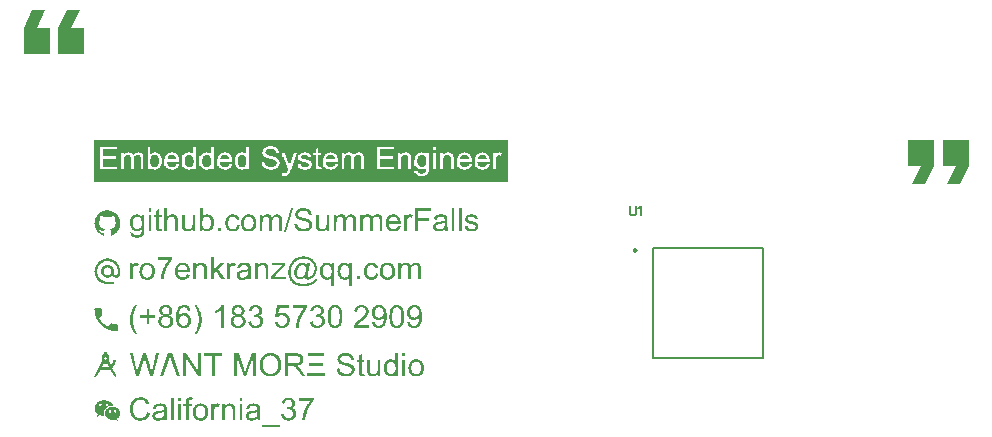
<source format=gto>
G04*
G04 #@! TF.GenerationSoftware,Altium Limited,Altium Designer,21.1.1 (26)*
G04*
G04 Layer_Color=65535*
%FSLAX25Y25*%
%MOIN*%
G70*
G04*
G04 #@! TF.SameCoordinates,803D71E2-4EB1-4650-8D60-E64228E98B9D*
G04*
G04*
G04 #@! TF.FilePolarity,Positive*
G04*
G01*
G75*
%ADD10C,0.00984*%
%ADD11C,0.00787*%
%ADD12C,0.00600*%
G36*
X35932Y94495D02*
X35982D01*
X36105Y94487D01*
X36260Y94463D01*
X36432Y94438D01*
X36629Y94397D01*
X36851Y94348D01*
X37080Y94274D01*
X37326Y94192D01*
X37580Y94085D01*
X37835Y93962D01*
X38089Y93815D01*
X38351Y93651D01*
X38597Y93446D01*
X38843Y93224D01*
X38860Y93208D01*
X38901Y93167D01*
X38958Y93093D01*
X39040Y92995D01*
X39138Y92880D01*
X39245Y92732D01*
X39360Y92560D01*
X39483Y92372D01*
X39606Y92158D01*
X39721Y91929D01*
X39827Y91675D01*
X39926Y91412D01*
X40008Y91125D01*
X40065Y90830D01*
X40106Y90518D01*
X40123Y90190D01*
Y89559D01*
Y89551D01*
Y89534D01*
Y89502D01*
X40114Y89452D01*
X40106Y89403D01*
X40098Y89338D01*
X40065Y89190D01*
X40016Y89018D01*
X39942Y88837D01*
X39893Y88747D01*
X39836Y88657D01*
X39762Y88567D01*
X39688Y88477D01*
X39680Y88468D01*
X39671Y88460D01*
X39647Y88436D01*
X39614Y88403D01*
X39565Y88370D01*
X39516Y88337D01*
X39393Y88255D01*
X39237Y88165D01*
X39057Y88099D01*
X38851Y88042D01*
X38737Y88034D01*
X38622Y88026D01*
X38589D01*
X38548Y88034D01*
X38491D01*
X38425Y88042D01*
X38351Y88058D01*
X38261Y88083D01*
X38171Y88108D01*
X38072Y88140D01*
X37966Y88181D01*
X37859Y88239D01*
X37753Y88296D01*
X37646Y88370D01*
X37548Y88460D01*
X37441Y88559D01*
X37351Y88673D01*
X37343Y88665D01*
X37318Y88649D01*
X37285Y88616D01*
X37236Y88575D01*
X37170Y88526D01*
X37097Y88468D01*
X37015Y88411D01*
X36916Y88354D01*
X36810Y88288D01*
X36687Y88231D01*
X36564Y88173D01*
X36424Y88124D01*
X36285Y88083D01*
X36137Y88050D01*
X35982Y88034D01*
X35818Y88026D01*
X35776D01*
X35735Y88034D01*
X35670D01*
X35596Y88042D01*
X35506Y88058D01*
X35408Y88083D01*
X35301Y88108D01*
X35178Y88140D01*
X35055Y88181D01*
X34932Y88239D01*
X34801Y88296D01*
X34670Y88370D01*
X34538Y88460D01*
X34407Y88559D01*
X34284Y88673D01*
X34276Y88682D01*
X34260Y88706D01*
X34227Y88739D01*
X34186Y88788D01*
X34137Y88854D01*
X34079Y88928D01*
X34022Y89010D01*
X33964Y89108D01*
X33899Y89215D01*
X33841Y89329D01*
X33784Y89452D01*
X33735Y89584D01*
X33694Y89731D01*
X33661Y89879D01*
X33645Y90026D01*
X33636Y90190D01*
Y90199D01*
Y90231D01*
X33645Y90272D01*
Y90338D01*
X33653Y90412D01*
X33669Y90502D01*
X33694Y90600D01*
X33718Y90707D01*
X33751Y90822D01*
X33792Y90945D01*
X33849Y91068D01*
X33907Y91199D01*
X33981Y91330D01*
X34071Y91453D01*
X34169Y91584D01*
X34284Y91707D01*
X34292Y91716D01*
X34317Y91732D01*
X34350Y91765D01*
X34399Y91806D01*
X34464Y91855D01*
X34538Y91912D01*
X34620Y91970D01*
X34719Y92035D01*
X34825Y92093D01*
X34948Y92150D01*
X35071Y92208D01*
X35203Y92257D01*
X35350Y92298D01*
X35498Y92331D01*
X35645Y92347D01*
X35809Y92355D01*
X35891D01*
X35957Y92347D01*
X36031Y92339D01*
X36121Y92322D01*
X36219Y92298D01*
X36326Y92273D01*
X36441Y92240D01*
X36564Y92199D01*
X36687Y92142D01*
X36818Y92085D01*
X36949Y92011D01*
X37072Y91921D01*
X37203Y91822D01*
X37326Y91707D01*
X37334Y91699D01*
X37351Y91675D01*
X37384Y91642D01*
X37425Y91593D01*
X37474Y91527D01*
X37531Y91453D01*
X37589Y91371D01*
X37654Y91273D01*
X37712Y91166D01*
X37769Y91051D01*
X37826Y90928D01*
X37876Y90797D01*
X37917Y90650D01*
X37949Y90502D01*
X37966Y90354D01*
X37974Y90190D01*
Y89559D01*
Y89551D01*
Y89518D01*
X37982Y89469D01*
X37999Y89403D01*
X38023Y89329D01*
X38056Y89247D01*
X38097Y89174D01*
X38163Y89092D01*
X38171Y89083D01*
X38195Y89059D01*
X38236Y89026D01*
X38294Y88993D01*
X38359Y88960D01*
X38442Y88928D01*
X38524Y88903D01*
X38622Y88895D01*
X38663D01*
X38712Y88903D01*
X38778Y88919D01*
X38851Y88944D01*
X38925Y88977D01*
X38999Y89026D01*
X39073Y89092D01*
X39081Y89100D01*
X39106Y89124D01*
X39138Y89174D01*
X39171Y89231D01*
X39204Y89297D01*
X39237Y89379D01*
X39261Y89461D01*
X39270Y89559D01*
Y90190D01*
Y90199D01*
Y90207D01*
Y90256D01*
X39261Y90330D01*
X39253Y90428D01*
X39237Y90551D01*
X39212Y90691D01*
X39188Y90855D01*
X39138Y91027D01*
X39089Y91215D01*
X39024Y91412D01*
X38934Y91609D01*
X38835Y91814D01*
X38720Y92027D01*
X38581Y92232D01*
X38425Y92429D01*
X38245Y92626D01*
X38236Y92634D01*
X38195Y92667D01*
X38138Y92724D01*
X38064Y92790D01*
X37966Y92864D01*
X37851Y92954D01*
X37712Y93044D01*
X37556Y93142D01*
X37392Y93233D01*
X37203Y93323D01*
X37007Y93413D01*
X36785Y93495D01*
X36564Y93552D01*
X36318Y93610D01*
X36072Y93643D01*
X35809Y93651D01*
X35744D01*
X35670Y93643D01*
X35572Y93634D01*
X35449Y93618D01*
X35309Y93593D01*
X35145Y93569D01*
X34973Y93520D01*
X34784Y93470D01*
X34587Y93405D01*
X34391Y93315D01*
X34178Y93216D01*
X33972Y93101D01*
X33768Y92962D01*
X33562Y92806D01*
X33366Y92626D01*
X33358Y92618D01*
X33325Y92577D01*
X33267Y92519D01*
X33210Y92445D01*
X33128Y92347D01*
X33038Y92232D01*
X32947Y92093D01*
X32857Y91937D01*
X32759Y91773D01*
X32669Y91584D01*
X32579Y91388D01*
X32505Y91166D01*
X32439Y90945D01*
X32382Y90699D01*
X32349Y90453D01*
X32341Y90190D01*
Y90174D01*
Y90125D01*
X32349Y90051D01*
X32357Y89953D01*
X32373Y89830D01*
X32398Y89690D01*
X32423Y89526D01*
X32472Y89354D01*
X32521Y89165D01*
X32595Y88969D01*
X32677Y88772D01*
X32775Y88559D01*
X32890Y88354D01*
X33029Y88149D01*
X33185Y87944D01*
X33366Y87747D01*
X33374Y87739D01*
X33415Y87706D01*
X33472Y87648D01*
X33546Y87591D01*
X33645Y87509D01*
X33768Y87419D01*
X33899Y87329D01*
X34054Y87238D01*
X34227Y87140D01*
X34415Y87050D01*
X34612Y86960D01*
X34825Y86886D01*
X35055Y86820D01*
X35301Y86763D01*
X35547Y86730D01*
X35809Y86722D01*
X37974D01*
Y85885D01*
X35727D01*
X35686Y85894D01*
X35637D01*
X35514Y85902D01*
X35358Y85926D01*
X35186Y85951D01*
X34989Y85992D01*
X34768Y86041D01*
X34538Y86115D01*
X34292Y86197D01*
X34038Y86295D01*
X33784Y86418D01*
X33522Y86566D01*
X33267Y86738D01*
X33013Y86935D01*
X32767Y87156D01*
X32751Y87173D01*
X32710Y87214D01*
X32652Y87288D01*
X32570Y87386D01*
X32472Y87509D01*
X32365Y87648D01*
X32250Y87821D01*
X32136Y88009D01*
X32013Y88222D01*
X31898Y88452D01*
X31791Y88706D01*
X31693Y88977D01*
X31611Y89256D01*
X31554Y89551D01*
X31512Y89862D01*
X31496Y90190D01*
Y90199D01*
Y90207D01*
Y90231D01*
Y90272D01*
X31504Y90313D01*
Y90363D01*
X31512Y90486D01*
X31537Y90641D01*
X31562Y90814D01*
X31603Y91010D01*
X31652Y91232D01*
X31726Y91461D01*
X31808Y91707D01*
X31906Y91962D01*
X32029Y92216D01*
X32177Y92470D01*
X32349Y92732D01*
X32546Y92978D01*
X32767Y93224D01*
X32783Y93241D01*
X32825Y93282D01*
X32898Y93339D01*
X32997Y93421D01*
X33120Y93520D01*
X33267Y93626D01*
X33431Y93741D01*
X33628Y93864D01*
X33841Y93987D01*
X34071Y94102D01*
X34325Y94208D01*
X34587Y94307D01*
X34874Y94389D01*
X35170Y94446D01*
X35481Y94487D01*
X35809Y94504D01*
X35891D01*
X35932Y94495D01*
D02*
G37*
G36*
X322835Y125219D02*
X319991Y119423D01*
X315672D01*
X318515Y125219D01*
X314195D01*
Y133858D01*
X322835D01*
Y125219D01*
D02*
G37*
G36*
X311352D02*
X308454Y119423D01*
X304107D01*
X307032Y125219D01*
X302712D01*
Y133858D01*
X311352D01*
Y125219D01*
D02*
G37*
G36*
X36129Y110494D02*
X36424Y110461D01*
X36703Y110403D01*
X36834Y110379D01*
X36957Y110346D01*
X37064Y110313D01*
X37162Y110289D01*
X37244Y110256D01*
X37318Y110231D01*
X37376Y110215D01*
X37425Y110198D01*
X37449Y110182D01*
X37457D01*
X37753Y110051D01*
X38015Y109903D01*
X38138Y109829D01*
X38261Y109747D01*
X38368Y109674D01*
X38466Y109600D01*
X38556Y109526D01*
X38630Y109468D01*
X38704Y109403D01*
X38761Y109354D01*
X38811Y109313D01*
X38843Y109280D01*
X38860Y109264D01*
X38868Y109255D01*
X39081Y109018D01*
X39270Y108780D01*
X39426Y108542D01*
X39557Y108320D01*
X39614Y108222D01*
X39663Y108132D01*
X39704Y108050D01*
X39737Y107984D01*
X39762Y107927D01*
X39778Y107878D01*
X39794Y107853D01*
Y107845D01*
X39901Y107550D01*
X39983Y107255D01*
X40040Y106976D01*
X40065Y106844D01*
X40082Y106721D01*
X40098Y106607D01*
X40106Y106508D01*
X40114Y106418D01*
Y106344D01*
X40123Y106279D01*
Y106238D01*
Y106205D01*
Y106197D01*
X40114Y105934D01*
X40090Y105680D01*
X40049Y105434D01*
X39991Y105204D01*
X39934Y104975D01*
X39860Y104770D01*
X39786Y104573D01*
X39713Y104393D01*
X39639Y104229D01*
X39565Y104089D01*
X39491Y103958D01*
X39434Y103851D01*
X39376Y103770D01*
X39335Y103704D01*
X39311Y103671D01*
X39303Y103655D01*
X39147Y103450D01*
X38974Y103261D01*
X38802Y103097D01*
X38630Y102933D01*
X38450Y102794D01*
X38269Y102663D01*
X38105Y102548D01*
X37941Y102449D01*
X37786Y102359D01*
X37638Y102285D01*
X37515Y102228D01*
X37400Y102179D01*
X37310Y102138D01*
X37244Y102113D01*
X37203Y102097D01*
X37187Y102088D01*
X37080D01*
X37007Y102113D01*
X36966Y102138D01*
X36949Y102146D01*
X36908Y102203D01*
X36892Y102252D01*
X36884Y102294D01*
Y102310D01*
Y103482D01*
X36875Y103679D01*
X36843Y103843D01*
X36793Y103983D01*
X36744Y104097D01*
X36687Y104180D01*
X36646Y104245D01*
X36613Y104286D01*
X36597Y104294D01*
X36752Y104319D01*
X36900Y104343D01*
X37039Y104376D01*
X37170Y104409D01*
X37293Y104450D01*
X37400Y104491D01*
X37499Y104532D01*
X37589Y104573D01*
X37671Y104614D01*
X37736Y104655D01*
X37802Y104688D01*
X37843Y104721D01*
X37884Y104745D01*
X37909Y104762D01*
X37925Y104778D01*
X37933D01*
X38048Y104876D01*
X38138Y104991D01*
X38228Y105122D01*
X38302Y105245D01*
X38359Y105385D01*
X38409Y105524D01*
X38450Y105656D01*
X38482Y105787D01*
X38515Y105918D01*
X38532Y106033D01*
X38548Y106139D01*
X38556Y106238D01*
X38565Y106312D01*
Y106369D01*
Y106402D01*
Y106418D01*
X38556Y106541D01*
X38548Y106664D01*
X38491Y106886D01*
X38425Y107082D01*
X38343Y107246D01*
X38294Y107320D01*
X38253Y107386D01*
X38220Y107443D01*
X38187Y107492D01*
X38155Y107525D01*
X38130Y107550D01*
X38122Y107566D01*
X38113Y107574D01*
X38163Y107714D01*
X38179Y107779D01*
X38187Y107845D01*
X38195Y107894D01*
Y107935D01*
Y107968D01*
Y107976D01*
X38204Y108115D01*
X38195Y108247D01*
X38171Y108378D01*
X38146Y108493D01*
X38122Y108591D01*
X38097Y108665D01*
X38081Y108714D01*
X38072Y108722D01*
Y108730D01*
X37999D01*
X37909Y108722D01*
X37859D01*
X37826Y108714D01*
X37802Y108706D01*
X37794D01*
X37646Y108665D01*
X37490Y108607D01*
X37334Y108534D01*
X37195Y108460D01*
X37072Y108394D01*
X37015Y108361D01*
X36974Y108337D01*
X36933Y108312D01*
X36908Y108296D01*
X36892Y108288D01*
X36884Y108280D01*
X36695Y108329D01*
X36498Y108361D01*
X36318Y108394D01*
X36154Y108411D01*
X36014Y108419D01*
X35957D01*
X35908Y108427D01*
X35809D01*
X35604Y108419D01*
X35399Y108403D01*
X35219Y108378D01*
X35063Y108353D01*
X34924Y108329D01*
X34874Y108312D01*
X34825Y108304D01*
X34784Y108296D01*
X34760Y108288D01*
X34743Y108280D01*
X34735D01*
X34604Y108370D01*
X34473Y108443D01*
X34358Y108501D01*
X34251Y108558D01*
X34169Y108599D01*
X34104Y108624D01*
X34063Y108640D01*
X34046Y108649D01*
X33891Y108698D01*
X33825Y108714D01*
X33768Y108722D01*
X33727Y108730D01*
X33538D01*
X33489Y108591D01*
X33448Y108452D01*
X33423Y108320D01*
X33415Y108206D01*
Y108115D01*
Y108042D01*
Y107992D01*
Y107984D01*
Y107976D01*
X33431Y107820D01*
X33439Y107755D01*
X33456Y107689D01*
X33472Y107640D01*
X33481Y107607D01*
X33497Y107582D01*
Y107574D01*
X33423Y107484D01*
X33349Y107386D01*
X33292Y107287D01*
X33243Y107189D01*
X33161Y106992D01*
X33112Y106812D01*
X33079Y106656D01*
X33070Y106590D01*
X33062Y106533D01*
X33054Y106484D01*
Y106451D01*
Y106426D01*
Y106418D01*
X33062Y106213D01*
X33079Y106025D01*
X33112Y105852D01*
X33152Y105688D01*
X33202Y105541D01*
X33251Y105410D01*
X33308Y105287D01*
X33366Y105180D01*
X33423Y105081D01*
X33481Y104999D01*
X33530Y104934D01*
X33579Y104876D01*
X33620Y104835D01*
X33653Y104803D01*
X33669Y104786D01*
X33677Y104778D01*
X33768Y104712D01*
X33866Y104647D01*
X34079Y104540D01*
X34301Y104458D01*
X34514Y104393D01*
X34612Y104368D01*
X34710Y104343D01*
X34793Y104327D01*
X34866Y104319D01*
X34932Y104303D01*
X34973D01*
X35006Y104294D01*
X35014D01*
X34940Y104212D01*
X34883Y104114D01*
X34833Y104016D01*
X34801Y103925D01*
X34776Y103835D01*
X34760Y103770D01*
X34751Y103720D01*
Y103712D01*
Y103704D01*
X34637Y103663D01*
X34522Y103638D01*
X34424Y103622D01*
X34341Y103605D01*
X34169D01*
X34095Y103614D01*
X34014Y103638D01*
X33882Y103696D01*
X33768Y103770D01*
X33669Y103851D01*
X33587Y103934D01*
X33530Y103999D01*
X33497Y104048D01*
X33481Y104057D01*
Y104065D01*
X33439Y104139D01*
X33382Y104204D01*
X33333Y104253D01*
X33325Y104262D01*
X33316Y104270D01*
X33235Y104343D01*
X33144Y104401D01*
X33062Y104442D01*
X32989Y104475D01*
X32931Y104499D01*
X32874Y104508D01*
X32841Y104516D01*
X32833D01*
X32726Y104491D01*
X32693D01*
X32669Y104483D01*
X32644Y104466D01*
X32628Y104442D01*
Y104434D01*
X32636Y104409D01*
X32652Y104385D01*
X32710Y104319D01*
X32767Y104270D01*
X32783Y104262D01*
X32792Y104253D01*
X32874Y104188D01*
X32947Y104139D01*
X33005Y104073D01*
X33038Y104024D01*
X33054Y104016D01*
Y104007D01*
X33144Y103876D01*
X33218Y103753D01*
X33243Y103704D01*
X33259Y103663D01*
X33275Y103630D01*
Y103622D01*
X33308Y103540D01*
X33341Y103466D01*
X33390Y103401D01*
X33439Y103343D01*
X33489Y103302D01*
X33530Y103269D01*
X33554Y103245D01*
X33562Y103236D01*
X33645Y103171D01*
X33735Y103122D01*
X33825Y103081D01*
X33923Y103056D01*
X34120Y103015D01*
X34309Y102999D01*
X34473D01*
X34547Y103007D01*
X34612Y103015D01*
X34661Y103023D01*
X34702D01*
X34727Y103032D01*
X34735D01*
Y102310D01*
X34727Y102244D01*
X34702Y102195D01*
X34670Y102154D01*
X34661Y102146D01*
X34637Y102121D01*
X34604Y102105D01*
X34530Y102088D01*
X34448D01*
X34210Y102179D01*
X33981Y102285D01*
X33768Y102400D01*
X33562Y102523D01*
X33374Y102646D01*
X33193Y102777D01*
X33038Y102909D01*
X32890Y103040D01*
X32759Y103163D01*
X32644Y103278D01*
X32546Y103384D01*
X32464Y103474D01*
X32398Y103548D01*
X32357Y103605D01*
X32324Y103638D01*
X32316Y103655D01*
X32168Y103868D01*
X32046Y104089D01*
X31939Y104311D01*
X31841Y104524D01*
X31767Y104745D01*
X31693Y104950D01*
X31644Y105155D01*
X31603Y105344D01*
X31562Y105524D01*
X31537Y105688D01*
X31521Y105836D01*
X31512Y105959D01*
X31504Y106057D01*
X31496Y106131D01*
Y106180D01*
Y106197D01*
X31512Y106517D01*
X31545Y106812D01*
X31594Y107090D01*
X31627Y107222D01*
X31660Y107345D01*
X31685Y107451D01*
X31718Y107550D01*
X31742Y107632D01*
X31767Y107705D01*
X31783Y107763D01*
X31800Y107812D01*
X31816Y107837D01*
Y107845D01*
X31947Y108140D01*
X32103Y108403D01*
X32177Y108526D01*
X32259Y108649D01*
X32333Y108755D01*
X32406Y108853D01*
X32480Y108944D01*
X32546Y109018D01*
X32603Y109091D01*
X32652Y109149D01*
X32693Y109198D01*
X32726Y109231D01*
X32743Y109247D01*
X32751Y109255D01*
X32989Y109468D01*
X33226Y109657D01*
X33464Y109813D01*
X33677Y109944D01*
X33776Y110002D01*
X33866Y110051D01*
X33948Y110092D01*
X34022Y110125D01*
X34079Y110149D01*
X34120Y110166D01*
X34145Y110182D01*
X34153D01*
X34456Y110289D01*
X34751Y110371D01*
X35030Y110428D01*
X35162Y110452D01*
X35285Y110469D01*
X35399Y110485D01*
X35498Y110494D01*
X35588Y110502D01*
X35662D01*
X35727Y110510D01*
X35809D01*
X36129Y110494D01*
D02*
G37*
G36*
X34924Y47182D02*
X35112Y47165D01*
X35293Y47149D01*
X35465Y47116D01*
X35629Y47075D01*
X35785Y47034D01*
X35924Y46993D01*
X36055Y46952D01*
X36178Y46903D01*
X36285Y46862D01*
X36383Y46821D01*
X36457Y46780D01*
X36523Y46747D01*
X36564Y46731D01*
X36597Y46714D01*
X36605Y46706D01*
X36761Y46616D01*
X36900Y46517D01*
X37023Y46411D01*
X37146Y46304D01*
X37253Y46198D01*
X37343Y46099D01*
X37433Y45993D01*
X37507Y45894D01*
X37572Y45804D01*
X37622Y45722D01*
X37671Y45648D01*
X37703Y45583D01*
X37736Y45525D01*
X37753Y45484D01*
X37769Y45460D01*
Y45451D01*
X37531D01*
X37236Y45435D01*
X36949Y45394D01*
X36695Y45345D01*
X36580Y45312D01*
X36465Y45279D01*
X36367Y45246D01*
X36277Y45214D01*
X36203Y45189D01*
X36137Y45164D01*
X36088Y45140D01*
X36047Y45123D01*
X36022Y45115D01*
X36014Y45107D01*
X35768Y44968D01*
X35547Y44812D01*
X35358Y44656D01*
X35203Y44508D01*
X35137Y44435D01*
X35080Y44369D01*
X35030Y44312D01*
X34989Y44262D01*
X34956Y44221D01*
X34932Y44189D01*
X34924Y44172D01*
X34916Y44164D01*
X34842Y44049D01*
X34784Y43934D01*
X34727Y43820D01*
X34686Y43705D01*
X34612Y43492D01*
X34563Y43287D01*
X34547Y43196D01*
X34538Y43114D01*
X34530Y43041D01*
X34522Y42983D01*
X34514Y42926D01*
Y42893D01*
Y42868D01*
Y42860D01*
X34522Y42704D01*
X34538Y42549D01*
X34571Y42401D01*
X34604Y42278D01*
X34637Y42163D01*
X34670Y42081D01*
X34678Y42048D01*
X34686Y42024D01*
X34694Y42016D01*
Y42007D01*
X34456Y42016D01*
X34227Y42040D01*
X34014Y42073D01*
X33825Y42114D01*
X33743Y42130D01*
X33669Y42147D01*
X33604Y42163D01*
X33546Y42180D01*
X33497Y42196D01*
X33464Y42204D01*
X33448Y42212D01*
X33439D01*
X32341Y41565D01*
X32685Y42573D01*
X32488Y42721D01*
X32308Y42868D01*
X32160Y43016D01*
X32037Y43155D01*
X31939Y43278D01*
X31898Y43336D01*
X31865Y43377D01*
X31841Y43418D01*
X31824Y43442D01*
X31808Y43459D01*
Y43467D01*
X31701Y43664D01*
X31627Y43869D01*
X31570Y44057D01*
X31537Y44230D01*
X31512Y44377D01*
X31504Y44443D01*
Y44492D01*
X31496Y44541D01*
Y44574D01*
Y44590D01*
Y44599D01*
X31504Y44730D01*
X31512Y44853D01*
X31562Y45091D01*
X31635Y45312D01*
X31718Y45501D01*
X31750Y45583D01*
X31791Y45665D01*
X31832Y45730D01*
X31865Y45779D01*
X31890Y45829D01*
X31914Y45861D01*
X31923Y45878D01*
X31931Y45886D01*
X32103Y46099D01*
X32300Y46288D01*
X32497Y46452D01*
X32677Y46583D01*
X32849Y46698D01*
X32923Y46739D01*
X32980Y46772D01*
X33029Y46804D01*
X33070Y46821D01*
X33095Y46837D01*
X33103D01*
X33243Y46903D01*
X33382Y46952D01*
X33669Y47042D01*
X33948Y47108D01*
X34071Y47124D01*
X34194Y47149D01*
X34309Y47157D01*
X34415Y47173D01*
X34506Y47182D01*
X34587D01*
X34645Y47190D01*
X34735D01*
X34924Y47182D01*
D02*
G37*
G36*
X37794Y45009D02*
X38032Y44976D01*
X38253Y44935D01*
X38351Y44902D01*
X38450Y44877D01*
X38532Y44853D01*
X38605Y44820D01*
X38671Y44795D01*
X38728Y44779D01*
X38778Y44754D01*
X38811Y44746D01*
X38827Y44730D01*
X38835D01*
X39048Y44615D01*
X39237Y44484D01*
X39393Y44353D01*
X39532Y44221D01*
X39639Y44107D01*
X39713Y44016D01*
X39745Y43984D01*
X39762Y43959D01*
X39778Y43943D01*
Y43934D01*
X39893Y43746D01*
X39975Y43565D01*
X40040Y43385D01*
X40082Y43229D01*
X40106Y43090D01*
X40114Y43032D01*
Y42983D01*
X40123Y42942D01*
Y42909D01*
Y42893D01*
Y42885D01*
X40106Y42680D01*
X40073Y42491D01*
X40024Y42311D01*
X39975Y42163D01*
X39917Y42032D01*
X39893Y41983D01*
X39868Y41934D01*
X39844Y41901D01*
X39836Y41876D01*
X39819Y41860D01*
Y41852D01*
X39696Y41679D01*
X39565Y41532D01*
X39426Y41392D01*
X39294Y41286D01*
X39171Y41196D01*
X39081Y41130D01*
X39040Y41105D01*
X39015Y41089D01*
X38999Y41073D01*
X38991D01*
X39270Y40261D01*
X38359Y40810D01*
X38212Y40777D01*
X38064Y40753D01*
X37925Y40736D01*
X37802Y40728D01*
X37695Y40720D01*
X37605Y40712D01*
X37531D01*
X37277Y40720D01*
X37039Y40753D01*
X36818Y40802D01*
X36629Y40851D01*
X36547Y40876D01*
X36474Y40900D01*
X36408Y40925D01*
X36351Y40950D01*
X36301Y40966D01*
X36268Y40982D01*
X36252Y40991D01*
X36244D01*
X36031Y41105D01*
X35842Y41237D01*
X35678Y41360D01*
X35547Y41491D01*
X35432Y41597D01*
X35358Y41688D01*
X35326Y41720D01*
X35309Y41745D01*
X35301Y41761D01*
X35293Y41770D01*
X35227Y41868D01*
X35178Y41958D01*
X35088Y42147D01*
X35030Y42335D01*
X34981Y42499D01*
X34956Y42639D01*
X34948Y42704D01*
Y42754D01*
X34940Y42795D01*
Y42827D01*
Y42844D01*
Y42852D01*
X34948Y42959D01*
X34956Y43065D01*
X34997Y43270D01*
X35055Y43451D01*
X35120Y43615D01*
X35178Y43746D01*
X35211Y43803D01*
X35235Y43852D01*
X35260Y43885D01*
X35276Y43910D01*
X35293Y43926D01*
Y43934D01*
X35432Y44115D01*
X35588Y44271D01*
X35752Y44410D01*
X35899Y44517D01*
X36039Y44607D01*
X36096Y44648D01*
X36145Y44672D01*
X36187Y44697D01*
X36219Y44713D01*
X36236Y44730D01*
X36244D01*
X36474Y44828D01*
X36695Y44902D01*
X36916Y44951D01*
X37113Y44992D01*
X37203Y45000D01*
X37285Y45009D01*
X37351Y45017D01*
X37416D01*
X37466Y45025D01*
X37531D01*
X37794Y45009D01*
D02*
G37*
G36*
X61503Y78952D02*
X61577Y78944D01*
X61667Y78936D01*
X61765Y78920D01*
X61872Y78895D01*
X62110Y78838D01*
X62225Y78797D01*
X62356Y78747D01*
X62479Y78690D01*
X62594Y78616D01*
X62708Y78542D01*
X62823Y78452D01*
X62831Y78444D01*
X62848Y78427D01*
X62880Y78403D01*
X62913Y78362D01*
X62963Y78313D01*
X63012Y78247D01*
X63069Y78173D01*
X63126Y78091D01*
X63184Y78001D01*
X63241Y77895D01*
X63299Y77780D01*
X63356Y77657D01*
X63405Y77526D01*
X63446Y77386D01*
X63487Y77239D01*
X63512Y77074D01*
X62585Y77001D01*
Y77009D01*
X62577Y77025D01*
X62569Y77050D01*
X62561Y77091D01*
X62536Y77189D01*
X62495Y77304D01*
X62446Y77435D01*
X62380Y77566D01*
X62315Y77689D01*
X62233Y77796D01*
X62225Y77804D01*
X62216Y77812D01*
X62192Y77837D01*
X62167Y77862D01*
X62085Y77927D01*
X61970Y78001D01*
X61839Y78075D01*
X61675Y78132D01*
X61495Y78182D01*
X61396Y78190D01*
X61298Y78198D01*
X61224D01*
X61134Y78182D01*
X61027Y78165D01*
X60904Y78132D01*
X60773Y78091D01*
X60642Y78026D01*
X60511Y77944D01*
X60502D01*
X60494Y77927D01*
X60470Y77911D01*
X60437Y77886D01*
X60363Y77812D01*
X60265Y77706D01*
X60150Y77575D01*
X60035Y77411D01*
X59929Y77222D01*
X59822Y77009D01*
Y77001D01*
X59814Y76984D01*
X59797Y76943D01*
X59781Y76894D01*
X59764Y76837D01*
X59740Y76755D01*
X59715Y76665D01*
X59691Y76566D01*
X59666Y76451D01*
X59650Y76320D01*
X59625Y76173D01*
X59601Y76017D01*
X59584Y75853D01*
X59576Y75672D01*
X59568Y75476D01*
X59560Y75279D01*
X59576Y75295D01*
X59592Y75320D01*
X59617Y75353D01*
X59691Y75443D01*
X59781Y75558D01*
X59904Y75681D01*
X60043Y75804D01*
X60199Y75918D01*
X60371Y76025D01*
X60379D01*
X60396Y76033D01*
X60421Y76050D01*
X60453Y76066D01*
X60502Y76082D01*
X60552Y76107D01*
X60683Y76156D01*
X60839Y76197D01*
X61011Y76238D01*
X61199Y76271D01*
X61396Y76279D01*
X61437D01*
X61487Y76271D01*
X61552D01*
X61634Y76254D01*
X61724Y76246D01*
X61831Y76222D01*
X61946Y76197D01*
X62060Y76156D01*
X62192Y76115D01*
X62323Y76058D01*
X62454Y75992D01*
X62594Y75910D01*
X62725Y75820D01*
X62856Y75713D01*
X62979Y75590D01*
X62987Y75582D01*
X63003Y75558D01*
X63036Y75525D01*
X63086Y75467D01*
X63135Y75402D01*
X63184Y75320D01*
X63249Y75221D01*
X63307Y75115D01*
X63364Y74992D01*
X63430Y74861D01*
X63479Y74713D01*
X63537Y74557D01*
X63578Y74393D01*
X63610Y74213D01*
X63627Y74024D01*
X63635Y73827D01*
Y73819D01*
Y73795D01*
Y73762D01*
X63627Y73704D01*
Y73647D01*
X63618Y73573D01*
X63610Y73483D01*
X63594Y73393D01*
X63561Y73188D01*
X63504Y72966D01*
X63430Y72737D01*
X63323Y72499D01*
Y72491D01*
X63307Y72474D01*
X63291Y72442D01*
X63266Y72400D01*
X63233Y72351D01*
X63200Y72294D01*
X63102Y72154D01*
X62987Y72007D01*
X62840Y71851D01*
X62667Y71695D01*
X62479Y71564D01*
X62471D01*
X62454Y71548D01*
X62421Y71531D01*
X62380Y71515D01*
X62331Y71490D01*
X62274Y71466D01*
X62200Y71433D01*
X62126Y71408D01*
X61946Y71343D01*
X61733Y71294D01*
X61503Y71261D01*
X61257Y71244D01*
X61208D01*
X61142Y71253D01*
X61060Y71261D01*
X60962Y71269D01*
X60847Y71294D01*
X60724Y71318D01*
X60584Y71351D01*
X60437Y71400D01*
X60281Y71449D01*
X60125Y71523D01*
X59970Y71605D01*
X59806Y71703D01*
X59658Y71818D01*
X59502Y71949D01*
X59363Y72097D01*
X59355Y72105D01*
X59330Y72138D01*
X59297Y72187D01*
X59248Y72261D01*
X59190Y72351D01*
X59133Y72466D01*
X59067Y72606D01*
X59002Y72770D01*
X58928Y72950D01*
X58863Y73155D01*
X58805Y73385D01*
X58748Y73639D01*
X58698Y73918D01*
X58666Y74221D01*
X58641Y74549D01*
X58633Y74901D01*
Y74910D01*
Y74926D01*
Y74959D01*
Y75000D01*
Y75049D01*
X58641Y75115D01*
Y75180D01*
X58649Y75262D01*
X58657Y75443D01*
X58674Y75648D01*
X58698Y75877D01*
X58731Y76123D01*
X58780Y76386D01*
X58830Y76648D01*
X58895Y76911D01*
X58977Y77173D01*
X59067Y77427D01*
X59174Y77673D01*
X59305Y77895D01*
X59445Y78091D01*
X59453Y78100D01*
X59478Y78132D01*
X59518Y78173D01*
X59576Y78231D01*
X59641Y78296D01*
X59732Y78370D01*
X59830Y78444D01*
X59945Y78526D01*
X60076Y78608D01*
X60224Y78682D01*
X60379Y78756D01*
X60552Y78821D01*
X60732Y78878D01*
X60929Y78920D01*
X61134Y78952D01*
X61355Y78961D01*
X61445D01*
X61503Y78952D01*
D02*
G37*
G36*
X105873Y78952D02*
X105930Y78944D01*
X106086Y78928D01*
X106258Y78895D01*
X106455Y78846D01*
X106652Y78780D01*
X106849Y78690D01*
X106857D01*
X106874Y78682D01*
X106898Y78665D01*
X106939Y78641D01*
X107029Y78583D01*
X107144Y78501D01*
X107275Y78395D01*
X107406Y78272D01*
X107538Y78132D01*
X107652Y77968D01*
Y77960D01*
X107661Y77952D01*
X107677Y77919D01*
X107694Y77886D01*
X107718Y77845D01*
X107743Y77796D01*
X107792Y77673D01*
X107841Y77526D01*
X107890Y77362D01*
X107923Y77181D01*
X107931Y76993D01*
Y76984D01*
Y76968D01*
Y76943D01*
Y76911D01*
X107915Y76812D01*
X107898Y76697D01*
X107866Y76558D01*
X107817Y76410D01*
X107751Y76255D01*
X107661Y76099D01*
Y76091D01*
X107652Y76082D01*
X107612Y76033D01*
X107554Y75959D01*
X107464Y75869D01*
X107357Y75763D01*
X107218Y75656D01*
X107062Y75558D01*
X106882Y75459D01*
X106890D01*
X106914Y75451D01*
X106947Y75443D01*
X106997Y75426D01*
X107046Y75410D01*
X107111Y75385D01*
X107267Y75320D01*
X107431Y75230D01*
X107603Y75123D01*
X107775Y74984D01*
X107923Y74811D01*
X107931Y74803D01*
X107940Y74787D01*
X107956Y74762D01*
X107981Y74721D01*
X108013Y74680D01*
X108046Y74623D01*
X108079Y74557D01*
X108112Y74475D01*
X108144Y74393D01*
X108177Y74303D01*
X108243Y74098D01*
X108284Y73860D01*
X108300Y73729D01*
Y73598D01*
Y73590D01*
Y73557D01*
X108292Y73499D01*
Y73434D01*
X108276Y73344D01*
X108259Y73245D01*
X108243Y73139D01*
X108210Y73016D01*
X108169Y72884D01*
X108120Y72753D01*
X108063Y72614D01*
X107989Y72474D01*
X107907Y72327D01*
X107808Y72187D01*
X107702Y72048D01*
X107571Y71917D01*
X107562Y71909D01*
X107538Y71884D01*
X107497Y71851D01*
X107439Y71810D01*
X107374Y71761D01*
X107283Y71704D01*
X107185Y71638D01*
X107070Y71581D01*
X106947Y71515D01*
X106808Y71449D01*
X106660Y71392D01*
X106496Y71343D01*
X106324Y71302D01*
X106144Y71269D01*
X105955Y71244D01*
X105750Y71236D01*
X105709D01*
X105652Y71244D01*
X105586D01*
X105496Y71253D01*
X105397Y71269D01*
X105291Y71285D01*
X105168Y71310D01*
X105037Y71343D01*
X104905Y71384D01*
X104766Y71425D01*
X104627Y71482D01*
X104487Y71556D01*
X104356Y71630D01*
X104217Y71720D01*
X104094Y71827D01*
X104086Y71835D01*
X104069Y71851D01*
X104036Y71884D01*
X103987Y71933D01*
X103938Y71991D01*
X103881Y72064D01*
X103823Y72146D01*
X103758Y72245D01*
X103692Y72343D01*
X103626Y72466D01*
X103561Y72589D01*
X103503Y72729D01*
X103454Y72876D01*
X103405Y73032D01*
X103372Y73196D01*
X103348Y73368D01*
X104274Y73491D01*
Y73483D01*
X104282Y73458D01*
X104290Y73417D01*
X104307Y73360D01*
X104323Y73294D01*
X104340Y73221D01*
X104397Y73048D01*
X104471Y72860D01*
X104561Y72671D01*
X104676Y72499D01*
X104742Y72425D01*
X104807Y72351D01*
X104815D01*
X104824Y72335D01*
X104848Y72319D01*
X104873Y72294D01*
X104955Y72245D01*
X105069Y72179D01*
X105209Y72114D01*
X105365Y72064D01*
X105553Y72023D01*
X105750Y72007D01*
X105816D01*
X105865Y72015D01*
X105914Y72023D01*
X105988Y72032D01*
X106135Y72064D01*
X106316Y72114D01*
X106504Y72196D01*
X106595Y72253D01*
X106685Y72310D01*
X106775Y72376D01*
X106865Y72458D01*
X106874Y72466D01*
X106882Y72483D01*
X106906Y72507D01*
X106939Y72540D01*
X106972Y72581D01*
X107005Y72638D01*
X107046Y72696D01*
X107095Y72770D01*
X107177Y72934D01*
X107243Y73122D01*
X107300Y73344D01*
X107308Y73458D01*
X107316Y73581D01*
Y73590D01*
Y73606D01*
Y73647D01*
X107308Y73688D01*
X107300Y73745D01*
X107292Y73803D01*
X107267Y73950D01*
X107210Y74123D01*
X107136Y74295D01*
X107087Y74385D01*
X107029Y74467D01*
X106964Y74549D01*
X106890Y74631D01*
X106882Y74639D01*
X106874Y74647D01*
X106849Y74672D01*
X106816Y74697D01*
X106775Y74729D01*
X106726Y74762D01*
X106603Y74844D01*
X106447Y74918D01*
X106267Y74984D01*
X106062Y75033D01*
X105947Y75041D01*
X105832Y75049D01*
X105783D01*
X105726Y75041D01*
X105652D01*
X105553Y75025D01*
X105447Y75008D01*
X105315Y74984D01*
X105176Y74951D01*
X105274Y75763D01*
X105291D01*
X105332Y75754D01*
X105381Y75746D01*
X105488D01*
X105529Y75754D01*
X105586D01*
X105643Y75763D01*
X105783Y75787D01*
X105947Y75820D01*
X106127Y75877D01*
X106316Y75951D01*
X106496Y76058D01*
X106504D01*
X106521Y76074D01*
X106537Y76091D01*
X106570Y76115D01*
X106652Y76189D01*
X106742Y76296D01*
X106824Y76427D01*
X106906Y76591D01*
X106939Y76681D01*
X106956Y76788D01*
X106972Y76894D01*
X106980Y77009D01*
Y77017D01*
Y77034D01*
Y77058D01*
X106972Y77099D01*
X106964Y77189D01*
X106939Y77312D01*
X106898Y77444D01*
X106833Y77583D01*
X106742Y77731D01*
X106693Y77796D01*
X106628Y77862D01*
X106611Y77878D01*
X106562Y77911D01*
X106488Y77968D01*
X106390Y78034D01*
X106258Y78091D01*
X106103Y78149D01*
X105930Y78182D01*
X105734Y78198D01*
X105684D01*
X105643Y78190D01*
X105594D01*
X105545Y78182D01*
X105414Y78157D01*
X105274Y78116D01*
X105119Y78050D01*
X104971Y77968D01*
X104824Y77854D01*
X104807Y77837D01*
X104766Y77788D01*
X104701Y77714D01*
X104635Y77599D01*
X104553Y77460D01*
X104479Y77280D01*
X104413Y77075D01*
X104364Y76837D01*
X103438Y77001D01*
Y77009D01*
X103446Y77042D01*
X103454Y77091D01*
X103471Y77157D01*
X103495Y77230D01*
X103520Y77321D01*
X103552Y77419D01*
X103594Y77526D01*
X103700Y77763D01*
X103758Y77878D01*
X103831Y78001D01*
X103913Y78116D01*
X104004Y78231D01*
X104102Y78346D01*
X104209Y78444D01*
X104217Y78452D01*
X104233Y78469D01*
X104274Y78493D01*
X104315Y78526D01*
X104381Y78567D01*
X104446Y78608D01*
X104528Y78657D01*
X104627Y78706D01*
X104725Y78747D01*
X104840Y78797D01*
X104963Y78838D01*
X105094Y78879D01*
X105242Y78911D01*
X105389Y78936D01*
X105545Y78952D01*
X105709Y78961D01*
X105816D01*
X105873Y78952D01*
D02*
G37*
G36*
X85299D02*
X85357Y78944D01*
X85513Y78928D01*
X85685Y78895D01*
X85882Y78846D01*
X86078Y78780D01*
X86275Y78690D01*
X86283D01*
X86300Y78682D01*
X86324Y78665D01*
X86365Y78641D01*
X86456Y78583D01*
X86570Y78501D01*
X86702Y78395D01*
X86833Y78272D01*
X86964Y78132D01*
X87079Y77968D01*
Y77960D01*
X87087Y77952D01*
X87103Y77919D01*
X87120Y77886D01*
X87144Y77845D01*
X87169Y77796D01*
X87218Y77673D01*
X87267Y77526D01*
X87317Y77362D01*
X87349Y77181D01*
X87357Y76993D01*
Y76984D01*
Y76968D01*
Y76943D01*
Y76911D01*
X87341Y76812D01*
X87325Y76697D01*
X87292Y76558D01*
X87243Y76410D01*
X87177Y76255D01*
X87087Y76099D01*
Y76091D01*
X87079Y76082D01*
X87038Y76033D01*
X86980Y75959D01*
X86890Y75869D01*
X86783Y75763D01*
X86644Y75656D01*
X86488Y75558D01*
X86308Y75459D01*
X86316D01*
X86341Y75451D01*
X86374Y75443D01*
X86423Y75426D01*
X86472Y75410D01*
X86537Y75385D01*
X86693Y75320D01*
X86857Y75230D01*
X87029Y75123D01*
X87202Y74984D01*
X87349Y74811D01*
X87357Y74803D01*
X87366Y74787D01*
X87382Y74762D01*
X87407Y74721D01*
X87440Y74680D01*
X87472Y74623D01*
X87505Y74557D01*
X87538Y74475D01*
X87571Y74393D01*
X87603Y74303D01*
X87669Y74098D01*
X87710Y73860D01*
X87726Y73729D01*
Y73598D01*
Y73590D01*
Y73557D01*
X87718Y73499D01*
Y73434D01*
X87702Y73344D01*
X87686Y73245D01*
X87669Y73139D01*
X87636Y73016D01*
X87595Y72884D01*
X87546Y72753D01*
X87489Y72614D01*
X87415Y72474D01*
X87333Y72327D01*
X87234Y72187D01*
X87128Y72048D01*
X86997Y71917D01*
X86989Y71909D01*
X86964Y71884D01*
X86923Y71851D01*
X86866Y71810D01*
X86800Y71761D01*
X86710Y71704D01*
X86611Y71638D01*
X86497Y71581D01*
X86374Y71515D01*
X86234Y71449D01*
X86086Y71392D01*
X85922Y71343D01*
X85750Y71302D01*
X85570Y71269D01*
X85381Y71244D01*
X85176Y71236D01*
X85135D01*
X85078Y71244D01*
X85012D01*
X84922Y71253D01*
X84824Y71269D01*
X84717Y71285D01*
X84594Y71310D01*
X84463Y71343D01*
X84332Y71384D01*
X84192Y71425D01*
X84053Y71482D01*
X83913Y71556D01*
X83782Y71630D01*
X83643Y71720D01*
X83520Y71827D01*
X83512Y71835D01*
X83495Y71851D01*
X83463Y71884D01*
X83413Y71933D01*
X83364Y71991D01*
X83307Y72064D01*
X83249Y72146D01*
X83184Y72245D01*
X83118Y72343D01*
X83052Y72466D01*
X82987Y72589D01*
X82929Y72729D01*
X82880Y72876D01*
X82831Y73032D01*
X82798Y73196D01*
X82774Y73368D01*
X83700Y73491D01*
Y73483D01*
X83709Y73458D01*
X83717Y73417D01*
X83733Y73360D01*
X83750Y73294D01*
X83766Y73221D01*
X83823Y73048D01*
X83897Y72860D01*
X83987Y72671D01*
X84102Y72499D01*
X84168Y72425D01*
X84233Y72351D01*
X84241D01*
X84250Y72335D01*
X84274Y72319D01*
X84299Y72294D01*
X84381Y72245D01*
X84496Y72179D01*
X84635Y72114D01*
X84791Y72064D01*
X84979Y72023D01*
X85176Y72007D01*
X85242D01*
X85291Y72015D01*
X85340Y72023D01*
X85414Y72032D01*
X85562Y72064D01*
X85742Y72114D01*
X85931Y72196D01*
X86021Y72253D01*
X86111Y72310D01*
X86201Y72376D01*
X86291Y72458D01*
X86300Y72466D01*
X86308Y72483D01*
X86332Y72507D01*
X86365Y72540D01*
X86398Y72581D01*
X86431Y72638D01*
X86472Y72696D01*
X86521Y72770D01*
X86603Y72934D01*
X86669Y73122D01*
X86726Y73344D01*
X86734Y73458D01*
X86743Y73581D01*
Y73590D01*
Y73606D01*
Y73647D01*
X86734Y73688D01*
X86726Y73745D01*
X86718Y73803D01*
X86693Y73950D01*
X86636Y74123D01*
X86562Y74295D01*
X86513Y74385D01*
X86456Y74467D01*
X86390Y74549D01*
X86316Y74631D01*
X86308Y74639D01*
X86300Y74647D01*
X86275Y74672D01*
X86242Y74697D01*
X86201Y74729D01*
X86152Y74762D01*
X86029Y74844D01*
X85873Y74918D01*
X85693Y74984D01*
X85488Y75033D01*
X85373Y75041D01*
X85258Y75049D01*
X85209D01*
X85152Y75041D01*
X85078D01*
X84979Y75025D01*
X84873Y75008D01*
X84742Y74984D01*
X84602Y74951D01*
X84701Y75763D01*
X84717D01*
X84758Y75754D01*
X84807Y75746D01*
X84914D01*
X84955Y75754D01*
X85012D01*
X85070Y75763D01*
X85209Y75787D01*
X85373Y75820D01*
X85553Y75877D01*
X85742Y75951D01*
X85922Y76058D01*
X85931D01*
X85947Y76074D01*
X85963Y76091D01*
X85996Y76115D01*
X86078Y76189D01*
X86168Y76296D01*
X86251Y76427D01*
X86332Y76591D01*
X86365Y76681D01*
X86382Y76788D01*
X86398Y76894D01*
X86406Y77009D01*
Y77017D01*
Y77034D01*
Y77058D01*
X86398Y77099D01*
X86390Y77189D01*
X86365Y77312D01*
X86324Y77444D01*
X86259Y77583D01*
X86168Y77731D01*
X86119Y77796D01*
X86054Y77862D01*
X86037Y77878D01*
X85988Y77911D01*
X85914Y77968D01*
X85816Y78034D01*
X85685Y78091D01*
X85529Y78149D01*
X85357Y78182D01*
X85160Y78198D01*
X85111D01*
X85070Y78190D01*
X85021D01*
X84971Y78182D01*
X84840Y78157D01*
X84701Y78116D01*
X84545Y78050D01*
X84397Y77968D01*
X84250Y77854D01*
X84233Y77837D01*
X84192Y77788D01*
X84127Y77714D01*
X84061Y77599D01*
X83979Y77460D01*
X83905Y77280D01*
X83840Y77075D01*
X83790Y76837D01*
X82864Y77001D01*
Y77009D01*
X82872Y77042D01*
X82880Y77091D01*
X82897Y77157D01*
X82921Y77230D01*
X82946Y77321D01*
X82979Y77419D01*
X83020Y77526D01*
X83126Y77763D01*
X83184Y77878D01*
X83258Y78001D01*
X83340Y78116D01*
X83430Y78231D01*
X83528Y78346D01*
X83635Y78444D01*
X83643Y78452D01*
X83659Y78469D01*
X83700Y78493D01*
X83741Y78526D01*
X83807Y78567D01*
X83872Y78608D01*
X83955Y78657D01*
X84053Y78706D01*
X84151Y78747D01*
X84266Y78797D01*
X84389Y78838D01*
X84520Y78879D01*
X84668Y78911D01*
X84816Y78936D01*
X84971Y78952D01*
X85135Y78961D01*
X85242D01*
X85299Y78952D01*
D02*
G37*
G36*
X49711Y75533D02*
X51770D01*
Y74664D01*
X49711D01*
Y72589D01*
X48834D01*
Y74664D01*
X46776D01*
Y75533D01*
X48834D01*
Y77591D01*
X49711D01*
Y75533D01*
D02*
G37*
G36*
X138173Y78952D02*
X138239D01*
X138312Y78936D01*
X138402Y78928D01*
X138493Y78911D01*
X138706Y78862D01*
X138927Y78788D01*
X139042Y78747D01*
X139165Y78690D01*
X139280Y78633D01*
X139395Y78559D01*
X139403Y78551D01*
X139419Y78542D01*
X139452Y78518D01*
X139493Y78485D01*
X139550Y78444D01*
X139608Y78395D01*
X139673Y78337D01*
X139739Y78272D01*
X139813Y78198D01*
X139895Y78108D01*
X139969Y78018D01*
X140051Y77919D01*
X140124Y77804D01*
X140198Y77690D01*
X140264Y77558D01*
X140330Y77427D01*
Y77419D01*
X140346Y77394D01*
X140362Y77353D01*
X140379Y77288D01*
X140403Y77214D01*
X140428Y77124D01*
X140461Y77017D01*
X140494Y76886D01*
X140518Y76747D01*
X140551Y76591D01*
X140576Y76410D01*
X140600Y76222D01*
X140617Y76017D01*
X140633Y75795D01*
X140649Y75558D01*
Y75303D01*
Y75287D01*
Y75238D01*
Y75164D01*
X140641Y75066D01*
Y74943D01*
X140633Y74795D01*
X140625Y74639D01*
X140608Y74467D01*
X140592Y74287D01*
X140576Y74098D01*
X140518Y73713D01*
X140436Y73335D01*
X140387Y73163D01*
X140330Y72991D01*
Y72983D01*
X140313Y72950D01*
X140297Y72909D01*
X140272Y72852D01*
X140239Y72778D01*
X140198Y72696D01*
X140149Y72606D01*
X140100Y72507D01*
X139969Y72302D01*
X139805Y72081D01*
X139616Y71876D01*
X139509Y71777D01*
X139395Y71687D01*
X139386Y71679D01*
X139370Y71671D01*
X139329Y71646D01*
X139288Y71622D01*
X139223Y71589D01*
X139157Y71548D01*
X139075Y71507D01*
X138977Y71466D01*
X138878Y71425D01*
X138763Y71384D01*
X138648Y71351D01*
X138517Y71310D01*
X138239Y71261D01*
X138091Y71253D01*
X137935Y71244D01*
X137853D01*
X137787Y71253D01*
X137714Y71261D01*
X137624Y71269D01*
X137525Y71285D01*
X137418Y71310D01*
X137189Y71367D01*
X137074Y71408D01*
X136951Y71449D01*
X136828Y71507D01*
X136705Y71572D01*
X136590Y71646D01*
X136484Y71736D01*
X136476Y71745D01*
X136459Y71761D01*
X136434Y71786D01*
X136393Y71827D01*
X136353Y71876D01*
X136303Y71941D01*
X136246Y72015D01*
X136188Y72097D01*
X136131Y72187D01*
X136074Y72294D01*
X136024Y72409D01*
X135967Y72532D01*
X135918Y72663D01*
X135877Y72802D01*
X135844Y72958D01*
X135819Y73122D01*
X136713Y73196D01*
Y73188D01*
X136722Y73171D01*
Y73139D01*
X136738Y73089D01*
X136746Y73040D01*
X136762Y72983D01*
X136803Y72843D01*
X136861Y72696D01*
X136935Y72548D01*
X137033Y72409D01*
X137082Y72343D01*
X137140Y72286D01*
X137156Y72278D01*
X137197Y72245D01*
X137271Y72196D01*
X137361Y72146D01*
X137484Y72097D01*
X137624Y72048D01*
X137779Y72015D01*
X137960Y72007D01*
X138033D01*
X138116Y72015D01*
X138214Y72032D01*
X138329Y72056D01*
X138452Y72089D01*
X138583Y72130D01*
X138706Y72196D01*
X138722Y72204D01*
X138763Y72228D01*
X138821Y72278D01*
X138894Y72335D01*
X138977Y72409D01*
X139067Y72499D01*
X139157Y72606D01*
X139239Y72720D01*
X139247Y72737D01*
X139272Y72778D01*
X139313Y72852D01*
X139362Y72958D01*
X139411Y73081D01*
X139469Y73229D01*
X139526Y73409D01*
X139583Y73606D01*
Y73614D01*
X139592Y73631D01*
X139600Y73663D01*
X139608Y73704D01*
X139616Y73754D01*
X139624Y73811D01*
X139641Y73885D01*
X139657Y73959D01*
X139682Y74131D01*
X139698Y74319D01*
X139715Y74524D01*
X139723Y74738D01*
Y74754D01*
Y74787D01*
Y74844D01*
Y74918D01*
X139706Y74910D01*
X139698Y74885D01*
X139673Y74852D01*
X139608Y74770D01*
X139526Y74672D01*
X139411Y74557D01*
X139280Y74434D01*
X139132Y74319D01*
X138960Y74205D01*
X138952D01*
X138935Y74196D01*
X138911Y74180D01*
X138878Y74164D01*
X138829Y74139D01*
X138780Y74123D01*
X138648Y74073D01*
X138493Y74016D01*
X138312Y73975D01*
X138116Y73942D01*
X137910Y73934D01*
X137870D01*
X137820Y73942D01*
X137755D01*
X137673Y73959D01*
X137583Y73967D01*
X137476Y73991D01*
X137361Y74016D01*
X137238Y74057D01*
X137115Y74098D01*
X136984Y74155D01*
X136853Y74221D01*
X136713Y74295D01*
X136582Y74385D01*
X136451Y74492D01*
X136328Y74606D01*
X136320Y74615D01*
X136303Y74639D01*
X136270Y74680D01*
X136230Y74729D01*
X136180Y74795D01*
X136123Y74877D01*
X136065Y74975D01*
X136008Y75090D01*
X135942Y75205D01*
X135885Y75344D01*
X135828Y75492D01*
X135778Y75648D01*
X135738Y75820D01*
X135705Y76009D01*
X135688Y76197D01*
X135680Y76402D01*
Y76419D01*
Y76451D01*
X135688Y76517D01*
Y76591D01*
X135705Y76689D01*
X135713Y76804D01*
X135738Y76927D01*
X135762Y77066D01*
X135803Y77206D01*
X135844Y77362D01*
X135901Y77517D01*
X135967Y77665D01*
X136041Y77821D01*
X136131Y77977D01*
X136238Y78116D01*
X136353Y78255D01*
X136361Y78264D01*
X136385Y78288D01*
X136426Y78321D01*
X136476Y78362D01*
X136541Y78419D01*
X136623Y78477D01*
X136713Y78542D01*
X136820Y78608D01*
X136935Y78674D01*
X137066Y78739D01*
X137205Y78797D01*
X137353Y78854D01*
X137517Y78895D01*
X137689Y78928D01*
X137861Y78952D01*
X138050Y78961D01*
X138124D01*
X138173Y78952D01*
D02*
G37*
G36*
X126414Y78952D02*
X126480D01*
X126553Y78936D01*
X126644Y78928D01*
X126734Y78911D01*
X126947Y78862D01*
X127169Y78788D01*
X127283Y78747D01*
X127406Y78690D01*
X127521Y78633D01*
X127636Y78559D01*
X127644Y78551D01*
X127661Y78542D01*
X127693Y78518D01*
X127734Y78485D01*
X127792Y78444D01*
X127849Y78395D01*
X127915Y78337D01*
X127980Y78272D01*
X128054Y78198D01*
X128136Y78108D01*
X128210Y78018D01*
X128292Y77919D01*
X128366Y77804D01*
X128439Y77690D01*
X128505Y77558D01*
X128571Y77427D01*
Y77419D01*
X128587Y77394D01*
X128603Y77353D01*
X128620Y77288D01*
X128645Y77214D01*
X128669Y77124D01*
X128702Y77017D01*
X128735Y76886D01*
X128759Y76747D01*
X128792Y76591D01*
X128817Y76410D01*
X128841Y76222D01*
X128858Y76017D01*
X128874Y75795D01*
X128891Y75558D01*
Y75303D01*
Y75287D01*
Y75238D01*
Y75164D01*
X128882Y75066D01*
Y74943D01*
X128874Y74795D01*
X128866Y74639D01*
X128849Y74467D01*
X128833Y74287D01*
X128817Y74098D01*
X128759Y73713D01*
X128677Y73335D01*
X128628Y73163D01*
X128571Y72991D01*
Y72983D01*
X128554Y72950D01*
X128538Y72909D01*
X128513Y72852D01*
X128481Y72778D01*
X128439Y72696D01*
X128390Y72606D01*
X128341Y72507D01*
X128210Y72302D01*
X128046Y72081D01*
X127857Y71876D01*
X127751Y71777D01*
X127636Y71687D01*
X127628Y71679D01*
X127611Y71671D01*
X127570Y71646D01*
X127529Y71622D01*
X127464Y71589D01*
X127398Y71548D01*
X127316Y71507D01*
X127218Y71466D01*
X127119Y71425D01*
X127005Y71384D01*
X126890Y71351D01*
X126759Y71310D01*
X126480Y71261D01*
X126332Y71253D01*
X126176Y71244D01*
X126094D01*
X126029Y71253D01*
X125955Y71261D01*
X125865Y71269D01*
X125766Y71285D01*
X125660Y71310D01*
X125430Y71367D01*
X125315Y71408D01*
X125192Y71449D01*
X125069Y71507D01*
X124946Y71572D01*
X124831Y71646D01*
X124725Y71736D01*
X124717Y71745D01*
X124700Y71761D01*
X124676Y71786D01*
X124635Y71827D01*
X124594Y71876D01*
X124545Y71941D01*
X124487Y72015D01*
X124430Y72097D01*
X124372Y72187D01*
X124315Y72294D01*
X124266Y72409D01*
X124208Y72532D01*
X124159Y72663D01*
X124118Y72802D01*
X124085Y72958D01*
X124061Y73122D01*
X124954Y73196D01*
Y73188D01*
X124963Y73171D01*
Y73139D01*
X124979Y73089D01*
X124987Y73040D01*
X125004Y72983D01*
X125045Y72843D01*
X125102Y72696D01*
X125176Y72548D01*
X125274Y72409D01*
X125323Y72343D01*
X125381Y72286D01*
X125397Y72278D01*
X125438Y72245D01*
X125512Y72196D01*
X125602Y72146D01*
X125725Y72097D01*
X125865Y72048D01*
X126021Y72015D01*
X126201Y72007D01*
X126275D01*
X126357Y72015D01*
X126455Y72032D01*
X126570Y72056D01*
X126693Y72089D01*
X126824Y72130D01*
X126947Y72196D01*
X126963Y72204D01*
X127005Y72228D01*
X127062Y72278D01*
X127136Y72335D01*
X127218Y72409D01*
X127308Y72499D01*
X127398Y72606D01*
X127480Y72720D01*
X127488Y72737D01*
X127513Y72778D01*
X127554Y72852D01*
X127603Y72958D01*
X127652Y73081D01*
X127710Y73229D01*
X127767Y73409D01*
X127824Y73606D01*
Y73614D01*
X127833Y73631D01*
X127841Y73663D01*
X127849Y73704D01*
X127857Y73754D01*
X127866Y73811D01*
X127882Y73885D01*
X127898Y73959D01*
X127923Y74131D01*
X127939Y74319D01*
X127956Y74524D01*
X127964Y74738D01*
Y74754D01*
Y74787D01*
Y74844D01*
Y74918D01*
X127947Y74910D01*
X127939Y74885D01*
X127915Y74852D01*
X127849Y74770D01*
X127767Y74672D01*
X127652Y74557D01*
X127521Y74434D01*
X127374Y74319D01*
X127201Y74205D01*
X127193D01*
X127177Y74196D01*
X127152Y74180D01*
X127119Y74164D01*
X127070Y74139D01*
X127021Y74123D01*
X126890Y74073D01*
X126734Y74016D01*
X126553Y73975D01*
X126357Y73942D01*
X126152Y73934D01*
X126111D01*
X126061Y73942D01*
X125996D01*
X125914Y73959D01*
X125824Y73967D01*
X125717Y73991D01*
X125602Y74016D01*
X125479Y74057D01*
X125356Y74098D01*
X125225Y74155D01*
X125094Y74221D01*
X124954Y74295D01*
X124823Y74385D01*
X124692Y74492D01*
X124569Y74606D01*
X124561Y74615D01*
X124545Y74639D01*
X124512Y74680D01*
X124471Y74729D01*
X124422Y74795D01*
X124364Y74877D01*
X124307Y74975D01*
X124249Y75090D01*
X124184Y75205D01*
X124126Y75344D01*
X124069Y75492D01*
X124020Y75648D01*
X123979Y75820D01*
X123946Y76009D01*
X123930Y76197D01*
X123921Y76402D01*
Y76419D01*
Y76451D01*
X123930Y76517D01*
Y76591D01*
X123946Y76689D01*
X123954Y76804D01*
X123979Y76927D01*
X124003Y77066D01*
X124044Y77206D01*
X124085Y77362D01*
X124143Y77517D01*
X124208Y77665D01*
X124282Y77821D01*
X124372Y77977D01*
X124479Y78116D01*
X124594Y78255D01*
X124602Y78264D01*
X124627Y78288D01*
X124668Y78321D01*
X124717Y78362D01*
X124782Y78419D01*
X124864Y78477D01*
X124954Y78542D01*
X125061Y78608D01*
X125176Y78674D01*
X125307Y78739D01*
X125446Y78797D01*
X125594Y78854D01*
X125758Y78895D01*
X125930Y78928D01*
X126102Y78952D01*
X126291Y78961D01*
X126365D01*
X126414Y78952D01*
D02*
G37*
G36*
X96246Y77952D02*
X93221D01*
X92819Y75918D01*
X92827Y75927D01*
X92852Y75943D01*
X92884Y75959D01*
X92933Y75992D01*
X92999Y76025D01*
X93073Y76066D01*
X93155Y76115D01*
X93253Y76156D01*
X93352Y76197D01*
X93467Y76246D01*
X93704Y76320D01*
X93836Y76353D01*
X93967Y76378D01*
X94106Y76386D01*
X94245Y76394D01*
X94287D01*
X94344Y76386D01*
X94410D01*
X94491Y76369D01*
X94590Y76361D01*
X94705Y76337D01*
X94819Y76312D01*
X94951Y76271D01*
X95082Y76230D01*
X95221Y76173D01*
X95361Y76107D01*
X95500Y76025D01*
X95639Y75935D01*
X95779Y75828D01*
X95910Y75705D01*
X95918Y75697D01*
X95943Y75672D01*
X95976Y75631D01*
X96017Y75582D01*
X96074Y75517D01*
X96131Y75426D01*
X96189Y75336D01*
X96254Y75230D01*
X96320Y75107D01*
X96377Y74967D01*
X96443Y74828D01*
X96492Y74664D01*
X96533Y74500D01*
X96566Y74319D01*
X96591Y74131D01*
X96599Y73934D01*
Y73926D01*
Y73885D01*
Y73836D01*
X96591Y73762D01*
X96583Y73672D01*
X96566Y73573D01*
X96550Y73458D01*
X96525Y73327D01*
X96492Y73196D01*
X96451Y73048D01*
X96402Y72901D01*
X96345Y72753D01*
X96279Y72606D01*
X96197Y72450D01*
X96107Y72302D01*
X96000Y72163D01*
X95992Y72155D01*
X95968Y72122D01*
X95926Y72081D01*
X95869Y72023D01*
X95795Y71950D01*
X95705Y71876D01*
X95599Y71786D01*
X95476Y71704D01*
X95344Y71622D01*
X95197Y71531D01*
X95033Y71458D01*
X94852Y71392D01*
X94664Y71326D01*
X94459Y71285D01*
X94245Y71253D01*
X94016Y71244D01*
X93918D01*
X93844Y71253D01*
X93753Y71261D01*
X93655Y71277D01*
X93540Y71294D01*
X93417Y71318D01*
X93286Y71343D01*
X93147Y71384D01*
X93007Y71433D01*
X92868Y71490D01*
X92729Y71556D01*
X92589Y71630D01*
X92458Y71720D01*
X92327Y71818D01*
X92318Y71827D01*
X92302Y71843D01*
X92269Y71876D01*
X92228Y71925D01*
X92171Y71982D01*
X92114Y72048D01*
X92056Y72130D01*
X91991Y72228D01*
X91925Y72327D01*
X91859Y72442D01*
X91802Y72573D01*
X91745Y72704D01*
X91687Y72852D01*
X91646Y73007D01*
X91613Y73180D01*
X91589Y73352D01*
X92564Y73426D01*
Y73417D01*
X92573Y73393D01*
X92581Y73360D01*
X92589Y73311D01*
X92597Y73253D01*
X92622Y73180D01*
X92663Y73024D01*
X92729Y72852D01*
X92819Y72671D01*
X92925Y72507D01*
X92991Y72433D01*
X93056Y72360D01*
X93065D01*
X93073Y72343D01*
X93098Y72327D01*
X93130Y72302D01*
X93212Y72245D01*
X93327Y72187D01*
X93467Y72122D01*
X93630Y72064D01*
X93811Y72023D01*
X93909Y72015D01*
X94016Y72007D01*
X94081D01*
X94131Y72015D01*
X94188Y72023D01*
X94254Y72032D01*
X94410Y72073D01*
X94590Y72130D01*
X94680Y72171D01*
X94779Y72220D01*
X94877Y72278D01*
X94967Y72343D01*
X95057Y72417D01*
X95148Y72507D01*
X95156Y72515D01*
X95164Y72532D01*
X95188Y72556D01*
X95221Y72597D01*
X95254Y72655D01*
X95295Y72712D01*
X95336Y72786D01*
X95385Y72868D01*
X95426Y72958D01*
X95467Y73057D01*
X95508Y73171D01*
X95541Y73286D01*
X95574Y73417D01*
X95599Y73557D01*
X95607Y73696D01*
X95615Y73852D01*
Y73860D01*
Y73885D01*
Y73926D01*
X95607Y73983D01*
X95599Y74049D01*
X95590Y74131D01*
X95574Y74213D01*
X95557Y74311D01*
X95508Y74508D01*
X95426Y74721D01*
X95377Y74820D01*
X95311Y74918D01*
X95246Y75016D01*
X95164Y75107D01*
X95156Y75115D01*
X95148Y75123D01*
X95115Y75148D01*
X95082Y75180D01*
X95041Y75213D01*
X94984Y75254D01*
X94926Y75295D01*
X94852Y75344D01*
X94770Y75385D01*
X94688Y75426D01*
X94483Y75500D01*
X94377Y75533D01*
X94254Y75558D01*
X94131Y75566D01*
X93999Y75574D01*
X93926D01*
X93836Y75566D01*
X93729Y75549D01*
X93598Y75525D01*
X93458Y75484D01*
X93319Y75435D01*
X93180Y75361D01*
X93163Y75353D01*
X93122Y75328D01*
X93056Y75279D01*
X92975Y75221D01*
X92892Y75139D01*
X92794Y75049D01*
X92704Y74943D01*
X92622Y74828D01*
X91753Y74951D01*
X92483Y78838D01*
X96246D01*
Y77952D01*
D02*
G37*
G36*
X120723Y78952D02*
X120814Y78944D01*
X120920Y78928D01*
X121043Y78911D01*
X121166Y78887D01*
X121306Y78854D01*
X121445Y78813D01*
X121592Y78764D01*
X121732Y78706D01*
X121879Y78633D01*
X122019Y78551D01*
X122150Y78460D01*
X122273Y78354D01*
X122281Y78346D01*
X122298Y78329D01*
X122330Y78288D01*
X122371Y78247D01*
X122421Y78190D01*
X122478Y78116D01*
X122536Y78034D01*
X122593Y77936D01*
X122650Y77837D01*
X122708Y77722D01*
X122765Y77599D01*
X122814Y77468D01*
X122855Y77321D01*
X122888Y77173D01*
X122905Y77017D01*
X122913Y76853D01*
Y76845D01*
Y76837D01*
Y76812D01*
Y76779D01*
X122905Y76689D01*
X122888Y76574D01*
X122863Y76435D01*
X122831Y76287D01*
X122790Y76123D01*
X122724Y75959D01*
Y75951D01*
X122716Y75943D01*
X122708Y75918D01*
X122691Y75886D01*
X122642Y75795D01*
X122576Y75681D01*
X122486Y75541D01*
X122380Y75385D01*
X122257Y75221D01*
X122101Y75041D01*
X122093Y75033D01*
X122084Y75016D01*
X122052Y74992D01*
X122019Y74951D01*
X121970Y74902D01*
X121912Y74844D01*
X121847Y74770D01*
X121765Y74697D01*
X121666Y74606D01*
X121560Y74508D01*
X121445Y74393D01*
X121314Y74278D01*
X121174Y74147D01*
X121019Y74016D01*
X120846Y73868D01*
X120666Y73713D01*
X120658Y73704D01*
X120633Y73680D01*
X120584Y73647D01*
X120535Y73598D01*
X120461Y73540D01*
X120387Y73475D01*
X120215Y73327D01*
X120035Y73171D01*
X119862Y73007D01*
X119780Y72934D01*
X119706Y72868D01*
X119641Y72802D01*
X119592Y72753D01*
X119583Y72745D01*
X119551Y72712D01*
X119510Y72663D01*
X119452Y72597D01*
X119387Y72524D01*
X119321Y72442D01*
X119190Y72261D01*
X122921D01*
Y71367D01*
X117911D01*
Y71384D01*
Y71425D01*
Y71490D01*
X117919Y71572D01*
X117927Y71671D01*
X117952Y71777D01*
X117976Y71892D01*
X118017Y72007D01*
Y72015D01*
X118026Y72032D01*
X118034Y72056D01*
X118050Y72097D01*
X118075Y72138D01*
X118099Y72196D01*
X118165Y72327D01*
X118247Y72483D01*
X118353Y72655D01*
X118476Y72835D01*
X118624Y73016D01*
X118632Y73024D01*
X118640Y73040D01*
X118665Y73065D01*
X118706Y73106D01*
X118747Y73147D01*
X118805Y73204D01*
X118862Y73270D01*
X118936Y73344D01*
X119018Y73426D01*
X119108Y73508D01*
X119206Y73606D01*
X119321Y73704D01*
X119436Y73811D01*
X119567Y73918D01*
X119698Y74032D01*
X119846Y74155D01*
X119862Y74164D01*
X119903Y74205D01*
X119961Y74254D01*
X120043Y74328D01*
X120141Y74410D01*
X120256Y74508D01*
X120387Y74615D01*
X120518Y74738D01*
X120797Y74992D01*
X121068Y75262D01*
X121199Y75394D01*
X121322Y75525D01*
X121429Y75648D01*
X121519Y75763D01*
X121527Y75771D01*
X121535Y75787D01*
X121560Y75820D01*
X121584Y75861D01*
X121625Y75918D01*
X121658Y75976D01*
X121740Y76123D01*
X121822Y76296D01*
X121896Y76484D01*
X121945Y76681D01*
X121953Y76779D01*
X121961Y76878D01*
Y76886D01*
Y76902D01*
Y76935D01*
X121953Y76968D01*
Y77017D01*
X121937Y77075D01*
X121912Y77198D01*
X121863Y77345D01*
X121789Y77501D01*
X121748Y77583D01*
X121691Y77657D01*
X121634Y77731D01*
X121560Y77804D01*
X121552Y77813D01*
X121543Y77821D01*
X121519Y77837D01*
X121486Y77862D01*
X121445Y77895D01*
X121396Y77927D01*
X121281Y78001D01*
X121125Y78067D01*
X120953Y78132D01*
X120748Y78173D01*
X120633Y78190D01*
X120453D01*
X120404Y78182D01*
X120346D01*
X120281Y78165D01*
X120133Y78141D01*
X119961Y78091D01*
X119780Y78018D01*
X119690Y77968D01*
X119600Y77919D01*
X119518Y77854D01*
X119436Y77780D01*
X119428Y77772D01*
X119420Y77763D01*
X119403Y77739D01*
X119370Y77706D01*
X119346Y77665D01*
X119313Y77616D01*
X119272Y77558D01*
X119239Y77493D01*
X119198Y77419D01*
X119165Y77337D01*
X119100Y77140D01*
X119051Y76927D01*
X119042Y76804D01*
X119034Y76673D01*
X118083Y76771D01*
Y76788D01*
X118091Y76820D01*
X118099Y76870D01*
X118107Y76943D01*
X118124Y77034D01*
X118149Y77140D01*
X118173Y77255D01*
X118214Y77378D01*
X118255Y77501D01*
X118304Y77640D01*
X118370Y77772D01*
X118436Y77903D01*
X118517Y78042D01*
X118608Y78165D01*
X118706Y78288D01*
X118821Y78395D01*
X118829Y78403D01*
X118854Y78419D01*
X118886Y78444D01*
X118936Y78485D01*
X119001Y78526D01*
X119083Y78575D01*
X119174Y78624D01*
X119280Y78682D01*
X119395Y78731D01*
X119526Y78780D01*
X119666Y78829D01*
X119821Y78870D01*
X119985Y78911D01*
X120158Y78936D01*
X120346Y78952D01*
X120543Y78961D01*
X120650D01*
X120723Y78952D01*
D02*
G37*
G36*
X102421Y78108D02*
X102413Y78100D01*
X102388Y78075D01*
X102347Y78026D01*
X102298Y77968D01*
X102232Y77886D01*
X102150Y77796D01*
X102068Y77690D01*
X101970Y77567D01*
X101863Y77427D01*
X101749Y77271D01*
X101626Y77099D01*
X101503Y76919D01*
X101380Y76730D01*
X101248Y76517D01*
X101109Y76296D01*
X100978Y76066D01*
X100970Y76050D01*
X100945Y76009D01*
X100912Y75943D01*
X100863Y75845D01*
X100805Y75730D01*
X100732Y75590D01*
X100658Y75435D01*
X100576Y75262D01*
X100494Y75074D01*
X100404Y74869D01*
X100313Y74647D01*
X100223Y74426D01*
X100133Y74188D01*
X100043Y73942D01*
X99887Y73442D01*
Y73434D01*
X99879Y73401D01*
X99862Y73344D01*
X99846Y73278D01*
X99822Y73188D01*
X99797Y73081D01*
X99764Y72958D01*
X99739Y72827D01*
X99707Y72679D01*
X99682Y72515D01*
X99649Y72343D01*
X99625Y72163D01*
X99592Y71974D01*
X99567Y71777D01*
X99534Y71367D01*
X98583D01*
Y71376D01*
Y71408D01*
Y71458D01*
X98592Y71523D01*
X98600Y71613D01*
X98608Y71712D01*
X98616Y71835D01*
X98633Y71966D01*
X98649Y72122D01*
X98673Y72278D01*
X98698Y72458D01*
X98731Y72647D01*
X98772Y72852D01*
X98813Y73065D01*
X98870Y73286D01*
X98928Y73516D01*
X98936Y73532D01*
X98944Y73573D01*
X98961Y73639D01*
X98993Y73729D01*
X99026Y73844D01*
X99067Y73983D01*
X99116Y74131D01*
X99174Y74295D01*
X99239Y74475D01*
X99313Y74672D01*
X99387Y74877D01*
X99477Y75082D01*
X99666Y75517D01*
X99887Y75959D01*
X99895Y75976D01*
X99920Y76009D01*
X99953Y76074D01*
X99994Y76156D01*
X100059Y76255D01*
X100125Y76369D01*
X100207Y76501D01*
X100289Y76648D01*
X100387Y76796D01*
X100494Y76960D01*
X100724Y77288D01*
X100970Y77624D01*
X101101Y77788D01*
X101232Y77944D01*
X97526D01*
Y78838D01*
X102421D01*
Y78108D01*
D02*
G37*
G36*
X74508Y71367D02*
X73581D01*
Y77280D01*
X73565Y77263D01*
X73524Y77222D01*
X73450Y77165D01*
X73344Y77083D01*
X73221Y76984D01*
X73065Y76878D01*
X72893Y76763D01*
X72696Y76640D01*
X72688D01*
X72671Y76624D01*
X72647Y76607D01*
X72606Y76591D01*
X72557Y76558D01*
X72499Y76533D01*
X72368Y76460D01*
X72220Y76386D01*
X72056Y76304D01*
X71884Y76230D01*
X71720Y76164D01*
Y77058D01*
X71728Y77066D01*
X71753Y77074D01*
X71794Y77099D01*
X71851Y77124D01*
X71917Y77157D01*
X71999Y77206D01*
X72089Y77255D01*
X72179Y77304D01*
X72392Y77435D01*
X72622Y77591D01*
X72860Y77755D01*
X73081Y77944D01*
X73089Y77952D01*
X73106Y77968D01*
X73139Y77993D01*
X73180Y78034D01*
X73221Y78083D01*
X73278Y78132D01*
X73401Y78272D01*
X73541Y78419D01*
X73680Y78592D01*
X73803Y78772D01*
X73909Y78961D01*
X74508D01*
Y71367D01*
D02*
G37*
G36*
X132416Y78952D02*
X132474Y78944D01*
X132622Y78928D01*
X132785Y78903D01*
X132966Y78854D01*
X133146Y78797D01*
X133327Y78715D01*
X133335D01*
X133351Y78706D01*
X133376Y78690D01*
X133409Y78665D01*
X133491Y78616D01*
X133597Y78534D01*
X133720Y78436D01*
X133843Y78313D01*
X133975Y78165D01*
X134089Y78001D01*
Y77993D01*
X134106Y77977D01*
X134114Y77952D01*
X134139Y77919D01*
X134163Y77878D01*
X134196Y77821D01*
X134221Y77755D01*
X134262Y77690D01*
X134335Y77526D01*
X134409Y77337D01*
X134491Y77116D01*
X134557Y76878D01*
Y76870D01*
X134565Y76845D01*
X134573Y76812D01*
X134581Y76755D01*
X134598Y76689D01*
X134614Y76607D01*
X134631Y76517D01*
X134647Y76410D01*
X134655Y76287D01*
X134671Y76156D01*
X134688Y76009D01*
X134704Y75853D01*
X134713Y75681D01*
X134721Y75500D01*
X134729Y75303D01*
Y75098D01*
Y75082D01*
Y75041D01*
Y74967D01*
Y74877D01*
X134721Y74762D01*
X134713Y74639D01*
X134704Y74492D01*
X134696Y74336D01*
X134680Y74164D01*
X134663Y73991D01*
X134614Y73631D01*
X134540Y73278D01*
X134499Y73106D01*
X134450Y72950D01*
Y72942D01*
X134434Y72917D01*
X134425Y72868D01*
X134401Y72819D01*
X134368Y72745D01*
X134335Y72671D01*
X134294Y72581D01*
X134245Y72483D01*
X134130Y72278D01*
X133991Y72073D01*
X133827Y71868D01*
X133729Y71777D01*
X133630Y71687D01*
X133622Y71679D01*
X133606Y71671D01*
X133573Y71646D01*
X133532Y71622D01*
X133483Y71589D01*
X133417Y71548D01*
X133343Y71507D01*
X133253Y71466D01*
X133163Y71425D01*
X133056Y71384D01*
X132949Y71351D01*
X132826Y71310D01*
X132695Y71285D01*
X132556Y71261D01*
X132416Y71253D01*
X132261Y71244D01*
X132211D01*
X132154Y71253D01*
X132080Y71261D01*
X131990Y71269D01*
X131884Y71285D01*
X131769Y71310D01*
X131638Y71343D01*
X131506Y71384D01*
X131367Y71433D01*
X131219Y71499D01*
X131080Y71572D01*
X130940Y71663D01*
X130801Y71769D01*
X130670Y71884D01*
X130547Y72023D01*
X130539Y72032D01*
X130514Y72064D01*
X130481Y72122D01*
X130432Y72204D01*
X130375Y72310D01*
X130309Y72433D01*
X130244Y72589D01*
X130178Y72761D01*
X130104Y72966D01*
X130038Y73188D01*
X129973Y73442D01*
X129915Y73721D01*
X129866Y74024D01*
X129833Y74352D01*
X129809Y74713D01*
X129801Y75098D01*
Y75115D01*
Y75156D01*
Y75230D01*
X129809Y75320D01*
Y75435D01*
X129817Y75566D01*
X129825Y75713D01*
X129833Y75869D01*
X129850Y76041D01*
X129866Y76214D01*
X129915Y76574D01*
X129981Y76927D01*
X130022Y77099D01*
X130071Y77255D01*
Y77263D01*
X130088Y77288D01*
X130104Y77337D01*
X130121Y77394D01*
X130153Y77460D01*
X130186Y77542D01*
X130227Y77624D01*
X130276Y77722D01*
X130391Y77927D01*
X130539Y78132D01*
X130703Y78337D01*
X130793Y78428D01*
X130891Y78518D01*
X130900Y78526D01*
X130916Y78534D01*
X130949Y78559D01*
X130990Y78583D01*
X131039Y78624D01*
X131105Y78657D01*
X131178Y78698D01*
X131269Y78739D01*
X131359Y78780D01*
X131465Y78821D01*
X131580Y78862D01*
X131695Y78895D01*
X131826Y78920D01*
X131965Y78944D01*
X132113Y78952D01*
X132261Y78961D01*
X132359D01*
X132416Y78952D01*
D02*
G37*
G36*
X111843Y78952D02*
X111900Y78944D01*
X112048Y78928D01*
X112212Y78903D01*
X112392Y78854D01*
X112573Y78797D01*
X112753Y78715D01*
X112761D01*
X112777Y78706D01*
X112802Y78690D01*
X112835Y78665D01*
X112917Y78616D01*
X113023Y78534D01*
X113146Y78436D01*
X113269Y78313D01*
X113401Y78165D01*
X113515Y78001D01*
Y77993D01*
X113532Y77977D01*
X113540Y77952D01*
X113565Y77919D01*
X113589Y77878D01*
X113622Y77821D01*
X113647Y77755D01*
X113688Y77690D01*
X113761Y77526D01*
X113835Y77337D01*
X113917Y77116D01*
X113983Y76878D01*
Y76870D01*
X113991Y76845D01*
X113999Y76812D01*
X114007Y76755D01*
X114024Y76689D01*
X114040Y76607D01*
X114057Y76517D01*
X114073Y76410D01*
X114081Y76287D01*
X114098Y76156D01*
X114114Y76009D01*
X114130Y75853D01*
X114139Y75681D01*
X114147Y75500D01*
X114155Y75303D01*
Y75098D01*
Y75082D01*
Y75041D01*
Y74967D01*
Y74877D01*
X114147Y74762D01*
X114139Y74639D01*
X114130Y74492D01*
X114122Y74336D01*
X114106Y74164D01*
X114090Y73991D01*
X114040Y73631D01*
X113967Y73278D01*
X113926Y73106D01*
X113876Y72950D01*
Y72942D01*
X113860Y72917D01*
X113852Y72868D01*
X113827Y72819D01*
X113794Y72745D01*
X113761Y72671D01*
X113721Y72581D01*
X113671Y72483D01*
X113557Y72278D01*
X113417Y72073D01*
X113253Y71868D01*
X113155Y71777D01*
X113056Y71687D01*
X113048Y71679D01*
X113032Y71671D01*
X112999Y71646D01*
X112958Y71622D01*
X112909Y71589D01*
X112843Y71548D01*
X112769Y71507D01*
X112679Y71466D01*
X112589Y71425D01*
X112482Y71384D01*
X112376Y71351D01*
X112253Y71310D01*
X112121Y71285D01*
X111982Y71261D01*
X111843Y71253D01*
X111687Y71244D01*
X111638D01*
X111580Y71253D01*
X111506Y71261D01*
X111416Y71269D01*
X111310Y71285D01*
X111195Y71310D01*
X111064Y71343D01*
X110933Y71384D01*
X110793Y71433D01*
X110645Y71499D01*
X110506Y71572D01*
X110367Y71663D01*
X110227Y71769D01*
X110096Y71884D01*
X109973Y72023D01*
X109965Y72032D01*
X109940Y72064D01*
X109907Y72122D01*
X109858Y72204D01*
X109801Y72310D01*
X109735Y72433D01*
X109670Y72589D01*
X109604Y72761D01*
X109530Y72966D01*
X109465Y73188D01*
X109399Y73442D01*
X109342Y73721D01*
X109292Y74024D01*
X109260Y74352D01*
X109235Y74713D01*
X109227Y75098D01*
Y75115D01*
Y75156D01*
Y75230D01*
X109235Y75320D01*
Y75435D01*
X109243Y75566D01*
X109251Y75713D01*
X109260Y75869D01*
X109276Y76041D01*
X109292Y76214D01*
X109342Y76574D01*
X109407Y76927D01*
X109448Y77099D01*
X109497Y77255D01*
Y77263D01*
X109514Y77288D01*
X109530Y77337D01*
X109547Y77394D01*
X109580Y77460D01*
X109612Y77542D01*
X109653Y77624D01*
X109703Y77722D01*
X109817Y77927D01*
X109965Y78132D01*
X110129Y78337D01*
X110219Y78428D01*
X110318Y78518D01*
X110326Y78526D01*
X110342Y78534D01*
X110375Y78559D01*
X110416Y78583D01*
X110465Y78624D01*
X110531Y78657D01*
X110605Y78698D01*
X110695Y78739D01*
X110785Y78780D01*
X110891Y78821D01*
X111006Y78862D01*
X111121Y78895D01*
X111252Y78920D01*
X111392Y78944D01*
X111539Y78952D01*
X111687Y78961D01*
X111785D01*
X111843Y78952D01*
D02*
G37*
G36*
X79510D02*
X79592Y78944D01*
X79690Y78928D01*
X79797Y78911D01*
X79920Y78887D01*
X80043Y78854D01*
X80174Y78821D01*
X80305Y78772D01*
X80437Y78715D01*
X80576Y78649D01*
X80699Y78567D01*
X80830Y78485D01*
X80945Y78378D01*
X80953Y78370D01*
X80970Y78354D01*
X81002Y78321D01*
X81043Y78280D01*
X81085Y78223D01*
X81134Y78157D01*
X81191Y78075D01*
X81248Y77993D01*
X81306Y77895D01*
X81363Y77788D01*
X81413Y77673D01*
X81454Y77550D01*
X81494Y77419D01*
X81527Y77280D01*
X81544Y77132D01*
X81552Y76984D01*
Y76976D01*
Y76960D01*
Y76935D01*
Y76894D01*
X81544Y76853D01*
X81536Y76796D01*
X81519Y76673D01*
X81486Y76533D01*
X81437Y76378D01*
X81363Y76222D01*
X81273Y76066D01*
Y76058D01*
X81257Y76050D01*
X81224Y76000D01*
X81158Y75935D01*
X81068Y75845D01*
X80945Y75754D01*
X80806Y75648D01*
X80633Y75558D01*
X80437Y75467D01*
X80445D01*
X80470Y75459D01*
X80502Y75443D01*
X80551Y75426D01*
X80609Y75402D01*
X80674Y75369D01*
X80830Y75287D01*
X81002Y75189D01*
X81175Y75057D01*
X81347Y74910D01*
X81494Y74729D01*
X81503Y74721D01*
X81511Y74705D01*
X81527Y74680D01*
X81552Y74639D01*
X81577Y74590D01*
X81609Y74533D01*
X81642Y74467D01*
X81683Y74393D01*
X81749Y74221D01*
X81806Y74016D01*
X81847Y73786D01*
X81863Y73663D01*
Y73532D01*
Y73524D01*
Y73491D01*
X81855Y73442D01*
Y73368D01*
X81839Y73286D01*
X81831Y73188D01*
X81806Y73081D01*
X81782Y72966D01*
X81740Y72835D01*
X81700Y72704D01*
X81642Y72573D01*
X81577Y72433D01*
X81494Y72294D01*
X81404Y72163D01*
X81298Y72023D01*
X81175Y71900D01*
X81166Y71892D01*
X81142Y71876D01*
X81101Y71843D01*
X81052Y71802D01*
X80978Y71745D01*
X80896Y71695D01*
X80797Y71630D01*
X80691Y71572D01*
X80568Y71515D01*
X80428Y71449D01*
X80281Y71400D01*
X80125Y71351D01*
X79953Y71302D01*
X79773Y71269D01*
X79576Y71253D01*
X79371Y71244D01*
X79321D01*
X79264Y71253D01*
X79182D01*
X79092Y71261D01*
X78977Y71277D01*
X78854Y71302D01*
X78723Y71326D01*
X78584Y71359D01*
X78436Y71408D01*
X78288Y71458D01*
X78132Y71523D01*
X77985Y71597D01*
X77837Y71687D01*
X77690Y71786D01*
X77558Y71900D01*
X77550Y71909D01*
X77526Y71933D01*
X77493Y71966D01*
X77452Y72023D01*
X77403Y72089D01*
X77345Y72163D01*
X77280Y72253D01*
X77222Y72360D01*
X77157Y72474D01*
X77091Y72597D01*
X77034Y72737D01*
X76985Y72876D01*
X76943Y73032D01*
X76911Y73204D01*
X76886Y73376D01*
X76878Y73557D01*
Y73565D01*
Y73590D01*
Y73631D01*
X76886Y73680D01*
Y73745D01*
X76894Y73819D01*
X76911Y73901D01*
X76927Y73991D01*
X76968Y74180D01*
X77034Y74385D01*
X77124Y74590D01*
X77181Y74688D01*
X77247Y74787D01*
X77255Y74795D01*
X77263Y74811D01*
X77288Y74836D01*
X77321Y74869D01*
X77354Y74910D01*
X77403Y74951D01*
X77460Y75008D01*
X77526Y75057D01*
X77673Y75172D01*
X77854Y75287D01*
X78067Y75385D01*
X78313Y75467D01*
X78305D01*
X78288Y75476D01*
X78255Y75492D01*
X78223Y75508D01*
X78174Y75525D01*
X78116Y75558D01*
X77993Y75623D01*
X77854Y75705D01*
X77714Y75812D01*
X77575Y75927D01*
X77460Y76066D01*
Y76074D01*
X77452Y76082D01*
X77435Y76107D01*
X77419Y76140D01*
X77370Y76222D01*
X77321Y76328D01*
X77271Y76468D01*
X77222Y76632D01*
X77189Y76812D01*
X77181Y77009D01*
Y77017D01*
Y77042D01*
X77189Y77091D01*
Y77148D01*
X77198Y77214D01*
X77214Y77296D01*
X77231Y77386D01*
X77255Y77493D01*
X77288Y77599D01*
X77329Y77706D01*
X77370Y77821D01*
X77427Y77944D01*
X77501Y78059D01*
X77575Y78173D01*
X77665Y78288D01*
X77772Y78395D01*
X77780Y78403D01*
X77796Y78419D01*
X77829Y78444D01*
X77878Y78485D01*
X77936Y78526D01*
X78009Y78575D01*
X78092Y78624D01*
X78190Y78682D01*
X78297Y78731D01*
X78420Y78780D01*
X78543Y78829D01*
X78682Y78870D01*
X78838Y78911D01*
X78993Y78936D01*
X79166Y78952D01*
X79346Y78961D01*
X79444D01*
X79510Y78952D01*
D02*
G37*
G36*
X55418Y78952D02*
X55501Y78944D01*
X55599Y78928D01*
X55705Y78911D01*
X55828Y78887D01*
X55951Y78854D01*
X56083Y78821D01*
X56214Y78772D01*
X56345Y78715D01*
X56485Y78649D01*
X56608Y78567D01*
X56739Y78485D01*
X56853Y78378D01*
X56862Y78370D01*
X56878Y78354D01*
X56911Y78321D01*
X56952Y78280D01*
X56993Y78223D01*
X57042Y78157D01*
X57099Y78075D01*
X57157Y77993D01*
X57214Y77895D01*
X57272Y77788D01*
X57321Y77673D01*
X57362Y77550D01*
X57403Y77419D01*
X57436Y77280D01*
X57452Y77132D01*
X57460Y76984D01*
Y76976D01*
Y76960D01*
Y76935D01*
Y76894D01*
X57452Y76853D01*
X57444Y76796D01*
X57428Y76673D01*
X57395Y76533D01*
X57345Y76377D01*
X57272Y76222D01*
X57182Y76066D01*
Y76058D01*
X57165Y76050D01*
X57132Y76000D01*
X57067Y75935D01*
X56976Y75845D01*
X56853Y75754D01*
X56714Y75648D01*
X56542Y75558D01*
X56345Y75467D01*
X56353D01*
X56378Y75459D01*
X56411Y75443D01*
X56460Y75426D01*
X56517Y75402D01*
X56583Y75369D01*
X56739Y75287D01*
X56911Y75188D01*
X57083Y75057D01*
X57255Y74910D01*
X57403Y74729D01*
X57411Y74721D01*
X57419Y74705D01*
X57436Y74680D01*
X57460Y74639D01*
X57485Y74590D01*
X57518Y74533D01*
X57551Y74467D01*
X57591Y74393D01*
X57657Y74221D01*
X57714Y74016D01*
X57756Y73786D01*
X57772Y73663D01*
Y73532D01*
Y73524D01*
Y73491D01*
X57764Y73442D01*
Y73368D01*
X57747Y73286D01*
X57739Y73188D01*
X57714Y73081D01*
X57690Y72966D01*
X57649Y72835D01*
X57608Y72704D01*
X57551Y72573D01*
X57485Y72433D01*
X57403Y72294D01*
X57313Y72163D01*
X57206Y72023D01*
X57083Y71900D01*
X57075Y71892D01*
X57050Y71876D01*
X57009Y71843D01*
X56960Y71802D01*
X56886Y71745D01*
X56804Y71695D01*
X56706Y71630D01*
X56599Y71572D01*
X56476Y71515D01*
X56337Y71449D01*
X56189Y71400D01*
X56033Y71351D01*
X55861Y71302D01*
X55681Y71269D01*
X55484Y71253D01*
X55279Y71244D01*
X55230D01*
X55172Y71253D01*
X55090D01*
X55000Y71261D01*
X54886Y71277D01*
X54763Y71302D01*
X54631Y71326D01*
X54492Y71359D01*
X54344Y71408D01*
X54197Y71458D01*
X54041Y71523D01*
X53893Y71597D01*
X53746Y71687D01*
X53598Y71786D01*
X53467Y71900D01*
X53459Y71909D01*
X53434Y71933D01*
X53401Y71966D01*
X53360Y72023D01*
X53311Y72089D01*
X53254Y72163D01*
X53188Y72253D01*
X53131Y72360D01*
X53065Y72474D01*
X53000Y72597D01*
X52942Y72737D01*
X52893Y72876D01*
X52852Y73032D01*
X52819Y73204D01*
X52794Y73376D01*
X52786Y73557D01*
Y73565D01*
Y73589D01*
Y73631D01*
X52794Y73680D01*
Y73745D01*
X52803Y73819D01*
X52819Y73901D01*
X52836Y73991D01*
X52877Y74180D01*
X52942Y74385D01*
X53032Y74590D01*
X53090Y74688D01*
X53155Y74787D01*
X53163Y74795D01*
X53172Y74811D01*
X53196Y74836D01*
X53229Y74869D01*
X53262Y74910D01*
X53311Y74951D01*
X53369Y75008D01*
X53434Y75057D01*
X53582Y75172D01*
X53762Y75287D01*
X53975Y75385D01*
X54221Y75467D01*
X54213D01*
X54197Y75476D01*
X54164Y75492D01*
X54131Y75508D01*
X54082Y75525D01*
X54024Y75558D01*
X53901Y75623D01*
X53762Y75705D01*
X53623Y75812D01*
X53483Y75927D01*
X53369Y76066D01*
Y76074D01*
X53360Y76082D01*
X53344Y76107D01*
X53328Y76140D01*
X53278Y76222D01*
X53229Y76328D01*
X53180Y76468D01*
X53131Y76632D01*
X53098Y76812D01*
X53090Y77009D01*
Y77017D01*
Y77042D01*
X53098Y77091D01*
Y77148D01*
X53106Y77214D01*
X53123Y77296D01*
X53139Y77386D01*
X53163Y77493D01*
X53196Y77599D01*
X53237Y77706D01*
X53278Y77821D01*
X53336Y77944D01*
X53409Y78059D01*
X53483Y78173D01*
X53574Y78288D01*
X53680Y78395D01*
X53688Y78403D01*
X53705Y78419D01*
X53737Y78444D01*
X53787Y78485D01*
X53844Y78526D01*
X53918Y78575D01*
X54000Y78624D01*
X54098Y78682D01*
X54205Y78731D01*
X54328Y78780D01*
X54451Y78829D01*
X54590Y78870D01*
X54746Y78911D01*
X54902Y78936D01*
X55074Y78952D01*
X55255Y78961D01*
X55353D01*
X55418Y78952D01*
D02*
G37*
G36*
X65431Y79043D02*
X65464Y79001D01*
X65513Y78928D01*
X65578Y78838D01*
X65660Y78723D01*
X65750Y78583D01*
X65857Y78419D01*
X65964Y78247D01*
X66079Y78059D01*
X66193Y77854D01*
X66316Y77640D01*
X66431Y77411D01*
X66653Y76943D01*
X66759Y76697D01*
X66849Y76451D01*
X66857Y76435D01*
X66866Y76402D01*
X66890Y76336D01*
X66915Y76254D01*
X66940Y76156D01*
X66980Y76033D01*
X67013Y75894D01*
X67054Y75738D01*
X67087Y75566D01*
X67128Y75385D01*
X67161Y75188D01*
X67185Y74992D01*
X67218Y74778D01*
X67235Y74557D01*
X67243Y74336D01*
X67251Y74106D01*
Y74090D01*
Y74041D01*
Y73967D01*
X67243Y73868D01*
X67235Y73745D01*
X67226Y73598D01*
X67210Y73434D01*
X67185Y73245D01*
X67153Y73048D01*
X67120Y72835D01*
X67079Y72614D01*
X67022Y72384D01*
X66964Y72146D01*
X66890Y71900D01*
X66808Y71662D01*
X66710Y71416D01*
X66702Y71400D01*
X66685Y71359D01*
X66653Y71294D01*
X66611Y71195D01*
X66562Y71088D01*
X66505Y70957D01*
X66431Y70810D01*
X66349Y70646D01*
X66259Y70474D01*
X66161Y70293D01*
X65939Y69916D01*
X65693Y69522D01*
X65422Y69145D01*
X64758D01*
X64767Y69153D01*
X64775Y69170D01*
X64799Y69211D01*
X64824Y69260D01*
X64857Y69317D01*
X64898Y69391D01*
X64947Y69473D01*
X64996Y69572D01*
X65053Y69678D01*
X65119Y69793D01*
X65176Y69924D01*
X65250Y70055D01*
X65316Y70203D01*
X65381Y70359D01*
X65529Y70687D01*
X65677Y71056D01*
X65816Y71441D01*
X65939Y71851D01*
X66062Y72277D01*
X66161Y72720D01*
X66234Y73171D01*
X66284Y73631D01*
X66292Y73868D01*
X66300Y74098D01*
Y74106D01*
Y74139D01*
Y74196D01*
Y74262D01*
X66292Y74352D01*
Y74459D01*
X66284Y74574D01*
X66275Y74705D01*
X66259Y74844D01*
X66242Y74992D01*
X66226Y75156D01*
X66202Y75320D01*
X66144Y75664D01*
X66070Y76025D01*
Y76033D01*
X66062Y76058D01*
X66054Y76099D01*
X66037Y76156D01*
X66021Y76222D01*
X65996Y76304D01*
X65972Y76402D01*
X65947Y76500D01*
X65914Y76607D01*
X65873Y76730D01*
X65791Y76976D01*
X65693Y77239D01*
X65587Y77509D01*
Y77517D01*
X65578Y77534D01*
X65562Y77558D01*
X65545Y77599D01*
X65521Y77649D01*
X65488Y77714D01*
X65447Y77788D01*
X65406Y77878D01*
X65357Y77977D01*
X65291Y78091D01*
X65226Y78214D01*
X65152Y78354D01*
X65070Y78510D01*
X64972Y78682D01*
X64873Y78862D01*
X64758Y79059D01*
X65422D01*
X65431Y79043D01*
D02*
G37*
G36*
X45792Y79051D02*
X45775Y79010D01*
X45742Y78961D01*
X45702Y78887D01*
X45644Y78797D01*
X45587Y78698D01*
X45529Y78583D01*
X45464Y78469D01*
X45324Y78214D01*
X45185Y77960D01*
X45119Y77837D01*
X45062Y77722D01*
X45013Y77616D01*
X44972Y77526D01*
Y77517D01*
X44955Y77493D01*
X44939Y77452D01*
X44923Y77403D01*
X44898Y77337D01*
X44865Y77263D01*
X44832Y77173D01*
X44791Y77074D01*
X44758Y76968D01*
X44717Y76853D01*
X44635Y76599D01*
X44554Y76328D01*
X44480Y76041D01*
Y76033D01*
X44471Y76000D01*
X44463Y75943D01*
X44447Y75877D01*
X44431Y75787D01*
X44406Y75681D01*
X44390Y75566D01*
X44373Y75435D01*
X44348Y75295D01*
X44332Y75139D01*
X44308Y74984D01*
X44291Y74811D01*
X44267Y74459D01*
X44258Y74098D01*
Y74090D01*
Y74073D01*
Y74032D01*
Y73983D01*
X44267Y73926D01*
Y73852D01*
X44275Y73770D01*
X44283Y73672D01*
X44291Y73565D01*
X44308Y73450D01*
X44324Y73319D01*
X44340Y73180D01*
X44365Y73032D01*
X44390Y72884D01*
X44455Y72548D01*
X44529Y72187D01*
X44635Y71794D01*
X44758Y71384D01*
X44906Y70957D01*
X45087Y70523D01*
X45292Y70064D01*
X45406Y69834D01*
X45529Y69604D01*
X45660Y69375D01*
X45800Y69145D01*
X45136D01*
X45127Y69153D01*
X45103Y69186D01*
X45062Y69244D01*
X45004Y69317D01*
X44939Y69408D01*
X44865Y69522D01*
X44775Y69653D01*
X44685Y69793D01*
X44586Y69957D01*
X44480Y70129D01*
X44373Y70318D01*
X44258Y70515D01*
X44152Y70728D01*
X44045Y70949D01*
X43938Y71179D01*
X43832Y71416D01*
X43824Y71433D01*
X43807Y71474D01*
X43783Y71548D01*
X43750Y71638D01*
X43709Y71761D01*
X43668Y71900D01*
X43619Y72064D01*
X43569Y72237D01*
X43520Y72433D01*
X43471Y72647D01*
X43430Y72868D01*
X43389Y73098D01*
X43356Y73344D01*
X43332Y73589D01*
X43315Y73844D01*
X43307Y74106D01*
Y74123D01*
Y74164D01*
Y74229D01*
X43315Y74311D01*
Y74426D01*
X43332Y74549D01*
X43340Y74697D01*
X43356Y74861D01*
X43381Y75033D01*
X43406Y75213D01*
X43438Y75410D01*
X43471Y75615D01*
X43569Y76025D01*
X43635Y76238D01*
X43701Y76451D01*
X43709Y76468D01*
X43725Y76509D01*
X43750Y76583D01*
X43791Y76681D01*
X43840Y76796D01*
X43898Y76935D01*
X43971Y77091D01*
X44053Y77271D01*
X44144Y77460D01*
X44250Y77665D01*
X44373Y77878D01*
X44496Y78108D01*
X44644Y78337D01*
X44791Y78575D01*
X44955Y78813D01*
X45136Y79059D01*
X45800D01*
X45792Y79051D01*
D02*
G37*
G36*
X35588Y62454D02*
X35850D01*
X35899Y62446D01*
X35965Y62429D01*
X36039Y62405D01*
X36113Y62372D01*
X36187Y62323D01*
X36260Y62257D01*
X36268Y62249D01*
X36293Y62224D01*
X36326Y62183D01*
X36359Y62134D01*
X36391Y62060D01*
X36424Y61987D01*
X36449Y61905D01*
X36457Y61806D01*
Y60289D01*
X36277Y60109D01*
X36982Y58871D01*
X36990Y58879D01*
X36998Y58887D01*
X37039Y58936D01*
X37113Y59010D01*
X37195Y59117D01*
X37285Y59240D01*
X37376Y59379D01*
X37466Y59543D01*
X37548Y59715D01*
Y59723D01*
X37556Y59740D01*
X37564Y59764D01*
X37580Y59797D01*
X37597Y59838D01*
X37613Y59896D01*
X37654Y60019D01*
X37687Y60166D01*
X37720Y60338D01*
X37745Y60519D01*
X37753Y60716D01*
X38622D01*
Y60707D01*
Y60683D01*
Y60642D01*
X38614Y60584D01*
Y60519D01*
X38605Y60437D01*
X38597Y60347D01*
X38581Y60248D01*
X38540Y60027D01*
X38482Y59781D01*
X38401Y59518D01*
X38294Y59264D01*
Y59256D01*
X38278Y59231D01*
X38261Y59199D01*
X38236Y59149D01*
X38204Y59092D01*
X38163Y59026D01*
X38122Y58944D01*
X38064Y58862D01*
X37941Y58682D01*
X37794Y58485D01*
X37622Y58288D01*
X37425Y58100D01*
X38786Y55755D01*
X38827Y54803D01*
X38015Y55328D01*
X36695Y57616D01*
X36687D01*
X36662Y57600D01*
X36621Y57583D01*
X36572Y57559D01*
X36506Y57534D01*
X36424Y57509D01*
X36342Y57477D01*
X36236Y57444D01*
X36129Y57411D01*
X36006Y57378D01*
X35744Y57329D01*
X35457Y57288D01*
X35153Y57272D01*
X35071D01*
X35014Y57280D01*
X34940D01*
X34858Y57288D01*
X34760Y57304D01*
X34653Y57313D01*
X34538Y57337D01*
X34415Y57354D01*
X34161Y57419D01*
X33891Y57501D01*
X33620Y57616D01*
X32300Y55328D01*
X31496Y54803D01*
X31529Y55755D01*
X34046Y60109D01*
X33866Y60289D01*
Y61806D01*
Y61814D01*
Y61847D01*
X33874Y61896D01*
X33891Y61962D01*
X33915Y62036D01*
X33948Y62110D01*
X33989Y62183D01*
X34054Y62257D01*
X34063Y62265D01*
X34087Y62290D01*
X34128Y62323D01*
X34186Y62356D01*
X34251Y62388D01*
X34333Y62421D01*
X34415Y62446D01*
X34514Y62454D01*
X34735D01*
Y63307D01*
X35588D01*
Y62454D01*
D02*
G37*
G36*
X87743Y93052D02*
X87792D01*
X87915Y93036D01*
X88055Y93019D01*
X88210Y92987D01*
X88366Y92937D01*
X88522Y92880D01*
X88530D01*
X88538Y92872D01*
X88587Y92847D01*
X88661Y92806D01*
X88760Y92757D01*
X88858Y92683D01*
X88965Y92609D01*
X89063Y92519D01*
X89145Y92413D01*
X89153Y92396D01*
X89178Y92363D01*
X89211Y92298D01*
X89260Y92216D01*
X89309Y92117D01*
X89350Y92003D01*
X89399Y91871D01*
X89432Y91724D01*
Y91716D01*
X89440Y91675D01*
X89448Y91609D01*
X89465Y91519D01*
X89473Y91396D01*
Y91322D01*
X89481Y91240D01*
Y91150D01*
X89490Y91043D01*
Y90937D01*
Y90822D01*
Y87452D01*
X88563D01*
Y90789D01*
Y90797D01*
Y90814D01*
Y90846D01*
Y90879D01*
Y90928D01*
X88555Y90986D01*
X88547Y91109D01*
X88538Y91248D01*
X88514Y91388D01*
X88489Y91519D01*
X88448Y91634D01*
X88440Y91650D01*
X88424Y91683D01*
X88399Y91732D01*
X88358Y91798D01*
X88309Y91871D01*
X88243Y91945D01*
X88161Y92019D01*
X88063Y92085D01*
X88055Y92093D01*
X88013Y92109D01*
X87956Y92142D01*
X87882Y92175D01*
X87784Y92199D01*
X87677Y92232D01*
X87554Y92249D01*
X87415Y92257D01*
X87357D01*
X87317Y92249D01*
X87267D01*
X87202Y92240D01*
X87062Y92208D01*
X86906Y92167D01*
X86734Y92101D01*
X86562Y92003D01*
X86472Y91945D01*
X86390Y91880D01*
X86382Y91871D01*
X86374Y91863D01*
X86349Y91839D01*
X86324Y91806D01*
X86291Y91757D01*
X86259Y91707D01*
X86218Y91642D01*
X86177Y91560D01*
X86136Y91470D01*
X86095Y91363D01*
X86062Y91248D01*
X86029Y91117D01*
X86005Y90969D01*
X85980Y90814D01*
X85972Y90633D01*
X85963Y90445D01*
Y87452D01*
X85037D01*
Y92937D01*
X85873D01*
Y92150D01*
X85882Y92158D01*
X85898Y92191D01*
X85939Y92232D01*
X85988Y92290D01*
X86045Y92363D01*
X86119Y92437D01*
X86209Y92519D01*
X86316Y92609D01*
X86431Y92691D01*
X86562Y92773D01*
X86702Y92847D01*
X86857Y92921D01*
X87029Y92978D01*
X87210Y93019D01*
X87407Y93052D01*
X87612Y93060D01*
X87694D01*
X87743Y93052D01*
D02*
G37*
G36*
X67177Y93052D02*
X67226D01*
X67349Y93036D01*
X67489Y93019D01*
X67645Y92987D01*
X67800Y92937D01*
X67956Y92880D01*
X67965D01*
X67973Y92872D01*
X68022Y92847D01*
X68096Y92806D01*
X68194Y92757D01*
X68292Y92683D01*
X68399Y92609D01*
X68498Y92519D01*
X68580Y92413D01*
X68588Y92396D01*
X68612Y92363D01*
X68645Y92298D01*
X68694Y92216D01*
X68743Y92117D01*
X68784Y92003D01*
X68834Y91871D01*
X68866Y91724D01*
Y91716D01*
X68875Y91675D01*
X68883Y91609D01*
X68899Y91519D01*
X68907Y91396D01*
Y91322D01*
X68916Y91240D01*
Y91150D01*
X68924Y91043D01*
Y90937D01*
Y90822D01*
Y87452D01*
X67997D01*
Y90789D01*
Y90797D01*
Y90814D01*
Y90846D01*
Y90879D01*
Y90928D01*
X67989Y90986D01*
X67981Y91109D01*
X67973Y91248D01*
X67948Y91388D01*
X67923Y91519D01*
X67883Y91634D01*
X67874Y91650D01*
X67858Y91683D01*
X67833Y91732D01*
X67792Y91798D01*
X67743Y91871D01*
X67677Y91945D01*
X67595Y92019D01*
X67497Y92085D01*
X67489Y92093D01*
X67448Y92109D01*
X67391Y92142D01*
X67317Y92175D01*
X67218Y92199D01*
X67112Y92232D01*
X66989Y92249D01*
X66849Y92257D01*
X66792D01*
X66751Y92249D01*
X66702D01*
X66636Y92240D01*
X66497Y92208D01*
X66341Y92167D01*
X66169Y92101D01*
X65996Y92003D01*
X65906Y91945D01*
X65824Y91880D01*
X65816Y91871D01*
X65808Y91863D01*
X65783Y91839D01*
X65759Y91806D01*
X65726Y91757D01*
X65693Y91707D01*
X65652Y91642D01*
X65611Y91560D01*
X65570Y91470D01*
X65529Y91363D01*
X65496Y91248D01*
X65464Y91117D01*
X65439Y90969D01*
X65414Y90814D01*
X65406Y90633D01*
X65398Y90445D01*
Y87452D01*
X64471D01*
Y92937D01*
X65308D01*
Y92150D01*
X65316Y92158D01*
X65332Y92191D01*
X65373Y92232D01*
X65422Y92290D01*
X65480Y92363D01*
X65554Y92437D01*
X65644Y92519D01*
X65750Y92609D01*
X65865Y92691D01*
X65996Y92773D01*
X66136Y92847D01*
X66292Y92921D01*
X66464Y92978D01*
X66644Y93019D01*
X66841Y93052D01*
X67046Y93060D01*
X67128D01*
X67177Y93052D01*
D02*
G37*
G36*
X77731Y93052D02*
X77772D01*
X77821Y93044D01*
X77944Y93019D01*
X78092Y92987D01*
X78247Y92929D01*
X78428Y92855D01*
X78608Y92757D01*
X78280Y91896D01*
X78264Y91904D01*
X78223Y91929D01*
X78157Y91962D01*
X78067Y92003D01*
X77969Y92035D01*
X77854Y92068D01*
X77731Y92093D01*
X77600Y92101D01*
X77550D01*
X77493Y92093D01*
X77419Y92076D01*
X77329Y92052D01*
X77239Y92019D01*
X77148Y91978D01*
X77050Y91912D01*
X77042Y91904D01*
X77009Y91880D01*
X76968Y91839D01*
X76919Y91781D01*
X76862Y91707D01*
X76804Y91625D01*
X76755Y91519D01*
X76706Y91404D01*
Y91396D01*
X76697Y91379D01*
X76689Y91355D01*
X76681Y91322D01*
X76673Y91273D01*
X76657Y91215D01*
X76632Y91084D01*
X76607Y90920D01*
X76583Y90740D01*
X76566Y90535D01*
X76558Y90322D01*
Y87452D01*
X75631D01*
Y92937D01*
X76468D01*
Y92109D01*
X76484Y92126D01*
X76501Y92158D01*
X76525Y92191D01*
X76583Y92298D01*
X76665Y92413D01*
X76755Y92544D01*
X76853Y92675D01*
X76952Y92782D01*
X77009Y92831D01*
X77058Y92872D01*
X77075Y92880D01*
X77108Y92905D01*
X77165Y92929D01*
X77231Y92970D01*
X77321Y93003D01*
X77419Y93028D01*
X77534Y93052D01*
X77649Y93060D01*
X77698D01*
X77731Y93052D01*
D02*
G37*
G36*
X45406Y93052D02*
X45447D01*
X45496Y93044D01*
X45619Y93019D01*
X45767Y92987D01*
X45923Y92929D01*
X46103Y92855D01*
X46284Y92757D01*
X45956Y91896D01*
X45939Y91904D01*
X45898Y91929D01*
X45833Y91962D01*
X45742Y92003D01*
X45644Y92035D01*
X45529Y92068D01*
X45406Y92093D01*
X45275Y92101D01*
X45226D01*
X45169Y92093D01*
X45095Y92076D01*
X45004Y92052D01*
X44914Y92019D01*
X44824Y91978D01*
X44726Y91912D01*
X44717Y91904D01*
X44685Y91880D01*
X44644Y91839D01*
X44594Y91781D01*
X44537Y91707D01*
X44480Y91625D01*
X44431Y91519D01*
X44381Y91404D01*
Y91396D01*
X44373Y91379D01*
X44365Y91355D01*
X44357Y91322D01*
X44348Y91273D01*
X44332Y91215D01*
X44308Y91084D01*
X44283Y90920D01*
X44258Y90740D01*
X44242Y90535D01*
X44234Y90322D01*
Y87452D01*
X43307D01*
Y92937D01*
X44144D01*
Y92109D01*
X44160Y92126D01*
X44176Y92158D01*
X44201Y92191D01*
X44258Y92298D01*
X44340Y92413D01*
X44431Y92544D01*
X44529Y92675D01*
X44627Y92782D01*
X44685Y92831D01*
X44734Y92872D01*
X44750Y92880D01*
X44783Y92905D01*
X44840Y92929D01*
X44906Y92970D01*
X44996Y93003D01*
X45095Y93028D01*
X45210Y93052D01*
X45324Y93060D01*
X45373D01*
X45406Y93052D01*
D02*
G37*
G36*
X138665Y93052D02*
X138739Y93044D01*
X138812Y93036D01*
X138903Y93019D01*
X139001Y93003D01*
X139198Y92946D01*
X139411Y92864D01*
X139509Y92814D01*
X139608Y92757D01*
X139706Y92683D01*
X139788Y92601D01*
X139796Y92593D01*
X139805Y92577D01*
X139829Y92552D01*
X139854Y92519D01*
X139895Y92470D01*
X139928Y92413D01*
X139969Y92339D01*
X140010Y92257D01*
X140051Y92167D01*
X140092Y92068D01*
X140133Y91953D01*
X140165Y91830D01*
X140190Y91691D01*
X140215Y91543D01*
X140223Y91388D01*
X140231Y91215D01*
Y87452D01*
X139304D01*
Y90904D01*
Y90912D01*
Y90928D01*
Y90961D01*
Y90994D01*
X139296Y91092D01*
Y91215D01*
X139280Y91347D01*
X139263Y91478D01*
X139247Y91601D01*
X139214Y91707D01*
Y91716D01*
X139198Y91748D01*
X139173Y91789D01*
X139140Y91847D01*
X139091Y91912D01*
X139042Y91978D01*
X138968Y92044D01*
X138886Y92101D01*
X138878Y92109D01*
X138845Y92126D01*
X138796Y92150D01*
X138731Y92183D01*
X138648Y92208D01*
X138550Y92232D01*
X138444Y92249D01*
X138329Y92257D01*
X138271D01*
X138230Y92249D01*
X138181D01*
X138124Y92240D01*
X137993Y92208D01*
X137837Y92167D01*
X137673Y92093D01*
X137517Y92003D01*
X137435Y91937D01*
X137361Y91871D01*
Y91863D01*
X137345Y91855D01*
X137328Y91830D01*
X137304Y91798D01*
X137271Y91757D01*
X137238Y91707D01*
X137205Y91642D01*
X137172Y91576D01*
X137132Y91494D01*
X137099Y91404D01*
X137066Y91297D01*
X137033Y91191D01*
X137009Y91068D01*
X136992Y90928D01*
X136984Y90789D01*
X136976Y90633D01*
Y87452D01*
X136049D01*
Y91010D01*
Y91019D01*
Y91035D01*
Y91068D01*
Y91117D01*
X136041Y91166D01*
Y91224D01*
X136024Y91363D01*
X135992Y91511D01*
X135951Y91666D01*
X135893Y91814D01*
X135819Y91945D01*
X135811Y91962D01*
X135778Y91994D01*
X135721Y92044D01*
X135647Y92101D01*
X135541Y92158D01*
X135418Y92208D01*
X135262Y92240D01*
X135082Y92257D01*
X135016D01*
X134942Y92249D01*
X134844Y92232D01*
X134729Y92208D01*
X134606Y92167D01*
X134483Y92117D01*
X134352Y92044D01*
X134335Y92035D01*
X134294Y92003D01*
X134237Y91962D01*
X134171Y91888D01*
X134089Y91806D01*
X134007Y91699D01*
X133933Y91576D01*
X133868Y91437D01*
Y91429D01*
X133860Y91420D01*
X133852Y91396D01*
X133843Y91363D01*
X133835Y91322D01*
X133819Y91273D01*
X133810Y91215D01*
X133794Y91150D01*
X133778Y91068D01*
X133770Y90986D01*
X133753Y90896D01*
X133745Y90789D01*
X133737Y90682D01*
X133729Y90559D01*
X133720Y90436D01*
Y90297D01*
Y87452D01*
X132794D01*
Y92937D01*
X133622D01*
Y92175D01*
X133638Y92183D01*
X133671Y92232D01*
X133729Y92306D01*
X133810Y92396D01*
X133909Y92503D01*
X134024Y92609D01*
X134155Y92716D01*
X134311Y92814D01*
X134319D01*
X134327Y92823D01*
X134352Y92839D01*
X134385Y92855D01*
X134425Y92872D01*
X134475Y92896D01*
X134590Y92937D01*
X134737Y92987D01*
X134901Y93019D01*
X135090Y93052D01*
X135286Y93060D01*
X135385D01*
X135442Y93052D01*
X135500Y93044D01*
X135639Y93028D01*
X135795Y92995D01*
X135959Y92954D01*
X136123Y92888D01*
X136279Y92806D01*
X136287D01*
X136295Y92798D01*
X136344Y92757D01*
X136410Y92700D01*
X136500Y92626D01*
X136590Y92519D01*
X136680Y92404D01*
X136762Y92265D01*
X136836Y92101D01*
X136845Y92109D01*
X136869Y92142D01*
X136902Y92191D01*
X136959Y92249D01*
X137017Y92322D01*
X137099Y92404D01*
X137189Y92495D01*
X137295Y92585D01*
X137410Y92667D01*
X137541Y92757D01*
X137681Y92839D01*
X137829Y92913D01*
X137993Y92970D01*
X138165Y93019D01*
X138345Y93052D01*
X138534Y93060D01*
X138616D01*
X138665Y93052D01*
D02*
G37*
G36*
X123995Y93052D02*
X124069Y93044D01*
X124159Y93036D01*
X124258Y93019D01*
X124364Y93003D01*
X124594Y92946D01*
X124840Y92864D01*
X124963Y92814D01*
X125086Y92757D01*
X125200Y92683D01*
X125307Y92601D01*
X125315Y92593D01*
X125332Y92577D01*
X125364Y92552D01*
X125397Y92519D01*
X125446Y92470D01*
X125496Y92413D01*
X125553Y92347D01*
X125610Y92273D01*
X125676Y92183D01*
X125733Y92093D01*
X125799Y91986D01*
X125856Y91871D01*
X125906Y91748D01*
X125955Y91617D01*
X126004Y91470D01*
X126037Y91322D01*
X125135Y91183D01*
Y91191D01*
X125127Y91207D01*
X125119Y91232D01*
X125110Y91273D01*
X125077Y91371D01*
X125028Y91494D01*
X124963Y91625D01*
X124889Y91765D01*
X124791Y91896D01*
X124676Y92011D01*
X124659Y92027D01*
X124618Y92060D01*
X124545Y92101D01*
X124454Y92158D01*
X124339Y92208D01*
X124208Y92257D01*
X124053Y92290D01*
X123889Y92298D01*
X123823D01*
X123774Y92290D01*
X123708Y92281D01*
X123643Y92273D01*
X123478Y92232D01*
X123298Y92175D01*
X123208Y92134D01*
X123109Y92085D01*
X123019Y92027D01*
X122921Y91953D01*
X122831Y91880D01*
X122749Y91789D01*
X122740Y91781D01*
X122732Y91765D01*
X122708Y91740D01*
X122683Y91691D01*
X122650Y91642D01*
X122609Y91576D01*
X122568Y91494D01*
X122536Y91404D01*
X122494Y91297D01*
X122453Y91183D01*
X122413Y91051D01*
X122380Y90904D01*
X122355Y90748D01*
X122330Y90584D01*
X122322Y90395D01*
X122314Y90199D01*
Y90190D01*
Y90149D01*
Y90092D01*
X122322Y90018D01*
X122330Y89928D01*
X122339Y89821D01*
X122347Y89707D01*
X122363Y89584D01*
X122413Y89321D01*
X122494Y89051D01*
X122536Y88928D01*
X122593Y88805D01*
X122659Y88690D01*
X122732Y88591D01*
X122740Y88583D01*
X122749Y88567D01*
X122773Y88542D01*
X122806Y88518D01*
X122855Y88477D01*
X122905Y88436D01*
X122962Y88386D01*
X123028Y88345D01*
X123191Y88247D01*
X123380Y88173D01*
X123487Y88140D01*
X123593Y88116D01*
X123716Y88099D01*
X123839Y88091D01*
X123889D01*
X123930Y88099D01*
X123979D01*
X124028Y88108D01*
X124159Y88132D01*
X124299Y88173D01*
X124454Y88231D01*
X124602Y88313D01*
X124750Y88419D01*
X124758Y88427D01*
X124766Y88436D01*
X124807Y88485D01*
X124873Y88567D01*
X124905Y88616D01*
X124946Y88673D01*
X124987Y88747D01*
X125028Y88821D01*
X125061Y88903D01*
X125102Y89001D01*
X125135Y89100D01*
X125168Y89215D01*
X125192Y89329D01*
X125217Y89461D01*
X126127Y89338D01*
Y89329D01*
X126119Y89297D01*
X126111Y89247D01*
X126094Y89182D01*
X126070Y89100D01*
X126045Y89010D01*
X126012Y88911D01*
X125971Y88796D01*
X125873Y88567D01*
X125807Y88444D01*
X125733Y88321D01*
X125660Y88198D01*
X125569Y88075D01*
X125463Y87968D01*
X125356Y87862D01*
X125348Y87853D01*
X125332Y87837D01*
X125291Y87812D01*
X125250Y87780D01*
X125184Y87739D01*
X125119Y87689D01*
X125028Y87648D01*
X124938Y87599D01*
X124831Y87542D01*
X124717Y87501D01*
X124594Y87452D01*
X124462Y87411D01*
X124315Y87378D01*
X124167Y87353D01*
X124012Y87337D01*
X123847Y87329D01*
X123798D01*
X123741Y87337D01*
X123659D01*
X123569Y87353D01*
X123454Y87370D01*
X123331Y87386D01*
X123200Y87419D01*
X123060Y87460D01*
X122913Y87509D01*
X122765Y87566D01*
X122609Y87640D01*
X122462Y87722D01*
X122314Y87821D01*
X122175Y87927D01*
X122044Y88058D01*
X122035Y88067D01*
X122011Y88091D01*
X121978Y88132D01*
X121937Y88198D01*
X121888Y88272D01*
X121830Y88362D01*
X121765Y88477D01*
X121707Y88600D01*
X121642Y88739D01*
X121576Y88895D01*
X121519Y89067D01*
X121469Y89256D01*
X121429Y89461D01*
X121396Y89682D01*
X121371Y89920D01*
X121363Y90166D01*
Y90174D01*
Y90207D01*
Y90256D01*
X121371Y90313D01*
Y90395D01*
X121379Y90486D01*
X121388Y90584D01*
X121396Y90699D01*
X121437Y90937D01*
X121486Y91199D01*
X121552Y91470D01*
X121650Y91724D01*
Y91732D01*
X121666Y91757D01*
X121683Y91789D01*
X121707Y91830D01*
X121740Y91888D01*
X121773Y91953D01*
X121871Y92101D01*
X121994Y92257D01*
X122150Y92429D01*
X122330Y92585D01*
X122544Y92724D01*
X122552D01*
X122568Y92741D01*
X122601Y92757D01*
X122650Y92773D01*
X122708Y92806D01*
X122773Y92831D01*
X122847Y92864D01*
X122929Y92896D01*
X123028Y92921D01*
X123126Y92954D01*
X123347Y93011D01*
X123593Y93044D01*
X123847Y93060D01*
X123938D01*
X123995Y93052D01*
D02*
G37*
G36*
X101420Y95151D02*
X101535Y95143D01*
X101666Y95135D01*
X101814Y95119D01*
X101978Y95094D01*
X102150Y95061D01*
X102331Y95028D01*
X102519Y94987D01*
X102716Y94938D01*
X102913Y94873D01*
X103110Y94799D01*
X103306Y94717D01*
X103503Y94627D01*
X103512Y94618D01*
X103552Y94602D01*
X103602Y94569D01*
X103675Y94528D01*
X103758Y94471D01*
X103856Y94405D01*
X103971Y94323D01*
X104086Y94233D01*
X104217Y94135D01*
X104348Y94020D01*
X104479Y93889D01*
X104610Y93749D01*
X104750Y93593D01*
X104873Y93429D01*
X104996Y93257D01*
X105111Y93069D01*
X105119Y93060D01*
X105135Y93028D01*
X105160Y92978D01*
X105192Y92913D01*
X105225Y92831D01*
X105274Y92732D01*
X105315Y92618D01*
X105365Y92495D01*
X105414Y92355D01*
X105455Y92199D01*
X105504Y92044D01*
X105537Y91871D01*
X105570Y91691D01*
X105594Y91511D01*
X105611Y91322D01*
X105619Y91125D01*
Y91109D01*
Y91060D01*
X105611Y90978D01*
X105603Y90871D01*
X105586Y90740D01*
X105561Y90592D01*
X105529Y90420D01*
X105488Y90231D01*
X105430Y90026D01*
X105365Y89813D01*
X105274Y89592D01*
X105176Y89370D01*
X105053Y89141D01*
X104914Y88911D01*
X104750Y88682D01*
X104561Y88460D01*
X104553Y88452D01*
X104520Y88419D01*
X104471Y88362D01*
X104397Y88296D01*
X104307Y88222D01*
X104200Y88132D01*
X104086Y88034D01*
X103954Y87944D01*
X103807Y87845D01*
X103643Y87747D01*
X103479Y87657D01*
X103298Y87583D01*
X103110Y87517D01*
X102913Y87460D01*
X102708Y87427D01*
X102503Y87419D01*
X102445D01*
X102380Y87427D01*
X102298Y87435D01*
X102208Y87443D01*
X102109Y87468D01*
X102019Y87493D01*
X101929Y87525D01*
X101921Y87534D01*
X101896Y87542D01*
X101855Y87566D01*
X101806Y87607D01*
X101749Y87648D01*
X101699Y87706D01*
X101642Y87763D01*
X101601Y87837D01*
Y87845D01*
X101593Y87862D01*
X101576Y87894D01*
X101568Y87944D01*
X101552Y88001D01*
X101535Y88083D01*
X101519Y88173D01*
X101511Y88288D01*
Y88280D01*
X101494Y88272D01*
X101453Y88222D01*
X101380Y88157D01*
X101289Y88067D01*
X101183Y87968D01*
X101051Y87862D01*
X100912Y87763D01*
X100756Y87665D01*
X100748D01*
X100740Y87657D01*
X100715Y87640D01*
X100682Y87632D01*
X100601Y87591D01*
X100494Y87550D01*
X100371Y87509D01*
X100223Y87468D01*
X100076Y87443D01*
X99920Y87435D01*
X99879D01*
X99838Y87443D01*
X99756Y87452D01*
X99633Y87468D01*
X99502Y87501D01*
X99346Y87550D01*
X99190Y87607D01*
X99026Y87698D01*
X99018D01*
X99010Y87714D01*
X98985Y87730D01*
X98952Y87747D01*
X98879Y87812D01*
X98780Y87903D01*
X98665Y88017D01*
X98550Y88165D01*
X98436Y88329D01*
X98329Y88526D01*
Y88534D01*
X98321Y88550D01*
X98304Y88583D01*
X98288Y88624D01*
X98264Y88673D01*
X98247Y88739D01*
X98223Y88805D01*
X98198Y88887D01*
X98141Y89067D01*
X98099Y89280D01*
X98067Y89502D01*
X98058Y89748D01*
Y89756D01*
Y89789D01*
Y89830D01*
X98067Y89887D01*
X98075Y89961D01*
X98083Y90051D01*
X98091Y90149D01*
X98108Y90264D01*
X98132Y90379D01*
X98157Y90510D01*
X98239Y90789D01*
X98280Y90928D01*
X98337Y91084D01*
X98403Y91232D01*
X98477Y91388D01*
X98485Y91396D01*
X98493Y91420D01*
X98518Y91470D01*
X98550Y91527D01*
X98592Y91593D01*
X98641Y91675D01*
X98698Y91757D01*
X98764Y91855D01*
X98911Y92052D01*
X99092Y92257D01*
X99297Y92454D01*
X99403Y92544D01*
X99518Y92626D01*
X99526Y92634D01*
X99543Y92642D01*
X99584Y92667D01*
X99625Y92691D01*
X99682Y92724D01*
X99748Y92757D01*
X99822Y92798D01*
X99904Y92839D01*
X100092Y92913D01*
X100297Y92978D01*
X100510Y93028D01*
X100625Y93036D01*
X100732Y93044D01*
X100805D01*
X100896Y93036D01*
X101011Y93011D01*
X101142Y92987D01*
X101289Y92946D01*
X101437Y92888D01*
X101593Y92806D01*
X101601D01*
X101609Y92798D01*
X101658Y92765D01*
X101740Y92708D01*
X101830Y92626D01*
X101945Y92527D01*
X102060Y92404D01*
X102175Y92257D01*
X102290Y92093D01*
X102470Y92896D01*
X103397D01*
X102642Y89420D01*
Y89411D01*
X102634Y89387D01*
X102626Y89354D01*
X102618Y89305D01*
X102610Y89247D01*
X102593Y89190D01*
X102568Y89051D01*
X102544Y88903D01*
X102519Y88780D01*
X102511Y88723D01*
X102503Y88673D01*
X102495Y88641D01*
Y88616D01*
Y88608D01*
Y88591D01*
X102503Y88567D01*
X102511Y88534D01*
X102536Y88460D01*
X102560Y88419D01*
X102593Y88378D01*
X102601D01*
X102610Y88362D01*
X102634Y88345D01*
X102667Y88329D01*
X102749Y88296D01*
X102798Y88288D01*
X102856Y88280D01*
X102872D01*
X102905Y88288D01*
X102962Y88296D01*
X103044Y88321D01*
X103151Y88354D01*
X103274Y88411D01*
X103413Y88485D01*
X103577Y88591D01*
X103585Y88600D01*
X103602Y88608D01*
X103635Y88632D01*
X103675Y88665D01*
X103725Y88706D01*
X103782Y88755D01*
X103848Y88813D01*
X103913Y88887D01*
X104069Y89042D01*
X104225Y89231D01*
X104373Y89452D01*
X104512Y89698D01*
X104520Y89707D01*
X104528Y89731D01*
X104545Y89764D01*
X104569Y89821D01*
X104594Y89879D01*
X104619Y89961D01*
X104651Y90043D01*
X104684Y90141D01*
X104717Y90240D01*
X104750Y90354D01*
X104799Y90600D01*
X104840Y90863D01*
X104856Y91133D01*
Y91142D01*
Y91174D01*
Y91215D01*
X104848Y91281D01*
X104840Y91355D01*
X104832Y91445D01*
X104824Y91552D01*
X104799Y91658D01*
X104774Y91781D01*
X104750Y91912D01*
X104668Y92183D01*
X104619Y92322D01*
X104561Y92462D01*
X104496Y92609D01*
X104413Y92749D01*
X104405Y92757D01*
X104397Y92782D01*
X104364Y92823D01*
X104332Y92872D01*
X104282Y92937D01*
X104225Y93011D01*
X104159Y93093D01*
X104086Y93183D01*
X103995Y93274D01*
X103897Y93372D01*
X103790Y93479D01*
X103667Y93577D01*
X103544Y93675D01*
X103405Y93774D01*
X103249Y93864D01*
X103093Y93954D01*
X103085Y93962D01*
X103052Y93971D01*
X103003Y93995D01*
X102937Y94028D01*
X102856Y94061D01*
X102757Y94094D01*
X102650Y94135D01*
X102519Y94184D01*
X102388Y94225D01*
X102232Y94266D01*
X102076Y94299D01*
X101904Y94331D01*
X101732Y94364D01*
X101543Y94389D01*
X101355Y94397D01*
X101158Y94405D01*
X101043D01*
X100953Y94397D01*
X100847Y94389D01*
X100724Y94372D01*
X100584Y94356D01*
X100428Y94331D01*
X100264Y94307D01*
X100092Y94266D01*
X99904Y94225D01*
X99723Y94167D01*
X99526Y94102D01*
X99338Y94028D01*
X99141Y93938D01*
X98952Y93839D01*
X98944Y93831D01*
X98911Y93815D01*
X98854Y93782D01*
X98788Y93733D01*
X98706Y93675D01*
X98608Y93602D01*
X98501Y93520D01*
X98387Y93421D01*
X98264Y93315D01*
X98132Y93192D01*
X98009Y93060D01*
X97878Y92913D01*
X97747Y92757D01*
X97624Y92593D01*
X97509Y92413D01*
X97403Y92216D01*
X97394Y92208D01*
X97378Y92167D01*
X97353Y92109D01*
X97320Y92035D01*
X97271Y91937D01*
X97230Y91814D01*
X97181Y91683D01*
X97132Y91535D01*
X97075Y91371D01*
X97025Y91199D01*
X96984Y91010D01*
X96943Y90814D01*
X96902Y90609D01*
X96878Y90395D01*
X96861Y90174D01*
X96853Y89953D01*
Y89936D01*
Y89895D01*
Y89830D01*
X96861Y89739D01*
X96869Y89633D01*
X96886Y89502D01*
X96902Y89362D01*
X96919Y89206D01*
X96952Y89042D01*
X96984Y88870D01*
X97034Y88690D01*
X97083Y88501D01*
X97148Y88321D01*
X97222Y88132D01*
X97304Y87952D01*
X97403Y87780D01*
X97411Y87771D01*
X97427Y87739D01*
X97460Y87689D01*
X97501Y87632D01*
X97558Y87558D01*
X97632Y87468D01*
X97714Y87370D01*
X97804Y87271D01*
X97911Y87165D01*
X98034Y87050D01*
X98157Y86943D01*
X98304Y86828D01*
X98452Y86722D01*
X98624Y86615D01*
X98796Y86525D01*
X98985Y86435D01*
X98993Y86427D01*
X99034Y86418D01*
X99092Y86394D01*
X99165Y86369D01*
X99264Y86336D01*
X99379Y86295D01*
X99518Y86254D01*
X99666Y86213D01*
X99830Y86172D01*
X100002Y86131D01*
X100199Y86099D01*
X100396Y86058D01*
X100609Y86033D01*
X100830Y86008D01*
X101051Y86000D01*
X101289Y85992D01*
X101420D01*
X101519Y86000D01*
X101634Y86008D01*
X101765Y86017D01*
X101912Y86033D01*
X102076Y86049D01*
X102257Y86074D01*
X102437Y86107D01*
X102814Y86189D01*
X103003Y86238D01*
X103192Y86304D01*
X103380Y86369D01*
X103552Y86451D01*
X103561Y86459D01*
X103594Y86476D01*
X103643Y86500D01*
X103700Y86533D01*
X103782Y86574D01*
X103864Y86632D01*
X103963Y86689D01*
X104069Y86755D01*
X104290Y86919D01*
X104520Y87107D01*
X104742Y87320D01*
X104840Y87435D01*
X104930Y87550D01*
X105865D01*
Y87542D01*
X105849Y87525D01*
X105832Y87493D01*
X105816Y87460D01*
X105783Y87411D01*
X105742Y87353D01*
X105652Y87214D01*
X105520Y87042D01*
X105365Y86861D01*
X105274Y86763D01*
X105176Y86656D01*
X105069Y86558D01*
X104955Y86451D01*
X104946Y86443D01*
X104922Y86427D01*
X104889Y86394D01*
X104840Y86361D01*
X104782Y86312D01*
X104709Y86254D01*
X104619Y86197D01*
X104528Y86131D01*
X104422Y86058D01*
X104299Y85984D01*
X104176Y85910D01*
X104044Y85836D01*
X103749Y85689D01*
X103429Y85557D01*
X103421D01*
X103389Y85541D01*
X103339Y85525D01*
X103274Y85508D01*
X103192Y85484D01*
X103085Y85451D01*
X102970Y85426D01*
X102839Y85393D01*
X102683Y85361D01*
X102527Y85336D01*
X102347Y85303D01*
X102167Y85279D01*
X101962Y85262D01*
X101757Y85246D01*
X101535Y85229D01*
X101191D01*
X101109Y85238D01*
X101011D01*
X100896Y85246D01*
X100765Y85254D01*
X100617Y85270D01*
X100461Y85279D01*
X100289Y85303D01*
X99936Y85352D01*
X99567Y85426D01*
X99198Y85525D01*
X99190D01*
X99157Y85541D01*
X99108Y85557D01*
X99034Y85582D01*
X98952Y85615D01*
X98854Y85648D01*
X98747Y85697D01*
X98633Y85746D01*
X98370Y85869D01*
X98091Y86025D01*
X97812Y86205D01*
X97550Y86410D01*
X97542Y86418D01*
X97517Y86435D01*
X97484Y86468D01*
X97435Y86517D01*
X97378Y86574D01*
X97320Y86640D01*
X97247Y86714D01*
X97165Y86804D01*
X97083Y86894D01*
X97001Y87001D01*
X96829Y87230D01*
X96665Y87484D01*
X96517Y87763D01*
X96509Y87771D01*
X96500Y87804D01*
X96476Y87862D01*
X96451Y87935D01*
X96418Y88026D01*
X96386Y88132D01*
X96345Y88255D01*
X96304Y88395D01*
X96263Y88542D01*
X96222Y88706D01*
X96189Y88878D01*
X96156Y89067D01*
X96131Y89256D01*
X96107Y89452D01*
X96099Y89657D01*
X96091Y89871D01*
Y89887D01*
Y89928D01*
Y89994D01*
X96099Y90084D01*
X96107Y90199D01*
X96115Y90330D01*
X96131Y90477D01*
X96156Y90641D01*
X96181Y90822D01*
X96214Y91010D01*
X96254Y91207D01*
X96304Y91420D01*
X96361Y91625D01*
X96435Y91847D01*
X96509Y92060D01*
X96599Y92273D01*
X96607Y92290D01*
X96632Y92339D01*
X96665Y92404D01*
X96714Y92503D01*
X96779Y92618D01*
X96861Y92757D01*
X96952Y92905D01*
X97058Y93060D01*
X97181Y93233D01*
X97312Y93405D01*
X97460Y93585D01*
X97616Y93766D01*
X97796Y93938D01*
X97976Y94110D01*
X98173Y94266D01*
X98387Y94413D01*
X98403Y94422D01*
X98444Y94446D01*
X98501Y94479D01*
X98592Y94528D01*
X98706Y94586D01*
X98846Y94651D01*
X99001Y94717D01*
X99174Y94791D01*
X99370Y94856D01*
X99584Y94922D01*
X99822Y94987D01*
X100067Y95045D01*
X100330Y95094D01*
X100609Y95127D01*
X100904Y95151D01*
X101207Y95160D01*
X101330D01*
X101420Y95151D01*
D02*
G37*
G36*
X120018Y87452D02*
X118960D01*
Y88509D01*
X120018D01*
Y87452D01*
D02*
G37*
G36*
X95115Y92314D02*
X92138Y88837D01*
X91556Y88198D01*
X91580D01*
X91622Y88206D01*
X91663D01*
X91720Y88214D01*
X91786D01*
X91859Y88222D01*
X91941Y88231D01*
X92122Y88239D01*
X92318Y88247D01*
X92532Y88255D01*
X95279D01*
Y87452D01*
X90424D01*
Y88206D01*
X93901Y92208D01*
X93844D01*
X93803Y92199D01*
X93688D01*
X93549Y92191D01*
X93384Y92183D01*
X93212D01*
X93032Y92175D01*
X90629D01*
Y92937D01*
X95115D01*
Y92314D01*
D02*
G37*
G36*
X81650Y93052D02*
X81724D01*
X81880Y93036D01*
X82060Y93019D01*
X82249Y92987D01*
X82437Y92946D01*
X82610Y92888D01*
X82618D01*
X82626Y92880D01*
X82651Y92872D01*
X82683Y92855D01*
X82757Y92823D01*
X82856Y92773D01*
X82962Y92716D01*
X83069Y92642D01*
X83167Y92560D01*
X83258Y92470D01*
X83266Y92462D01*
X83290Y92429D01*
X83331Y92372D01*
X83372Y92298D01*
X83421Y92208D01*
X83471Y92101D01*
X83520Y91978D01*
X83553Y91839D01*
Y91830D01*
X83561Y91789D01*
X83569Y91732D01*
X83577Y91642D01*
X83586Y91527D01*
X83594Y91379D01*
Y91289D01*
X83602Y91199D01*
Y91101D01*
Y90986D01*
Y89748D01*
Y89731D01*
Y89690D01*
Y89625D01*
Y89543D01*
Y89436D01*
Y89321D01*
X83610Y89190D01*
Y89059D01*
X83618Y88780D01*
Y88641D01*
X83627Y88509D01*
X83635Y88386D01*
X83643Y88280D01*
X83651Y88181D01*
X83659Y88108D01*
Y88091D01*
X83667Y88050D01*
X83684Y87985D01*
X83709Y87894D01*
X83741Y87796D01*
X83782Y87689D01*
X83832Y87566D01*
X83889Y87452D01*
X82921D01*
X82913Y87468D01*
X82897Y87501D01*
X82872Y87566D01*
X82847Y87648D01*
X82815Y87747D01*
X82782Y87862D01*
X82757Y87993D01*
X82741Y88140D01*
X82733Y88132D01*
X82716Y88124D01*
X82692Y88099D01*
X82651Y88067D01*
X82601Y88034D01*
X82552Y87985D01*
X82421Y87894D01*
X82265Y87788D01*
X82101Y87681D01*
X81921Y87591D01*
X81740Y87509D01*
X81732D01*
X81716Y87501D01*
X81691Y87493D01*
X81659Y87484D01*
X81617Y87468D01*
X81560Y87452D01*
X81437Y87419D01*
X81281Y87386D01*
X81109Y87353D01*
X80920Y87337D01*
X80716Y87329D01*
X80625D01*
X80568Y87337D01*
X80494Y87345D01*
X80404Y87353D01*
X80305Y87361D01*
X80207Y87386D01*
X79978Y87435D01*
X79748Y87509D01*
X79641Y87558D01*
X79527Y87624D01*
X79428Y87689D01*
X79330Y87763D01*
X79321Y87771D01*
X79305Y87788D01*
X79289Y87812D01*
X79256Y87845D01*
X79215Y87886D01*
X79174Y87944D01*
X79133Y88001D01*
X79092Y88075D01*
X79002Y88231D01*
X78920Y88427D01*
X78887Y88534D01*
X78870Y88649D01*
X78854Y88772D01*
X78846Y88895D01*
Y88903D01*
Y88911D01*
Y88960D01*
X78854Y89042D01*
X78870Y89141D01*
X78887Y89256D01*
X78920Y89379D01*
X78969Y89502D01*
X79026Y89633D01*
X79035Y89649D01*
X79059Y89690D01*
X79100Y89748D01*
X79158Y89830D01*
X79223Y89912D01*
X79305Y90002D01*
X79395Y90084D01*
X79502Y90166D01*
X79518Y90174D01*
X79559Y90199D01*
X79617Y90240D01*
X79699Y90281D01*
X79797Y90330D01*
X79912Y90379D01*
X80043Y90428D01*
X80174Y90469D01*
X80191D01*
X80224Y90486D01*
X80289Y90494D01*
X80379Y90518D01*
X80494Y90535D01*
X80642Y90559D01*
X80806Y90584D01*
X81002Y90609D01*
X81019D01*
X81052Y90617D01*
X81109Y90625D01*
X81183Y90633D01*
X81281Y90650D01*
X81388Y90666D01*
X81503Y90682D01*
X81634Y90699D01*
X81905Y90748D01*
X82175Y90805D01*
X82306Y90838D01*
X82437Y90871D01*
X82552Y90904D01*
X82659Y90937D01*
Y90945D01*
Y90969D01*
Y91002D01*
X82667Y91035D01*
Y91117D01*
Y91150D01*
Y91174D01*
Y91183D01*
Y91199D01*
Y91232D01*
Y91265D01*
X82651Y91363D01*
X82634Y91486D01*
X82601Y91617D01*
X82552Y91748D01*
X82487Y91871D01*
X82397Y91970D01*
X82380Y91986D01*
X82364Y92003D01*
X82331Y92019D01*
X82290Y92044D01*
X82249Y92068D01*
X82134Y92134D01*
X81986Y92191D01*
X81806Y92240D01*
X81593Y92273D01*
X81347Y92290D01*
X81240D01*
X81183Y92281D01*
X81125D01*
X80978Y92265D01*
X80822Y92232D01*
X80666Y92191D01*
X80510Y92134D01*
X80379Y92060D01*
X80363Y92052D01*
X80330Y92019D01*
X80273Y91953D01*
X80207Y91871D01*
X80133Y91765D01*
X80051Y91617D01*
X79986Y91453D01*
X79953Y91355D01*
X79920Y91248D01*
X79010Y91371D01*
Y91379D01*
X79018Y91396D01*
X79026Y91429D01*
X79035Y91470D01*
X79051Y91519D01*
X79067Y91576D01*
X79108Y91707D01*
X79166Y91855D01*
X79231Y92011D01*
X79313Y92167D01*
X79412Y92306D01*
Y92314D01*
X79428Y92322D01*
X79469Y92363D01*
X79535Y92429D01*
X79625Y92511D01*
X79740Y92601D01*
X79879Y92691D01*
X80043Y92782D01*
X80232Y92864D01*
X80240D01*
X80256Y92872D01*
X80289Y92880D01*
X80330Y92896D01*
X80379Y92913D01*
X80437Y92929D01*
X80510Y92946D01*
X80593Y92962D01*
X80674Y92978D01*
X80773Y92995D01*
X80986Y93028D01*
X81224Y93052D01*
X81478Y93060D01*
X81593D01*
X81650Y93052D01*
D02*
G37*
G36*
X71277Y90699D02*
X73483Y92937D01*
X74689D01*
X72589Y90896D01*
X74902Y87452D01*
X73754D01*
X71933Y90256D01*
X71277Y89616D01*
Y87452D01*
X70351D01*
Y95020D01*
X71277D01*
Y90699D01*
D02*
G37*
G36*
X57411Y94192D02*
X57403Y94184D01*
X57378Y94159D01*
X57337Y94110D01*
X57288Y94053D01*
X57222Y93971D01*
X57140Y93880D01*
X57059Y93774D01*
X56960Y93651D01*
X56853Y93511D01*
X56739Y93356D01*
X56616Y93183D01*
X56493Y93003D01*
X56370Y92814D01*
X56239Y92601D01*
X56099Y92380D01*
X55968Y92150D01*
X55960Y92134D01*
X55935Y92093D01*
X55902Y92027D01*
X55853Y91929D01*
X55796Y91814D01*
X55722Y91675D01*
X55648Y91519D01*
X55566Y91347D01*
X55484Y91158D01*
X55394Y90953D01*
X55304Y90732D01*
X55213Y90510D01*
X55123Y90272D01*
X55033Y90026D01*
X54877Y89526D01*
Y89518D01*
X54869Y89485D01*
X54853Y89428D01*
X54836Y89362D01*
X54812Y89272D01*
X54787Y89165D01*
X54754Y89042D01*
X54730Y88911D01*
X54697Y88764D01*
X54672Y88600D01*
X54640Y88427D01*
X54615Y88247D01*
X54582Y88058D01*
X54558Y87862D01*
X54525Y87452D01*
X53574D01*
Y87460D01*
Y87493D01*
Y87542D01*
X53582Y87607D01*
X53590Y87698D01*
X53598Y87796D01*
X53606Y87919D01*
X53623Y88050D01*
X53639Y88206D01*
X53664Y88362D01*
X53688Y88542D01*
X53721Y88731D01*
X53762Y88936D01*
X53803Y89149D01*
X53860Y89370D01*
X53918Y89600D01*
X53926Y89616D01*
X53934Y89657D01*
X53951Y89723D01*
X53983Y89813D01*
X54016Y89928D01*
X54057Y90067D01*
X54106Y90215D01*
X54164Y90379D01*
X54229Y90559D01*
X54303Y90756D01*
X54377Y90961D01*
X54467Y91166D01*
X54656Y91601D01*
X54877Y92044D01*
X54886Y92060D01*
X54910Y92093D01*
X54943Y92158D01*
X54984Y92240D01*
X55050Y92339D01*
X55115Y92454D01*
X55197Y92585D01*
X55279Y92732D01*
X55378Y92880D01*
X55484Y93044D01*
X55714Y93372D01*
X55960Y93708D01*
X56091Y93872D01*
X56222Y94028D01*
X52516D01*
Y94922D01*
X57411D01*
Y94192D01*
D02*
G37*
G36*
X129251Y93052D02*
X129333D01*
X129432Y93036D01*
X129538Y93019D01*
X129661Y92995D01*
X129801Y92970D01*
X129940Y92929D01*
X130096Y92880D01*
X130244Y92814D01*
X130399Y92749D01*
X130555Y92659D01*
X130703Y92560D01*
X130850Y92445D01*
X130990Y92314D01*
X130998Y92306D01*
X131023Y92281D01*
X131055Y92240D01*
X131105Y92175D01*
X131154Y92101D01*
X131219Y92011D01*
X131285Y91904D01*
X131351Y91781D01*
X131416Y91642D01*
X131482Y91486D01*
X131547Y91322D01*
X131597Y91142D01*
X131646Y90945D01*
X131678Y90732D01*
X131703Y90502D01*
X131711Y90264D01*
Y90256D01*
Y90215D01*
Y90166D01*
X131703Y90092D01*
Y90002D01*
X131695Y89895D01*
X131687Y89780D01*
X131670Y89657D01*
X131638Y89395D01*
X131580Y89116D01*
X131498Y88846D01*
X131449Y88723D01*
X131392Y88600D01*
Y88591D01*
X131375Y88575D01*
X131359Y88542D01*
X131334Y88501D01*
X131301Y88452D01*
X131260Y88386D01*
X131154Y88255D01*
X131023Y88099D01*
X130867Y87944D01*
X130678Y87796D01*
X130465Y87657D01*
X130457D01*
X130440Y87640D01*
X130408Y87624D01*
X130358Y87607D01*
X130301Y87583D01*
X130235Y87550D01*
X130161Y87525D01*
X130071Y87493D01*
X129981Y87460D01*
X129875Y87435D01*
X129653Y87378D01*
X129407Y87345D01*
X129145Y87329D01*
X129095Y87329D01*
X129038Y87337D01*
X128956D01*
X128858Y87353D01*
X128743Y87370D01*
X128620Y87394D01*
X128481Y87419D01*
X128333Y87460D01*
X128185Y87509D01*
X128030Y87566D01*
X127874Y87640D01*
X127718Y87722D01*
X127570Y87821D01*
X127423Y87935D01*
X127283Y88067D01*
X127275Y88075D01*
X127251Y88099D01*
X127218Y88140D01*
X127177Y88206D01*
X127119Y88280D01*
X127062Y88370D01*
X126996Y88485D01*
X126931Y88608D01*
X126865Y88755D01*
X126799Y88911D01*
X126742Y89083D01*
X126685Y89272D01*
X126644Y89477D01*
X126611Y89698D01*
X126586Y89936D01*
X126578Y90190D01*
Y90199D01*
Y90207D01*
Y90256D01*
X126586Y90338D01*
X126594Y90436D01*
X126603Y90568D01*
X126619Y90715D01*
X126652Y90871D01*
X126685Y91043D01*
X126726Y91224D01*
X126783Y91412D01*
X126857Y91601D01*
X126931Y91789D01*
X127029Y91970D01*
X127144Y92142D01*
X127275Y92298D01*
X127423Y92445D01*
X127431Y92454D01*
X127455Y92470D01*
X127497Y92503D01*
X127546Y92544D01*
X127620Y92585D01*
X127701Y92642D01*
X127792Y92700D01*
X127907Y92757D01*
X128021Y92814D01*
X128153Y92864D01*
X128292Y92921D01*
X128448Y92962D01*
X128612Y93003D01*
X128776Y93036D01*
X128956Y93052D01*
X129145Y93060D01*
X129194D01*
X129251Y93052D01*
D02*
G37*
G36*
X60945Y93052D02*
X61019D01*
X61118Y93036D01*
X61224Y93019D01*
X61347Y92995D01*
X61478Y92970D01*
X61618Y92929D01*
X61757Y92880D01*
X61913Y92814D01*
X62060Y92741D01*
X62208Y92659D01*
X62356Y92552D01*
X62503Y92437D01*
X62634Y92306D01*
X62643Y92298D01*
X62667Y92273D01*
X62700Y92232D01*
X62741Y92167D01*
X62799Y92093D01*
X62856Y92003D01*
X62922Y91888D01*
X62987Y91765D01*
X63045Y91625D01*
X63110Y91470D01*
X63168Y91297D01*
X63225Y91109D01*
X63266Y90904D01*
X63299Y90682D01*
X63323Y90453D01*
X63332Y90207D01*
Y90190D01*
Y90149D01*
Y90067D01*
X63323Y89961D01*
X59232D01*
Y89953D01*
Y89920D01*
X59240Y89871D01*
X59248Y89813D01*
X59256Y89731D01*
X59272Y89649D01*
X59289Y89551D01*
X59313Y89444D01*
X59379Y89223D01*
X59469Y88985D01*
X59527Y88878D01*
X59584Y88764D01*
X59658Y88665D01*
X59740Y88567D01*
X59748Y88559D01*
X59764Y88550D01*
X59789Y88526D01*
X59822Y88493D01*
X59871Y88460D01*
X59920Y88419D01*
X59986Y88370D01*
X60060Y88329D01*
X60224Y88239D01*
X60421Y88165D01*
X60527Y88132D01*
X60642Y88116D01*
X60765Y88099D01*
X60888Y88091D01*
X60937D01*
X60970Y88099D01*
X61068Y88108D01*
X61191Y88124D01*
X61322Y88157D01*
X61470Y88206D01*
X61618Y88263D01*
X61757Y88354D01*
X61765D01*
X61774Y88370D01*
X61814Y88403D01*
X61880Y88468D01*
X61962Y88567D01*
X62052Y88682D01*
X62151Y88837D01*
X62249Y89018D01*
X62331Y89223D01*
X63299Y89100D01*
Y89092D01*
X63291Y89059D01*
X63274Y89018D01*
X63249Y88960D01*
X63225Y88887D01*
X63192Y88805D01*
X63151Y88714D01*
X63110Y88616D01*
X62995Y88411D01*
X62848Y88190D01*
X62757Y88083D01*
X62667Y87976D01*
X62569Y87878D01*
X62454Y87788D01*
X62446Y87780D01*
X62429Y87771D01*
X62388Y87747D01*
X62348Y87714D01*
X62282Y87681D01*
X62208Y87640D01*
X62126Y87599D01*
X62028Y87558D01*
X61921Y87517D01*
X61798Y87476D01*
X61675Y87435D01*
X61536Y87402D01*
X61388Y87370D01*
X61232Y87345D01*
X61060Y87337D01*
X60888Y87329D01*
X60839D01*
X60773Y87337D01*
X60691D01*
X60584Y87353D01*
X60470Y87370D01*
X60338Y87394D01*
X60199Y87419D01*
X60052Y87460D01*
X59896Y87509D01*
X59732Y87566D01*
X59576Y87640D01*
X59412Y87722D01*
X59264Y87821D01*
X59117Y87935D01*
X58977Y88067D01*
X58969Y88075D01*
X58944Y88099D01*
X58912Y88140D01*
X58871Y88206D01*
X58813Y88280D01*
X58756Y88370D01*
X58690Y88477D01*
X58633Y88600D01*
X58567Y88739D01*
X58502Y88895D01*
X58444Y89067D01*
X58387Y89256D01*
X58346Y89452D01*
X58313Y89666D01*
X58289Y89895D01*
X58280Y90141D01*
Y90158D01*
Y90199D01*
X58289Y90272D01*
Y90371D01*
X58305Y90486D01*
X58321Y90617D01*
X58338Y90773D01*
X58371Y90928D01*
X58403Y91101D01*
X58452Y91273D01*
X58510Y91453D01*
X58575Y91634D01*
X58657Y91806D01*
X58756Y91978D01*
X58863Y92142D01*
X58986Y92290D01*
X58994Y92298D01*
X59018Y92322D01*
X59059Y92363D01*
X59117Y92413D01*
X59182Y92470D01*
X59272Y92536D01*
X59371Y92601D01*
X59486Y92675D01*
X59609Y92749D01*
X59748Y92814D01*
X59904Y92880D01*
X60068Y92937D01*
X60248Y92987D01*
X60429Y93028D01*
X60634Y93052D01*
X60839Y93060D01*
X60888D01*
X60945Y93052D01*
D02*
G37*
G36*
X49162D02*
X49244D01*
X49342Y93036D01*
X49449Y93019D01*
X49572Y92995D01*
X49711Y92970D01*
X49851Y92929D01*
X50007Y92880D01*
X50154Y92814D01*
X50310Y92749D01*
X50466Y92659D01*
X50613Y92560D01*
X50761Y92445D01*
X50900Y92314D01*
X50908Y92306D01*
X50933Y92281D01*
X50966Y92240D01*
X51015Y92175D01*
X51064Y92101D01*
X51130Y92011D01*
X51196Y91904D01*
X51261Y91781D01*
X51327Y91642D01*
X51392Y91486D01*
X51458Y91322D01*
X51507Y91142D01*
X51556Y90945D01*
X51589Y90732D01*
X51614Y90502D01*
X51622Y90264D01*
Y90256D01*
Y90215D01*
Y90166D01*
X51614Y90092D01*
Y90002D01*
X51605Y89895D01*
X51597Y89780D01*
X51581Y89657D01*
X51548Y89395D01*
X51491Y89116D01*
X51409Y88846D01*
X51359Y88723D01*
X51302Y88600D01*
Y88591D01*
X51286Y88575D01*
X51269Y88542D01*
X51245Y88501D01*
X51212Y88452D01*
X51171Y88386D01*
X51064Y88255D01*
X50933Y88099D01*
X50777Y87944D01*
X50589Y87796D01*
X50375Y87657D01*
X50367D01*
X50351Y87640D01*
X50318Y87624D01*
X50269Y87607D01*
X50212Y87583D01*
X50146Y87550D01*
X50072Y87525D01*
X49982Y87493D01*
X49892Y87460D01*
X49785Y87435D01*
X49564Y87378D01*
X49318Y87345D01*
X49055Y87329D01*
X49006D01*
X48949Y87337D01*
X48867D01*
X48768Y87353D01*
X48654Y87370D01*
X48531Y87394D01*
X48391Y87419D01*
X48243Y87460D01*
X48096Y87509D01*
X47940Y87566D01*
X47784Y87640D01*
X47629Y87722D01*
X47481Y87821D01*
X47333Y87935D01*
X47194Y88067D01*
X47186Y88075D01*
X47161Y88099D01*
X47128Y88140D01*
X47087Y88206D01*
X47030Y88280D01*
X46973Y88370D01*
X46907Y88485D01*
X46841Y88608D01*
X46776Y88755D01*
X46710Y88911D01*
X46653Y89083D01*
X46595Y89272D01*
X46554Y89477D01*
X46521Y89698D01*
X46497Y89936D01*
X46489Y90190D01*
Y90199D01*
Y90207D01*
Y90256D01*
X46497Y90338D01*
X46505Y90436D01*
X46513Y90568D01*
X46530Y90715D01*
X46562Y90871D01*
X46595Y91043D01*
X46636Y91224D01*
X46694Y91412D01*
X46768Y91601D01*
X46841Y91789D01*
X46940Y91970D01*
X47054Y92142D01*
X47186Y92298D01*
X47333Y92445D01*
X47341Y92454D01*
X47366Y92470D01*
X47407Y92503D01*
X47456Y92544D01*
X47530Y92585D01*
X47612Y92642D01*
X47702Y92700D01*
X47817Y92757D01*
X47932Y92814D01*
X48063Y92864D01*
X48202Y92921D01*
X48358Y92962D01*
X48522Y93003D01*
X48686Y93036D01*
X48867Y93052D01*
X49055Y93060D01*
X49104D01*
X49162Y93052D01*
D02*
G37*
G36*
X114893Y93052D02*
X114967Y93044D01*
X115049Y93036D01*
X115147Y93011D01*
X115254Y92987D01*
X115377Y92954D01*
X115500Y92905D01*
X115631Y92847D01*
X115770Y92782D01*
X115902Y92700D01*
X116033Y92601D01*
X116164Y92486D01*
X116287Y92355D01*
X116402Y92199D01*
Y92937D01*
X117238D01*
Y85352D01*
X116312D01*
Y88034D01*
X116304Y88017D01*
X116271Y87985D01*
X116221Y87927D01*
X116156Y87853D01*
X116066Y87780D01*
X115959Y87689D01*
X115836Y87607D01*
X115697Y87525D01*
X115689D01*
X115680Y87517D01*
X115631Y87493D01*
X115549Y87460D01*
X115451Y87427D01*
X115328Y87394D01*
X115188Y87361D01*
X115041Y87337D01*
X114877Y87329D01*
X114836D01*
X114778Y87337D01*
X114713Y87345D01*
X114631Y87353D01*
X114532Y87370D01*
X114418Y87394D01*
X114295Y87427D01*
X114172Y87468D01*
X114032Y87517D01*
X113893Y87583D01*
X113753Y87657D01*
X113606Y87747D01*
X113466Y87853D01*
X113327Y87968D01*
X113188Y88108D01*
X113179Y88116D01*
X113155Y88140D01*
X113122Y88190D01*
X113081Y88247D01*
X113023Y88329D01*
X112966Y88427D01*
X112900Y88534D01*
X112843Y88665D01*
X112777Y88813D01*
X112712Y88969D01*
X112654Y89149D01*
X112597Y89338D01*
X112556Y89543D01*
X112523Y89756D01*
X112499Y89994D01*
X112490Y90240D01*
Y90248D01*
Y90281D01*
Y90322D01*
X112499Y90379D01*
Y90453D01*
X112507Y90535D01*
X112515Y90633D01*
X112523Y90740D01*
X112556Y90969D01*
X112605Y91215D01*
X112679Y91470D01*
X112769Y91724D01*
Y91732D01*
X112786Y91757D01*
X112802Y91789D01*
X112827Y91830D01*
X112851Y91888D01*
X112892Y91953D01*
X112982Y92093D01*
X113097Y92257D01*
X113237Y92421D01*
X113409Y92577D01*
X113598Y92716D01*
X113606Y92724D01*
X113622Y92732D01*
X113655Y92749D01*
X113696Y92773D01*
X113745Y92798D01*
X113803Y92823D01*
X113876Y92855D01*
X113950Y92888D01*
X114130Y92954D01*
X114336Y93003D01*
X114557Y93044D01*
X114795Y93060D01*
X114844D01*
X114893Y93052D01*
D02*
G37*
G36*
X109014D02*
X109088Y93044D01*
X109169Y93036D01*
X109268Y93011D01*
X109374Y92987D01*
X109497Y92954D01*
X109620Y92905D01*
X109752Y92847D01*
X109891Y92782D01*
X110022Y92700D01*
X110153Y92601D01*
X110285Y92486D01*
X110408Y92355D01*
X110522Y92199D01*
Y92937D01*
X111359D01*
Y85352D01*
X110432D01*
Y88034D01*
X110424Y88017D01*
X110391Y87985D01*
X110342Y87927D01*
X110276Y87853D01*
X110186Y87780D01*
X110080Y87689D01*
X109957Y87607D01*
X109817Y87525D01*
X109809D01*
X109801Y87517D01*
X109752Y87493D01*
X109670Y87460D01*
X109571Y87427D01*
X109448Y87394D01*
X109309Y87361D01*
X109161Y87337D01*
X108997Y87329D01*
X108956D01*
X108899Y87337D01*
X108833Y87345D01*
X108751Y87353D01*
X108653Y87370D01*
X108538Y87394D01*
X108415Y87427D01*
X108292Y87468D01*
X108153Y87517D01*
X108013Y87583D01*
X107874Y87657D01*
X107726Y87747D01*
X107587Y87853D01*
X107448Y87968D01*
X107308Y88108D01*
X107300Y88116D01*
X107275Y88140D01*
X107243Y88190D01*
X107202Y88247D01*
X107144Y88329D01*
X107087Y88427D01*
X107021Y88534D01*
X106964Y88665D01*
X106898Y88813D01*
X106833Y88969D01*
X106775Y89149D01*
X106718Y89338D01*
X106677Y89543D01*
X106644Y89756D01*
X106619Y89994D01*
X106611Y90240D01*
Y90248D01*
Y90281D01*
Y90322D01*
X106619Y90379D01*
Y90453D01*
X106628Y90535D01*
X106636Y90633D01*
X106644Y90740D01*
X106677Y90969D01*
X106726Y91215D01*
X106800Y91470D01*
X106890Y91724D01*
Y91732D01*
X106906Y91757D01*
X106923Y91789D01*
X106947Y91830D01*
X106972Y91888D01*
X107013Y91953D01*
X107103Y92093D01*
X107218Y92257D01*
X107357Y92421D01*
X107529Y92577D01*
X107718Y92716D01*
X107726Y92724D01*
X107743Y92732D01*
X107775Y92749D01*
X107817Y92773D01*
X107866Y92798D01*
X107923Y92823D01*
X107997Y92855D01*
X108071Y92888D01*
X108251Y92954D01*
X108456Y93003D01*
X108677Y93044D01*
X108915Y93060D01*
X108965D01*
X109014Y93052D01*
D02*
G37*
G36*
X108079Y61941D02*
X102601D01*
Y62835D01*
X108079D01*
Y61941D01*
D02*
G37*
G36*
X135090Y61778D02*
X134163D01*
Y62835D01*
X135090D01*
Y61778D01*
D02*
G37*
G36*
X115352Y62958D02*
X115443Y62950D01*
X115533Y62942D01*
X115639Y62934D01*
X115869Y62901D01*
X116123Y62852D01*
X116377Y62778D01*
X116623Y62688D01*
X116631D01*
X116648Y62671D01*
X116689Y62663D01*
X116730Y62638D01*
X116779Y62606D01*
X116845Y62573D01*
X116984Y62491D01*
X117148Y62376D01*
X117312Y62237D01*
X117468Y62081D01*
X117607Y61892D01*
X117615Y61884D01*
X117624Y61868D01*
X117640Y61843D01*
X117665Y61802D01*
X117689Y61753D01*
X117722Y61695D01*
X117747Y61622D01*
X117788Y61548D01*
X117853Y61376D01*
X117911Y61171D01*
X117960Y60949D01*
X117984Y60703D01*
X117025Y60629D01*
Y60638D01*
X117017Y60662D01*
Y60695D01*
X117009Y60744D01*
X116992Y60810D01*
X116976Y60875D01*
X116927Y61031D01*
X116861Y61203D01*
X116763Y61384D01*
X116648Y61556D01*
X116574Y61630D01*
X116492Y61704D01*
X116484Y61712D01*
X116476Y61720D01*
X116443Y61737D01*
X116410Y61761D01*
X116361Y61786D01*
X116304Y61818D01*
X116238Y61851D01*
X116164Y61892D01*
X116074Y61925D01*
X115975Y61958D01*
X115869Y61991D01*
X115754Y62015D01*
X115623Y62040D01*
X115483Y62056D01*
X115336Y62073D01*
X115098D01*
X115032Y62064D01*
X114959D01*
X114877Y62056D01*
X114778Y62048D01*
X114680Y62032D01*
X114459Y61991D01*
X114245Y61933D01*
X114040Y61851D01*
X113942Y61794D01*
X113860Y61737D01*
X113852D01*
X113844Y61720D01*
X113794Y61679D01*
X113729Y61605D01*
X113655Y61507D01*
X113581Y61392D01*
X113515Y61253D01*
X113466Y61105D01*
X113458Y61023D01*
X113450Y60933D01*
Y60925D01*
Y60917D01*
X113458Y60867D01*
X113466Y60794D01*
X113483Y60703D01*
X113524Y60597D01*
X113573Y60482D01*
X113638Y60375D01*
X113737Y60269D01*
X113753Y60260D01*
X113770Y60244D01*
X113803Y60220D01*
X113844Y60195D01*
X113893Y60170D01*
X113958Y60137D01*
X114032Y60097D01*
X114122Y60056D01*
X114229Y60014D01*
X114352Y59974D01*
X114491Y59924D01*
X114655Y59875D01*
X114828Y59826D01*
X115024Y59768D01*
X115246Y59719D01*
X115262D01*
X115303Y59711D01*
X115360Y59695D01*
X115443Y59670D01*
X115541Y59654D01*
X115656Y59621D01*
X115779Y59596D01*
X115910Y59555D01*
X116189Y59482D01*
X116467Y59408D01*
X116599Y59367D01*
X116714Y59326D01*
X116828Y59285D01*
X116919Y59244D01*
X116927D01*
X116951Y59227D01*
X116984Y59211D01*
X117025Y59186D01*
X117083Y59162D01*
X117148Y59121D01*
X117288Y59030D01*
X117452Y58924D01*
X117607Y58793D01*
X117763Y58637D01*
X117829Y58555D01*
X117894Y58473D01*
Y58465D01*
X117911Y58448D01*
X117927Y58424D01*
X117944Y58391D01*
X117968Y58350D01*
X117993Y58293D01*
X118058Y58161D01*
X118116Y58005D01*
X118165Y57825D01*
X118198Y57620D01*
X118214Y57399D01*
Y57390D01*
Y57374D01*
Y57341D01*
X118206Y57300D01*
Y57243D01*
X118198Y57186D01*
X118173Y57030D01*
X118132Y56858D01*
X118067Y56669D01*
X117976Y56472D01*
X117927Y56366D01*
X117861Y56267D01*
Y56259D01*
X117845Y56243D01*
X117829Y56218D01*
X117796Y56177D01*
X117722Y56087D01*
X117607Y55964D01*
X117468Y55832D01*
X117296Y55693D01*
X117099Y55562D01*
X116869Y55439D01*
X116861D01*
X116837Y55423D01*
X116804Y55414D01*
X116754Y55390D01*
X116697Y55373D01*
X116623Y55349D01*
X116541Y55316D01*
X116443Y55291D01*
X116344Y55267D01*
X116230Y55234D01*
X115984Y55193D01*
X115713Y55160D01*
X115418Y55144D01*
X115320D01*
X115246Y55152D01*
X115155D01*
X115057Y55160D01*
X114942Y55168D01*
X114811Y55185D01*
X114541Y55217D01*
X114253Y55267D01*
X113967Y55340D01*
X113688Y55439D01*
X113680D01*
X113655Y55455D01*
X113622Y55472D01*
X113573Y55496D01*
X113515Y55529D01*
X113450Y55562D01*
X113294Y55660D01*
X113122Y55783D01*
X112942Y55939D01*
X112761Y56120D01*
X112605Y56333D01*
X112597Y56341D01*
X112589Y56357D01*
X112573Y56390D01*
X112548Y56439D01*
X112515Y56497D01*
X112482Y56562D01*
X112441Y56644D01*
X112408Y56735D01*
X112367Y56825D01*
X112335Y56931D01*
X112269Y57169D01*
X112220Y57423D01*
X112204Y57563D01*
X112195Y57702D01*
X113138Y57784D01*
Y57776D01*
Y57759D01*
X113146Y57727D01*
X113155Y57686D01*
X113163Y57636D01*
X113171Y57587D01*
X113204Y57448D01*
X113245Y57300D01*
X113294Y57144D01*
X113360Y56989D01*
X113442Y56841D01*
X113450Y56825D01*
X113491Y56784D01*
X113548Y56718D01*
X113630Y56636D01*
X113737Y56538D01*
X113868Y56447D01*
X114024Y56349D01*
X114204Y56259D01*
X114213D01*
X114229Y56251D01*
X114253Y56243D01*
X114295Y56226D01*
X114344Y56210D01*
X114401Y56185D01*
X114467Y56169D01*
X114541Y56152D01*
X114713Y56111D01*
X114918Y56070D01*
X115131Y56046D01*
X115369Y56037D01*
X115467D01*
X115516Y56046D01*
X115574D01*
X115705Y56062D01*
X115861Y56078D01*
X116033Y56103D01*
X116205Y56144D01*
X116369Y56201D01*
X116377D01*
X116385Y56210D01*
X116410Y56218D01*
X116443Y56234D01*
X116517Y56275D01*
X116615Y56324D01*
X116722Y56390D01*
X116837Y56472D01*
X116935Y56562D01*
X117025Y56669D01*
X117033Y56685D01*
X117058Y56718D01*
X117099Y56784D01*
X117140Y56866D01*
X117173Y56964D01*
X117214Y57071D01*
X117238Y57194D01*
X117246Y57317D01*
Y57325D01*
Y57333D01*
Y57374D01*
X117238Y57448D01*
X117222Y57530D01*
X117197Y57628D01*
X117156Y57735D01*
X117107Y57841D01*
X117033Y57940D01*
X117025Y57948D01*
X116992Y57981D01*
X116943Y58030D01*
X116869Y58096D01*
X116779Y58161D01*
X116656Y58235D01*
X116517Y58309D01*
X116353Y58383D01*
X116336Y58391D01*
X116320Y58399D01*
X116287Y58407D01*
X116254Y58416D01*
X116205Y58432D01*
X116139Y58456D01*
X116074Y58473D01*
X115984Y58498D01*
X115893Y58530D01*
X115779Y58555D01*
X115656Y58588D01*
X115516Y58629D01*
X115369Y58662D01*
X115197Y58711D01*
X115008Y58752D01*
X115000D01*
X114967Y58760D01*
X114910Y58776D01*
X114844Y58793D01*
X114754Y58817D01*
X114655Y58842D01*
X114557Y58875D01*
X114442Y58908D01*
X114196Y58981D01*
X113958Y59063D01*
X113844Y59104D01*
X113737Y59145D01*
X113638Y59186D01*
X113557Y59227D01*
X113548D01*
X113532Y59244D01*
X113507Y59260D01*
X113466Y59276D01*
X113368Y59334D01*
X113253Y59416D01*
X113114Y59522D01*
X112982Y59637D01*
X112851Y59777D01*
X112745Y59924D01*
Y59933D01*
X112736Y59941D01*
X112720Y59965D01*
X112704Y59998D01*
X112663Y60088D01*
X112613Y60203D01*
X112564Y60343D01*
X112523Y60506D01*
X112490Y60687D01*
X112482Y60875D01*
Y60884D01*
Y60900D01*
Y60933D01*
X112490Y60974D01*
Y61023D01*
X112499Y61080D01*
X112523Y61228D01*
X112564Y61392D01*
X112613Y61564D01*
X112696Y61753D01*
X112802Y61941D01*
Y61950D01*
X112819Y61966D01*
X112835Y61991D01*
X112859Y62024D01*
X112942Y62114D01*
X113048Y62229D01*
X113179Y62352D01*
X113343Y62475D01*
X113532Y62598D01*
X113753Y62704D01*
X113761D01*
X113778Y62712D01*
X113819Y62729D01*
X113860Y62745D01*
X113917Y62761D01*
X113991Y62786D01*
X114073Y62811D01*
X114163Y62835D01*
X114262Y62860D01*
X114368Y62884D01*
X114598Y62925D01*
X114860Y62958D01*
X115139Y62967D01*
X115278D01*
X115352Y62958D01*
D02*
G37*
G36*
X132687Y55267D02*
X131826D01*
Y55955D01*
X131818Y55947D01*
X131801Y55923D01*
X131769Y55882D01*
X131728Y55832D01*
X131670Y55767D01*
X131605Y55701D01*
X131531Y55628D01*
X131441Y55554D01*
X131334Y55472D01*
X131219Y55398D01*
X131096Y55332D01*
X130957Y55275D01*
X130801Y55217D01*
X130645Y55177D01*
X130473Y55152D01*
X130285Y55144D01*
X130219D01*
X130170Y55152D01*
X130112D01*
X130047Y55160D01*
X129973Y55177D01*
X129891Y55193D01*
X129702Y55234D01*
X129497Y55300D01*
X129292Y55390D01*
X129186Y55439D01*
X129079Y55505D01*
X129071Y55513D01*
X129054Y55521D01*
X129030Y55546D01*
X128989Y55570D01*
X128940Y55611D01*
X128891Y55652D01*
X128768Y55767D01*
X128628Y55906D01*
X128489Y56078D01*
X128349Y56283D01*
X128226Y56513D01*
Y56521D01*
X128210Y56546D01*
X128202Y56579D01*
X128177Y56628D01*
X128161Y56685D01*
X128136Y56759D01*
X128103Y56849D01*
X128079Y56940D01*
X128054Y57046D01*
X128021Y57161D01*
X127997Y57284D01*
X127980Y57415D01*
X127947Y57694D01*
X127931Y57997D01*
Y58005D01*
Y58038D01*
Y58079D01*
X127939Y58137D01*
Y58210D01*
X127947Y58293D01*
X127956Y58391D01*
X127964Y58498D01*
X127997Y58727D01*
X128046Y58973D01*
X128112Y59236D01*
X128202Y59490D01*
Y59498D01*
X128218Y59522D01*
X128235Y59555D01*
X128251Y59605D01*
X128284Y59654D01*
X128316Y59719D01*
X128407Y59867D01*
X128522Y60039D01*
X128661Y60203D01*
X128825Y60367D01*
X129022Y60515D01*
X129030Y60523D01*
X129046Y60531D01*
X129079Y60548D01*
X129120Y60572D01*
X129169Y60597D01*
X129235Y60629D01*
X129300Y60662D01*
X129383Y60695D01*
X129563Y60761D01*
X129768Y60818D01*
X129998Y60859D01*
X130121Y60875D01*
X130325D01*
X130424Y60867D01*
X130539Y60851D01*
X130678Y60826D01*
X130826Y60785D01*
X130982Y60736D01*
X131129Y60662D01*
X131137D01*
X131146Y60654D01*
X131195Y60621D01*
X131260Y60580D01*
X131351Y60515D01*
X131449Y60433D01*
X131555Y60343D01*
X131662Y60236D01*
X131761Y60113D01*
Y62835D01*
X132687D01*
Y55267D01*
D02*
G37*
G36*
X107587Y58604D02*
X103093D01*
Y59498D01*
X107587D01*
Y58604D01*
D02*
G37*
G36*
X66980Y55267D02*
X65947D01*
X61979Y61203D01*
Y55267D01*
X61019D01*
Y62835D01*
X62044D01*
X66021Y56890D01*
Y62835D01*
X66980D01*
Y55267D01*
D02*
G37*
G36*
X85250Y55267D02*
X84282D01*
Y61605D01*
X82069Y55267D01*
X81166D01*
X78985Y61712D01*
Y55267D01*
X78018D01*
Y62835D01*
X79518D01*
X81314Y57472D01*
Y57464D01*
X81322Y57440D01*
X81339Y57399D01*
X81355Y57349D01*
X81371Y57292D01*
X81396Y57218D01*
X81454Y57054D01*
X81511Y56874D01*
X81568Y56685D01*
X81626Y56513D01*
X81650Y56431D01*
X81675Y56357D01*
Y56366D01*
X81683Y56374D01*
X81691Y56398D01*
X81700Y56431D01*
X81716Y56480D01*
X81732Y56529D01*
X81749Y56595D01*
X81773Y56661D01*
X81798Y56743D01*
X81831Y56833D01*
X81863Y56931D01*
X81896Y57046D01*
X81937Y57161D01*
X81978Y57292D01*
X82028Y57423D01*
X82077Y57571D01*
X83897Y62835D01*
X85250D01*
Y55267D01*
D02*
G37*
G36*
X50966Y55267D02*
X49990D01*
X48408Y61031D01*
Y61040D01*
X48399Y61064D01*
X48391Y61097D01*
X48375Y61146D01*
X48358Y61203D01*
X48342Y61269D01*
X48301Y61417D01*
X48260Y61564D01*
X48219Y61712D01*
X48202Y61778D01*
X48186Y61835D01*
X48170Y61884D01*
X48162Y61917D01*
Y61909D01*
X48153Y61892D01*
Y61868D01*
X48137Y61827D01*
X48129Y61786D01*
X48120Y61728D01*
X48088Y61614D01*
X48055Y61474D01*
X48014Y61318D01*
X47973Y61171D01*
X47932Y61031D01*
X46341Y55267D01*
X45300D01*
X43307Y62835D01*
X44340D01*
X45480Y57866D01*
Y57858D01*
X45488Y57833D01*
X45496Y57792D01*
X45513Y57735D01*
X45529Y57661D01*
X45546Y57579D01*
X45570Y57489D01*
X45595Y57382D01*
X45619Y57267D01*
X45644Y57144D01*
X45693Y56890D01*
X45751Y56612D01*
X45800Y56324D01*
Y56341D01*
X45816Y56374D01*
X45825Y56439D01*
X45849Y56513D01*
X45865Y56612D01*
X45890Y56718D01*
X45923Y56833D01*
X45948Y56948D01*
X46013Y57194D01*
X46038Y57309D01*
X46071Y57423D01*
X46095Y57522D01*
X46112Y57604D01*
X46128Y57669D01*
X46144Y57718D01*
X47587Y62835D01*
X48793D01*
X49867Y58998D01*
X49875Y58981D01*
X49883Y58932D01*
X49908Y58858D01*
X49933Y58752D01*
X49966Y58629D01*
X50007Y58481D01*
X50047Y58317D01*
X50097Y58128D01*
X50146Y57932D01*
X50195Y57718D01*
X50244Y57497D01*
X50293Y57267D01*
X50384Y56800D01*
X50466Y56324D01*
Y56333D01*
X50474Y56357D01*
X50482Y56398D01*
X50490Y56447D01*
X50507Y56521D01*
X50523Y56603D01*
X50548Y56694D01*
X50572Y56800D01*
X50597Y56915D01*
X50621Y57038D01*
X50654Y57177D01*
X50687Y57317D01*
X50761Y57628D01*
X50843Y57964D01*
X52032Y62835D01*
X53040D01*
X50966Y55267D01*
D02*
G37*
G36*
X126816Y55267D02*
X125988D01*
Y56070D01*
X125979Y56062D01*
X125955Y56029D01*
X125922Y55988D01*
X125873Y55923D01*
X125807Y55857D01*
X125725Y55775D01*
X125635Y55693D01*
X125529Y55611D01*
X125406Y55521D01*
X125274Y55439D01*
X125135Y55357D01*
X124979Y55291D01*
X124807Y55226D01*
X124635Y55185D01*
X124446Y55152D01*
X124241Y55144D01*
X124159D01*
X124069Y55152D01*
X123946Y55168D01*
X123807Y55185D01*
X123651Y55217D01*
X123495Y55267D01*
X123331Y55324D01*
X123323D01*
X123314Y55332D01*
X123265Y55357D01*
X123191Y55398D01*
X123093Y55455D01*
X122995Y55521D01*
X122888Y55603D01*
X122790Y55693D01*
X122708Y55791D01*
X122699Y55808D01*
X122675Y55841D01*
X122642Y55906D01*
X122601Y55988D01*
X122552Y56087D01*
X122503Y56201D01*
X122462Y56333D01*
X122421Y56480D01*
Y56497D01*
X122413Y56529D01*
X122404Y56603D01*
X122396Y56694D01*
X122388Y56817D01*
X122380Y56964D01*
X122371Y57144D01*
Y57349D01*
Y60752D01*
X123298D01*
Y57710D01*
Y57702D01*
Y57678D01*
Y57645D01*
Y57595D01*
Y57530D01*
Y57464D01*
X123306Y57317D01*
Y57153D01*
X123323Y56989D01*
X123331Y56841D01*
X123339Y56775D01*
X123347Y56726D01*
X123355Y56710D01*
X123364Y56669D01*
X123388Y56595D01*
X123429Y56513D01*
X123478Y56423D01*
X123544Y56333D01*
X123626Y56234D01*
X123724Y56152D01*
X123741Y56144D01*
X123774Y56120D01*
X123839Y56087D01*
X123921Y56054D01*
X124020Y56013D01*
X124143Y55980D01*
X124282Y55955D01*
X124430Y55947D01*
X124504D01*
X124577Y55955D01*
X124684Y55972D01*
X124807Y55997D01*
X124938Y56037D01*
X125069Y56087D01*
X125209Y56160D01*
X125217D01*
X125225Y56169D01*
X125266Y56201D01*
X125332Y56251D01*
X125414Y56316D01*
X125496Y56398D01*
X125586Y56497D01*
X125668Y56612D01*
X125733Y56743D01*
Y56751D01*
X125742Y56759D01*
X125750Y56784D01*
X125758Y56808D01*
X125766Y56849D01*
X125783Y56898D01*
X125799Y56948D01*
X125815Y57013D01*
X125840Y57169D01*
X125865Y57349D01*
X125881Y57563D01*
X125889Y57809D01*
Y60752D01*
X126816D01*
Y55267D01*
D02*
G37*
G36*
X135090Y55267D02*
X134163D01*
Y60752D01*
X135090D01*
Y55267D01*
D02*
G37*
G36*
X108210Y55267D02*
X102470D01*
Y56160D01*
X108210D01*
Y55267D01*
D02*
G37*
G36*
X98706Y62827D02*
X98796D01*
X98903Y62819D01*
X99026Y62811D01*
X99272Y62786D01*
X99526Y62745D01*
X99772Y62696D01*
X99879Y62663D01*
X99985Y62630D01*
X99994D01*
X100010Y62622D01*
X100035Y62606D01*
X100076Y62589D01*
X100174Y62540D01*
X100289Y62466D01*
X100428Y62368D01*
X100568Y62237D01*
X100707Y62089D01*
X100830Y61909D01*
Y61901D01*
X100847Y61884D01*
X100863Y61860D01*
X100879Y61818D01*
X100904Y61769D01*
X100928Y61712D01*
X100961Y61646D01*
X100994Y61572D01*
X101051Y61400D01*
X101101Y61212D01*
X101134Y60998D01*
X101150Y60769D01*
Y60761D01*
Y60736D01*
Y60687D01*
X101142Y60638D01*
X101134Y60564D01*
X101125Y60482D01*
X101109Y60392D01*
X101084Y60293D01*
X101019Y60080D01*
X100978Y59965D01*
X100928Y59851D01*
X100871Y59736D01*
X100797Y59621D01*
X100715Y59514D01*
X100625Y59408D01*
X100617Y59399D01*
X100601Y59383D01*
X100568Y59359D01*
X100527Y59317D01*
X100469Y59276D01*
X100404Y59227D01*
X100322Y59170D01*
X100223Y59113D01*
X100117Y59055D01*
X100002Y58998D01*
X99871Y58940D01*
X99723Y58883D01*
X99567Y58834D01*
X99395Y58785D01*
X99207Y58744D01*
X99010Y58711D01*
X99018D01*
X99026Y58702D01*
X99075Y58678D01*
X99149Y58637D01*
X99239Y58588D01*
X99338Y58530D01*
X99436Y58473D01*
X99534Y58399D01*
X99616Y58333D01*
X99625Y58325D01*
X99633Y58317D01*
X99657Y58293D01*
X99690Y58260D01*
X99731Y58219D01*
X99780Y58170D01*
X99887Y58055D01*
X100010Y57907D01*
X100150Y57735D01*
X100297Y57538D01*
X100445Y57325D01*
X101757Y55267D01*
X100502D01*
X99502Y56841D01*
X99493Y56849D01*
X99485Y56874D01*
X99461Y56907D01*
X99428Y56956D01*
X99395Y57013D01*
X99346Y57079D01*
X99247Y57227D01*
X99133Y57399D01*
X99018Y57571D01*
X98895Y57735D01*
X98780Y57882D01*
Y57891D01*
X98764Y57899D01*
X98731Y57940D01*
X98682Y58005D01*
X98608Y58079D01*
X98534Y58161D01*
X98444Y58243D01*
X98354Y58325D01*
X98272Y58383D01*
X98264Y58391D01*
X98231Y58407D01*
X98190Y58432D01*
X98132Y58465D01*
X98058Y58498D01*
X97985Y58530D01*
X97903Y58563D01*
X97812Y58588D01*
X97804D01*
X97780Y58596D01*
X97739Y58604D01*
X97681Y58612D01*
X97599D01*
X97501Y58621D01*
X97386Y58629D01*
X96099D01*
Y55267D01*
X95098D01*
Y62835D01*
X98616D01*
X98706Y62827D01*
D02*
G37*
G36*
X74082Y61941D02*
X71589Y61941D01*
Y55267D01*
X70588D01*
Y61941D01*
X68096D01*
Y62835D01*
X74082Y62835D01*
Y61941D01*
D02*
G37*
G36*
X60117Y55267D02*
X59026D01*
X57067Y60752D01*
Y60761D01*
X57059Y60785D01*
X57042Y60818D01*
X57026Y60875D01*
X57001Y60933D01*
X56976Y61007D01*
X56952Y61089D01*
X56919Y61171D01*
X56853Y61367D01*
X56788Y61572D01*
X56722Y61778D01*
X56665Y61983D01*
Y61974D01*
X56657Y61958D01*
X56648Y61925D01*
X56632Y61876D01*
X56624Y61818D01*
X56599Y61753D01*
X56575Y61679D01*
X56550Y61597D01*
X56493Y61417D01*
X56427Y61212D01*
X56345Y60990D01*
X56263Y60761D01*
X54229Y55267D01*
X53205D01*
X56156Y62835D01*
X57190D01*
X60117Y55267D01*
D02*
G37*
G36*
X120543Y60752D02*
X121486D01*
Y60031D01*
X120543D01*
Y56817D01*
Y56808D01*
Y56800D01*
Y56751D01*
Y56685D01*
X120551Y56603D01*
Y56521D01*
X120568Y56439D01*
X120576Y56366D01*
X120592Y56308D01*
Y56300D01*
X120600Y56292D01*
X120633Y56243D01*
X120682Y56185D01*
X120748Y56128D01*
X120756D01*
X120773Y56120D01*
X120797Y56111D01*
X120830Y56095D01*
X120879Y56087D01*
X120928Y56070D01*
X120994Y56062D01*
X121133D01*
X121183Y56070D01*
X121240D01*
X121314Y56078D01*
X121396Y56087D01*
X121486Y56095D01*
X121609Y55275D01*
X121592D01*
X121543Y55259D01*
X121469Y55250D01*
X121371Y55234D01*
X121265Y55217D01*
X121150Y55209D01*
X120904Y55193D01*
X120822D01*
X120731Y55201D01*
X120617Y55209D01*
X120485Y55234D01*
X120354Y55259D01*
X120231Y55300D01*
X120116Y55349D01*
X120108Y55357D01*
X120076Y55382D01*
X120026Y55414D01*
X119961Y55463D01*
X119895Y55521D01*
X119829Y55595D01*
X119772Y55677D01*
X119723Y55767D01*
X119715Y55783D01*
X119706Y55824D01*
X119698Y55857D01*
X119690Y55898D01*
X119682Y55947D01*
X119674Y56005D01*
X119657Y56070D01*
X119649Y56152D01*
X119641Y56243D01*
X119633Y56341D01*
X119624Y56456D01*
Y56579D01*
X119616Y56718D01*
Y56866D01*
Y60031D01*
X118928D01*
Y60752D01*
X119616D01*
Y62106D01*
X120543Y62663D01*
Y60752D01*
D02*
G37*
G36*
X138829Y60867D02*
X138911D01*
X139009Y60851D01*
X139116Y60834D01*
X139239Y60810D01*
X139378Y60785D01*
X139518Y60744D01*
X139673Y60695D01*
X139821Y60629D01*
X139977Y60564D01*
X140133Y60474D01*
X140280Y60375D01*
X140428Y60260D01*
X140567Y60129D01*
X140576Y60121D01*
X140600Y60097D01*
X140633Y60056D01*
X140682Y59990D01*
X140731Y59916D01*
X140797Y59826D01*
X140863Y59719D01*
X140928Y59596D01*
X140994Y59457D01*
X141059Y59301D01*
X141125Y59137D01*
X141174Y58957D01*
X141223Y58760D01*
X141256Y58547D01*
X141281Y58317D01*
X141289Y58079D01*
Y58071D01*
Y58030D01*
Y57981D01*
X141281Y57907D01*
Y57817D01*
X141272Y57710D01*
X141264Y57595D01*
X141248Y57472D01*
X141215Y57210D01*
X141158Y56931D01*
X141076Y56661D01*
X141026Y56538D01*
X140969Y56415D01*
Y56406D01*
X140953Y56390D01*
X140936Y56357D01*
X140912Y56316D01*
X140879Y56267D01*
X140838Y56201D01*
X140731Y56070D01*
X140600Y55914D01*
X140444Y55759D01*
X140256Y55611D01*
X140042Y55472D01*
X140034D01*
X140018Y55455D01*
X139985Y55439D01*
X139936Y55423D01*
X139878Y55398D01*
X139813Y55365D01*
X139739Y55340D01*
X139649Y55308D01*
X139559Y55275D01*
X139452Y55250D01*
X139231Y55193D01*
X138985Y55160D01*
X138722Y55144D01*
X138673D01*
X138616Y55152D01*
X138534D01*
X138435Y55168D01*
X138321Y55185D01*
X138198Y55209D01*
X138058Y55234D01*
X137910Y55275D01*
X137763Y55324D01*
X137607Y55382D01*
X137451Y55455D01*
X137295Y55537D01*
X137148Y55636D01*
X137000Y55751D01*
X136861Y55882D01*
X136853Y55890D01*
X136828Y55914D01*
X136795Y55955D01*
X136754Y56021D01*
X136697Y56095D01*
X136639Y56185D01*
X136574Y56300D01*
X136508Y56423D01*
X136443Y56571D01*
X136377Y56726D01*
X136320Y56898D01*
X136262Y57087D01*
X136221Y57292D01*
X136188Y57513D01*
X136164Y57751D01*
X136156Y58005D01*
Y58014D01*
Y58022D01*
Y58071D01*
X136164Y58153D01*
X136172Y58252D01*
X136180Y58383D01*
X136197Y58530D01*
X136230Y58686D01*
X136262Y58858D01*
X136303Y59039D01*
X136361Y59227D01*
X136434Y59416D01*
X136508Y59605D01*
X136607Y59785D01*
X136722Y59957D01*
X136853Y60113D01*
X137000Y60260D01*
X137009Y60269D01*
X137033Y60285D01*
X137074Y60318D01*
X137123Y60359D01*
X137197Y60400D01*
X137279Y60457D01*
X137369Y60515D01*
X137484Y60572D01*
X137599Y60629D01*
X137730Y60679D01*
X137870Y60736D01*
X138025Y60777D01*
X138189Y60818D01*
X138353Y60851D01*
X138534Y60867D01*
X138722Y60875D01*
X138771D01*
X138829Y60867D01*
D02*
G37*
G36*
X90351Y62958D02*
X90449Y62950D01*
X90556Y62942D01*
X90670Y62925D01*
X90802Y62901D01*
X90949Y62876D01*
X91097Y62844D01*
X91252Y62802D01*
X91417Y62753D01*
X91580Y62696D01*
X91745Y62630D01*
X91900Y62556D01*
X92064Y62466D01*
X92072Y62458D01*
X92105Y62442D01*
X92146Y62417D01*
X92204Y62376D01*
X92277Y62327D01*
X92351Y62261D01*
X92441Y62187D01*
X92540Y62106D01*
X92646Y62007D01*
X92753Y61901D01*
X92860Y61786D01*
X92966Y61663D01*
X93065Y61532D01*
X93171Y61384D01*
X93261Y61228D01*
X93352Y61064D01*
X93360Y61056D01*
X93368Y61023D01*
X93393Y60974D01*
X93417Y60908D01*
X93458Y60826D01*
X93491Y60720D01*
X93532Y60605D01*
X93573Y60474D01*
X93614Y60334D01*
X93655Y60179D01*
X93696Y60006D01*
X93729Y59834D01*
X93753Y59645D01*
X93778Y59449D01*
X93786Y59252D01*
X93795Y59039D01*
Y59022D01*
Y58990D01*
Y58924D01*
X93786Y58842D01*
X93778Y58744D01*
X93770Y58629D01*
X93753Y58498D01*
X93737Y58350D01*
X93713Y58194D01*
X93680Y58030D01*
X93647Y57858D01*
X93598Y57686D01*
X93540Y57505D01*
X93483Y57333D01*
X93409Y57153D01*
X93327Y56981D01*
X93319Y56972D01*
X93303Y56940D01*
X93278Y56890D01*
X93245Y56833D01*
X93196Y56759D01*
X93138Y56669D01*
X93065Y56571D01*
X92991Y56464D01*
X92901Y56357D01*
X92802Y56243D01*
X92687Y56128D01*
X92573Y56013D01*
X92450Y55906D01*
X92310Y55800D01*
X92163Y55693D01*
X92007Y55603D01*
X91999Y55595D01*
X91966Y55586D01*
X91925Y55562D01*
X91859Y55529D01*
X91777Y55496D01*
X91687Y55455D01*
X91580Y55414D01*
X91457Y55373D01*
X91326Y55332D01*
X91187Y55291D01*
X91031Y55250D01*
X90875Y55217D01*
X90531Y55160D01*
X90351Y55152D01*
X90170Y55144D01*
X90064D01*
X89990Y55152D01*
X89899Y55160D01*
X89785Y55168D01*
X89670Y55185D01*
X89530Y55209D01*
X89391Y55234D01*
X89235Y55267D01*
X89079Y55308D01*
X88915Y55357D01*
X88752Y55414D01*
X88587Y55488D01*
X88424Y55562D01*
X88260Y55652D01*
X88251Y55660D01*
X88227Y55677D01*
X88178Y55709D01*
X88120Y55751D01*
X88055Y55800D01*
X87972Y55865D01*
X87882Y55939D01*
X87784Y56021D01*
X87677Y56120D01*
X87579Y56226D01*
X87472Y56341D01*
X87366Y56464D01*
X87259Y56603D01*
X87161Y56743D01*
X87071Y56898D01*
X86980Y57063D01*
X86972Y57071D01*
X86964Y57104D01*
X86939Y57153D01*
X86915Y57218D01*
X86882Y57300D01*
X86849Y57399D01*
X86808Y57505D01*
X86767Y57636D01*
X86726Y57768D01*
X86685Y57915D01*
X86652Y58071D01*
X86620Y58235D01*
X86570Y58579D01*
X86562Y58768D01*
X86554Y58948D01*
Y58957D01*
Y58973D01*
Y58998D01*
Y59030D01*
X86562Y59080D01*
Y59129D01*
X86570Y59260D01*
X86587Y59416D01*
X86611Y59605D01*
X86636Y59801D01*
X86677Y60023D01*
X86734Y60260D01*
X86800Y60498D01*
X86882Y60744D01*
X86980Y60990D01*
X87095Y61236D01*
X87226Y61466D01*
X87382Y61695D01*
X87563Y61901D01*
X87571Y61909D01*
X87612Y61950D01*
X87669Y61999D01*
X87743Y62064D01*
X87849Y62147D01*
X87964Y62237D01*
X88104Y62335D01*
X88268Y62433D01*
X88448Y62532D01*
X88645Y62630D01*
X88858Y62721D01*
X89096Y62802D01*
X89342Y62868D01*
X89604Y62917D01*
X89883Y62958D01*
X90178Y62967D01*
X90277D01*
X90351Y62958D01*
D02*
G37*
G36*
X169315Y133858D02*
Y119999D01*
X31496D01*
Y133858D01*
X169315D01*
D02*
G37*
G36*
X33505Y77981D02*
X33546Y77973D01*
X33595Y77956D01*
X33645Y77940D01*
X33694Y77907D01*
X33743Y77866D01*
X33751Y77858D01*
X33759Y77841D01*
X33784Y77817D01*
X33808Y77784D01*
X33825Y77743D01*
X33849Y77694D01*
X33858Y77628D01*
X33866Y77562D01*
Y77554D01*
Y77530D01*
Y77480D01*
Y77423D01*
X33874Y77357D01*
X33882Y77267D01*
Y77177D01*
X33899Y77070D01*
X33907Y76956D01*
X33923Y76833D01*
X33964Y76578D01*
X34022Y76308D01*
X34104Y76029D01*
Y76021D01*
X34112Y75988D01*
X34120Y75931D01*
Y75873D01*
X34112Y75800D01*
X34095Y75726D01*
X34063Y75652D01*
X34005Y75578D01*
X33054Y74627D01*
X33062Y74619D01*
X33079Y74586D01*
X33103Y74537D01*
X33136Y74471D01*
X33185Y74397D01*
X33243Y74299D01*
X33308Y74192D01*
X33382Y74077D01*
X33464Y73954D01*
X33554Y73823D01*
X33759Y73544D01*
X33997Y73266D01*
X34260Y72979D01*
X34268Y72970D01*
X34292Y72946D01*
X34333Y72905D01*
X34391Y72856D01*
X34456Y72790D01*
X34538Y72724D01*
X34637Y72642D01*
X34743Y72552D01*
X34858Y72454D01*
X34989Y72364D01*
X35120Y72257D01*
X35268Y72159D01*
X35580Y71962D01*
X35908Y71773D01*
X36859Y72724D01*
X36867Y72733D01*
X36892Y72749D01*
X36933Y72774D01*
X36982Y72806D01*
X37047Y72831D01*
X37130Y72839D01*
X37211D01*
X37310Y72823D01*
X37318D01*
X37343Y72815D01*
X37384Y72798D01*
X37433Y72790D01*
X37507Y72765D01*
X37580Y72749D01*
X37671Y72724D01*
X37777Y72708D01*
X37884Y72684D01*
X38007Y72659D01*
X38261Y72626D01*
X38548Y72593D01*
X38843Y72585D01*
X38876D01*
X38909Y72577D01*
X38950Y72569D01*
X38999Y72552D01*
X39048Y72536D01*
X39097Y72503D01*
X39147Y72462D01*
X39155Y72454D01*
X39163Y72438D01*
X39188Y72413D01*
X39212Y72380D01*
X39229Y72331D01*
X39253Y72282D01*
X39261Y72224D01*
X39270Y72159D01*
Y70634D01*
Y70625D01*
Y70601D01*
X39261Y70568D01*
X39253Y70527D01*
X39237Y70478D01*
X39220Y70428D01*
X39188Y70379D01*
X39147Y70330D01*
X39138Y70322D01*
X39122Y70314D01*
X39097Y70297D01*
X39065Y70273D01*
X39024Y70248D01*
X38974Y70232D01*
X38909Y70223D01*
X38843Y70215D01*
X38704D01*
X38597Y70223D01*
X38466Y70232D01*
X38310Y70248D01*
X38138Y70264D01*
X37941Y70281D01*
X37736Y70314D01*
X37515Y70346D01*
X37277Y70396D01*
X37039Y70445D01*
X36785Y70511D01*
X36531Y70584D01*
X36277Y70666D01*
X36022Y70765D01*
X36006Y70773D01*
X35965Y70789D01*
X35891Y70822D01*
X35793Y70871D01*
X35678Y70929D01*
X35539Y70994D01*
X35383Y71076D01*
X35219Y71175D01*
X35039Y71281D01*
X34842Y71396D01*
X34645Y71527D01*
X34448Y71675D01*
X34243Y71823D01*
X34038Y71995D01*
X33833Y72167D01*
X33636Y72355D01*
X33628Y72364D01*
X33587Y72405D01*
X33538Y72462D01*
X33464Y72536D01*
X33382Y72634D01*
X33284Y72757D01*
X33169Y72888D01*
X33054Y73044D01*
X32923Y73208D01*
X32792Y73389D01*
X32660Y73585D01*
X32529Y73799D01*
X32398Y74020D01*
X32275Y74250D01*
X32152Y74496D01*
X32046Y74742D01*
X32037Y74758D01*
X32021Y74807D01*
X31996Y74881D01*
X31964Y74979D01*
X31914Y75102D01*
X31873Y75250D01*
X31824Y75414D01*
X31775Y75603D01*
X31718Y75808D01*
X31668Y76029D01*
X31627Y76259D01*
X31586Y76505D01*
X31545Y76759D01*
X31521Y77021D01*
X31504Y77292D01*
X31496Y77562D01*
Y77571D01*
Y77595D01*
X31504Y77628D01*
X31512Y77669D01*
X31545Y77767D01*
X31570Y77817D01*
X31611Y77866D01*
X31619Y77874D01*
X31635Y77882D01*
X31660Y77907D01*
X31693Y77931D01*
X31742Y77948D01*
X31791Y77973D01*
X31849Y77981D01*
X31914Y77989D01*
X33472D01*
X33505Y77981D01*
D02*
G37*
G36*
X50482Y110071D02*
X49556D01*
Y111129D01*
X50482D01*
Y110071D01*
D02*
G37*
G36*
X101257Y111252D02*
X101347Y111244D01*
X101437Y111236D01*
X101543Y111227D01*
X101773Y111195D01*
X102027Y111145D01*
X102281Y111072D01*
X102527Y110981D01*
X102536D01*
X102552Y110965D01*
X102593Y110957D01*
X102634Y110932D01*
X102683Y110899D01*
X102749Y110867D01*
X102888Y110785D01*
X103052Y110670D01*
X103216Y110530D01*
X103372Y110375D01*
X103512Y110186D01*
X103520Y110178D01*
X103528Y110161D01*
X103544Y110137D01*
X103569Y110096D01*
X103594Y110047D01*
X103626Y109989D01*
X103651Y109915D01*
X103692Y109842D01*
X103758Y109669D01*
X103815Y109464D01*
X103864Y109243D01*
X103889Y108997D01*
X102929Y108923D01*
Y108931D01*
X102921Y108956D01*
Y108989D01*
X102913Y109038D01*
X102896Y109104D01*
X102880Y109169D01*
X102831Y109325D01*
X102765Y109497D01*
X102667Y109678D01*
X102552Y109850D01*
X102478Y109924D01*
X102396Y109997D01*
X102388Y110006D01*
X102380Y110014D01*
X102347Y110030D01*
X102314Y110055D01*
X102265Y110079D01*
X102208Y110112D01*
X102142Y110145D01*
X102068Y110186D01*
X101978Y110219D01*
X101880Y110252D01*
X101773Y110284D01*
X101658Y110309D01*
X101527Y110334D01*
X101388Y110350D01*
X101240Y110366D01*
X101002D01*
X100937Y110358D01*
X100863D01*
X100781Y110350D01*
X100682Y110342D01*
X100584Y110325D01*
X100363Y110284D01*
X100150Y110227D01*
X99945Y110145D01*
X99846Y110088D01*
X99764Y110030D01*
X99756D01*
X99748Y110014D01*
X99699Y109973D01*
X99633Y109899D01*
X99559Y109801D01*
X99485Y109686D01*
X99420Y109546D01*
X99370Y109399D01*
X99362Y109317D01*
X99354Y109227D01*
Y109218D01*
Y109210D01*
X99362Y109161D01*
X99370Y109087D01*
X99387Y108997D01*
X99428Y108890D01*
X99477Y108776D01*
X99543Y108669D01*
X99641Y108562D01*
X99657Y108554D01*
X99674Y108538D01*
X99707Y108513D01*
X99748Y108489D01*
X99797Y108464D01*
X99862Y108431D01*
X99936Y108390D01*
X100027Y108349D01*
X100133Y108308D01*
X100256Y108267D01*
X100396Y108218D01*
X100559Y108169D01*
X100732Y108120D01*
X100928Y108062D01*
X101150Y108013D01*
X101166D01*
X101207Y108005D01*
X101265Y107988D01*
X101347Y107964D01*
X101445Y107947D01*
X101560Y107915D01*
X101683Y107890D01*
X101814Y107849D01*
X102093Y107775D01*
X102372Y107701D01*
X102503Y107660D01*
X102618Y107619D01*
X102733Y107578D01*
X102823Y107537D01*
X102831D01*
X102856Y107521D01*
X102888Y107505D01*
X102929Y107480D01*
X102987Y107455D01*
X103052Y107414D01*
X103192Y107324D01*
X103356Y107218D01*
X103512Y107086D01*
X103667Y106931D01*
X103733Y106849D01*
X103798Y106767D01*
Y106758D01*
X103815Y106742D01*
X103831Y106717D01*
X103848Y106685D01*
X103872Y106644D01*
X103897Y106586D01*
X103963Y106455D01*
X104020Y106299D01*
X104069Y106119D01*
X104102Y105914D01*
X104118Y105692D01*
Y105684D01*
Y105668D01*
Y105635D01*
X104110Y105594D01*
Y105537D01*
X104102Y105479D01*
X104077Y105323D01*
X104036Y105151D01*
X103971Y104963D01*
X103881Y104766D01*
X103831Y104659D01*
X103766Y104561D01*
Y104553D01*
X103749Y104536D01*
X103733Y104512D01*
X103700Y104471D01*
X103626Y104380D01*
X103512Y104257D01*
X103372Y104126D01*
X103200Y103987D01*
X103003Y103856D01*
X102773Y103733D01*
X102765D01*
X102741Y103716D01*
X102708Y103708D01*
X102659Y103683D01*
X102601Y103667D01*
X102527Y103642D01*
X102445Y103610D01*
X102347Y103585D01*
X102249Y103560D01*
X102134Y103528D01*
X101888Y103487D01*
X101617Y103454D01*
X101322Y103437D01*
X101224D01*
X101150Y103446D01*
X101060D01*
X100961Y103454D01*
X100847Y103462D01*
X100715Y103478D01*
X100445Y103511D01*
X100158Y103560D01*
X99871Y103634D01*
X99592Y103733D01*
X99584D01*
X99559Y103749D01*
X99526Y103765D01*
X99477Y103790D01*
X99420Y103823D01*
X99354Y103856D01*
X99198Y103954D01*
X99026Y104077D01*
X98846Y104233D01*
X98665Y104413D01*
X98510Y104626D01*
X98501Y104635D01*
X98493Y104651D01*
X98477Y104684D01*
X98452Y104733D01*
X98419Y104790D01*
X98387Y104856D01*
X98346Y104938D01*
X98313Y105028D01*
X98272Y105118D01*
X98239Y105225D01*
X98173Y105463D01*
X98124Y105717D01*
X98108Y105856D01*
X98099Y105996D01*
X99042Y106078D01*
Y106070D01*
Y106053D01*
X99051Y106020D01*
X99059Y105979D01*
X99067Y105930D01*
X99075Y105881D01*
X99108Y105742D01*
X99149Y105594D01*
X99198Y105438D01*
X99264Y105282D01*
X99346Y105135D01*
X99354Y105118D01*
X99395Y105077D01*
X99453Y105012D01*
X99534Y104930D01*
X99641Y104831D01*
X99772Y104741D01*
X99928Y104643D01*
X100109Y104553D01*
X100117D01*
X100133Y104544D01*
X100158Y104536D01*
X100199Y104520D01*
X100248Y104503D01*
X100305Y104479D01*
X100371Y104462D01*
X100445Y104446D01*
X100617Y104405D01*
X100822Y104364D01*
X101035Y104339D01*
X101273Y104331D01*
X101371D01*
X101420Y104339D01*
X101478D01*
X101609Y104356D01*
X101765Y104372D01*
X101937Y104397D01*
X102109Y104438D01*
X102273Y104495D01*
X102281D01*
X102290Y104503D01*
X102314Y104512D01*
X102347Y104528D01*
X102421Y104569D01*
X102519Y104618D01*
X102626Y104684D01*
X102741Y104766D01*
X102839Y104856D01*
X102929Y104963D01*
X102937Y104979D01*
X102962Y105012D01*
X103003Y105077D01*
X103044Y105159D01*
X103077Y105258D01*
X103118Y105364D01*
X103142Y105487D01*
X103151Y105610D01*
Y105619D01*
Y105627D01*
Y105668D01*
X103142Y105742D01*
X103126Y105824D01*
X103102Y105922D01*
X103060Y106029D01*
X103011Y106135D01*
X102937Y106234D01*
X102929Y106242D01*
X102896Y106275D01*
X102847Y106324D01*
X102773Y106389D01*
X102683Y106455D01*
X102560Y106529D01*
X102421Y106603D01*
X102257Y106676D01*
X102241Y106685D01*
X102224Y106693D01*
X102191Y106701D01*
X102158Y106709D01*
X102109Y106726D01*
X102044Y106750D01*
X101978Y106767D01*
X101888Y106791D01*
X101798Y106824D01*
X101683Y106849D01*
X101560Y106881D01*
X101420Y106922D01*
X101273Y106955D01*
X101101Y107004D01*
X100912Y107045D01*
X100904D01*
X100871Y107054D01*
X100814Y107070D01*
X100748Y107086D01*
X100658Y107111D01*
X100559Y107136D01*
X100461Y107168D01*
X100346Y107201D01*
X100100Y107275D01*
X99862Y107357D01*
X99748Y107398D01*
X99641Y107439D01*
X99543Y107480D01*
X99461Y107521D01*
X99453D01*
X99436Y107537D01*
X99411Y107554D01*
X99370Y107570D01*
X99272Y107628D01*
X99157Y107710D01*
X99018Y107816D01*
X98887Y107931D01*
X98756Y108070D01*
X98649Y108218D01*
Y108226D01*
X98641Y108234D01*
X98624Y108259D01*
X98608Y108292D01*
X98567Y108382D01*
X98518Y108497D01*
X98469Y108636D01*
X98427Y108800D01*
X98395Y108981D01*
X98387Y109169D01*
Y109177D01*
Y109194D01*
Y109227D01*
X98395Y109268D01*
Y109317D01*
X98403Y109374D01*
X98427Y109522D01*
X98469Y109686D01*
X98518Y109858D01*
X98600Y110047D01*
X98706Y110235D01*
Y110243D01*
X98723Y110260D01*
X98739Y110284D01*
X98764Y110317D01*
X98846Y110407D01*
X98952Y110522D01*
X99084Y110645D01*
X99247Y110768D01*
X99436Y110891D01*
X99657Y110998D01*
X99666D01*
X99682Y111006D01*
X99723Y111022D01*
X99764Y111039D01*
X99822Y111055D01*
X99895Y111080D01*
X99977Y111104D01*
X100067Y111129D01*
X100166Y111154D01*
X100273Y111178D01*
X100502Y111219D01*
X100765Y111252D01*
X101043Y111260D01*
X101183D01*
X101257Y111252D01*
D02*
G37*
G36*
X136828Y109161D02*
X136869D01*
X136918Y109153D01*
X137041Y109128D01*
X137189Y109095D01*
X137345Y109038D01*
X137525Y108964D01*
X137706Y108866D01*
X137378Y108005D01*
X137361Y108013D01*
X137320Y108038D01*
X137255Y108070D01*
X137164Y108111D01*
X137066Y108144D01*
X136951Y108177D01*
X136828Y108202D01*
X136697Y108210D01*
X136648D01*
X136590Y108202D01*
X136516Y108185D01*
X136426Y108161D01*
X136336Y108128D01*
X136246Y108087D01*
X136147Y108021D01*
X136139Y108013D01*
X136107Y107988D01*
X136065Y107947D01*
X136016Y107890D01*
X135959Y107816D01*
X135901Y107734D01*
X135852Y107628D01*
X135803Y107513D01*
Y107505D01*
X135795Y107488D01*
X135787Y107464D01*
X135778Y107431D01*
X135770Y107382D01*
X135754Y107324D01*
X135729Y107193D01*
X135705Y107029D01*
X135680Y106849D01*
X135664Y106644D01*
X135655Y106430D01*
Y103560D01*
X134729D01*
Y109046D01*
X135565D01*
Y108218D01*
X135582Y108234D01*
X135598Y108267D01*
X135623Y108300D01*
X135680Y108407D01*
X135762Y108521D01*
X135852Y108653D01*
X135951Y108784D01*
X136049Y108890D01*
X136107Y108940D01*
X136156Y108981D01*
X136172Y108989D01*
X136205Y109013D01*
X136262Y109038D01*
X136328Y109079D01*
X136418Y109112D01*
X136516Y109136D01*
X136631Y109161D01*
X136746Y109169D01*
X136795D01*
X136828Y109161D01*
D02*
G37*
G36*
X125914Y109161D02*
X125988Y109153D01*
X126061Y109145D01*
X126152Y109128D01*
X126250Y109112D01*
X126447Y109054D01*
X126660Y108972D01*
X126759Y108923D01*
X126857Y108866D01*
X126955Y108792D01*
X127037Y108710D01*
X127046Y108702D01*
X127054Y108685D01*
X127078Y108661D01*
X127103Y108628D01*
X127144Y108579D01*
X127177Y108521D01*
X127218Y108448D01*
X127259Y108366D01*
X127300Y108275D01*
X127341Y108177D01*
X127382Y108062D01*
X127415Y107939D01*
X127439Y107800D01*
X127464Y107652D01*
X127472Y107496D01*
X127480Y107324D01*
Y103560D01*
X126553D01*
Y107013D01*
Y107021D01*
Y107037D01*
Y107070D01*
Y107103D01*
X126545Y107201D01*
Y107324D01*
X126529Y107455D01*
X126513Y107587D01*
X126496Y107710D01*
X126463Y107816D01*
Y107824D01*
X126447Y107857D01*
X126422Y107898D01*
X126390Y107956D01*
X126340Y108021D01*
X126291Y108087D01*
X126217Y108152D01*
X126135Y108210D01*
X126127Y108218D01*
X126094Y108234D01*
X126045Y108259D01*
X125979Y108292D01*
X125898Y108316D01*
X125799Y108341D01*
X125692Y108357D01*
X125578Y108366D01*
X125520D01*
X125479Y108357D01*
X125430D01*
X125373Y108349D01*
X125241Y108316D01*
X125086Y108275D01*
X124922Y108202D01*
X124766Y108111D01*
X124684Y108046D01*
X124610Y107980D01*
Y107972D01*
X124594Y107964D01*
X124577Y107939D01*
X124553Y107906D01*
X124520Y107865D01*
X124487Y107816D01*
X124454Y107751D01*
X124422Y107685D01*
X124381Y107603D01*
X124348Y107513D01*
X124315Y107406D01*
X124282Y107300D01*
X124258Y107177D01*
X124241Y107037D01*
X124233Y106898D01*
X124225Y106742D01*
Y103560D01*
X123298D01*
Y107119D01*
Y107127D01*
Y107144D01*
Y107177D01*
Y107226D01*
X123290Y107275D01*
Y107332D01*
X123274Y107472D01*
X123241Y107619D01*
X123200Y107775D01*
X123142Y107923D01*
X123068Y108054D01*
X123060Y108070D01*
X123028Y108103D01*
X122970Y108152D01*
X122896Y108210D01*
X122790Y108267D01*
X122667Y108316D01*
X122511Y108349D01*
X122330Y108366D01*
X122265D01*
X122191Y108357D01*
X122093Y108341D01*
X121978Y108316D01*
X121855Y108275D01*
X121732Y108226D01*
X121601Y108152D01*
X121584Y108144D01*
X121543Y108111D01*
X121486Y108070D01*
X121420Y107997D01*
X121338Y107915D01*
X121256Y107808D01*
X121183Y107685D01*
X121117Y107546D01*
Y107537D01*
X121109Y107529D01*
X121100Y107505D01*
X121092Y107472D01*
X121084Y107431D01*
X121068Y107382D01*
X121060Y107324D01*
X121043Y107259D01*
X121027Y107177D01*
X121019Y107095D01*
X121002Y107004D01*
X120994Y106898D01*
X120986Y106791D01*
X120977Y106668D01*
X120969Y106545D01*
Y106406D01*
Y103560D01*
X120043D01*
Y109046D01*
X120871D01*
Y108284D01*
X120887Y108292D01*
X120920Y108341D01*
X120977Y108415D01*
X121060Y108505D01*
X121158Y108612D01*
X121273Y108718D01*
X121404Y108825D01*
X121560Y108923D01*
X121568D01*
X121576Y108931D01*
X121601Y108948D01*
X121634Y108964D01*
X121675Y108981D01*
X121724Y109005D01*
X121838Y109046D01*
X121986Y109095D01*
X122150Y109128D01*
X122339Y109161D01*
X122536Y109169D01*
X122634D01*
X122691Y109161D01*
X122749Y109153D01*
X122888Y109136D01*
X123044Y109104D01*
X123208Y109063D01*
X123372Y108997D01*
X123528Y108915D01*
X123536D01*
X123544Y108907D01*
X123593Y108866D01*
X123659Y108808D01*
X123749Y108735D01*
X123839Y108628D01*
X123930Y108513D01*
X124012Y108374D01*
X124085Y108210D01*
X124093Y108218D01*
X124118Y108251D01*
X124151Y108300D01*
X124208Y108357D01*
X124266Y108431D01*
X124348Y108513D01*
X124438Y108603D01*
X124545Y108694D01*
X124659Y108776D01*
X124791Y108866D01*
X124930Y108948D01*
X125077Y109022D01*
X125241Y109079D01*
X125414Y109128D01*
X125594Y109161D01*
X125783Y109169D01*
X125865D01*
X125914Y109161D01*
D02*
G37*
G36*
X117107D02*
X117181Y109153D01*
X117255Y109145D01*
X117345Y109128D01*
X117443Y109112D01*
X117640Y109054D01*
X117853Y108972D01*
X117952Y108923D01*
X118050Y108866D01*
X118149Y108792D01*
X118230Y108710D01*
X118239Y108702D01*
X118247Y108685D01*
X118272Y108661D01*
X118296Y108628D01*
X118337Y108579D01*
X118370Y108521D01*
X118411Y108448D01*
X118452Y108366D01*
X118493Y108275D01*
X118534Y108177D01*
X118575Y108062D01*
X118608Y107939D01*
X118632Y107800D01*
X118657Y107652D01*
X118665Y107496D01*
X118673Y107324D01*
Y103560D01*
X117747D01*
Y107013D01*
Y107021D01*
Y107037D01*
Y107070D01*
Y107103D01*
X117738Y107201D01*
Y107324D01*
X117722Y107455D01*
X117706Y107587D01*
X117689Y107710D01*
X117657Y107816D01*
Y107824D01*
X117640Y107857D01*
X117615Y107898D01*
X117583Y107956D01*
X117534Y108021D01*
X117484Y108087D01*
X117411Y108152D01*
X117329Y108210D01*
X117320Y108218D01*
X117288Y108234D01*
X117238Y108259D01*
X117173Y108292D01*
X117091Y108316D01*
X116992Y108341D01*
X116886Y108357D01*
X116771Y108366D01*
X116714D01*
X116673Y108357D01*
X116623D01*
X116566Y108349D01*
X116435Y108316D01*
X116279Y108275D01*
X116115Y108202D01*
X115959Y108111D01*
X115877Y108046D01*
X115803Y107980D01*
Y107972D01*
X115787Y107964D01*
X115770Y107939D01*
X115746Y107906D01*
X115713Y107865D01*
X115680Y107816D01*
X115647Y107751D01*
X115615Y107685D01*
X115574Y107603D01*
X115541Y107513D01*
X115508Y107406D01*
X115475Y107300D01*
X115451Y107177D01*
X115434Y107037D01*
X115426Y106898D01*
X115418Y106742D01*
Y103560D01*
X114491D01*
Y107119D01*
Y107127D01*
Y107144D01*
Y107177D01*
Y107226D01*
X114483Y107275D01*
Y107332D01*
X114467Y107472D01*
X114434Y107619D01*
X114393Y107775D01*
X114336Y107923D01*
X114262Y108054D01*
X114253Y108070D01*
X114221Y108103D01*
X114163Y108152D01*
X114090Y108210D01*
X113983Y108267D01*
X113860Y108316D01*
X113704Y108349D01*
X113524Y108366D01*
X113458D01*
X113384Y108357D01*
X113286Y108341D01*
X113171Y108316D01*
X113048Y108275D01*
X112925Y108226D01*
X112794Y108152D01*
X112777Y108144D01*
X112736Y108111D01*
X112679Y108070D01*
X112613Y107997D01*
X112531Y107915D01*
X112450Y107808D01*
X112376Y107685D01*
X112310Y107546D01*
Y107537D01*
X112302Y107529D01*
X112294Y107505D01*
X112285Y107472D01*
X112277Y107431D01*
X112261Y107382D01*
X112253Y107324D01*
X112236Y107259D01*
X112220Y107177D01*
X112212Y107095D01*
X112195Y107004D01*
X112187Y106898D01*
X112179Y106791D01*
X112171Y106668D01*
X112162Y106545D01*
Y106406D01*
Y103560D01*
X111236D01*
Y109046D01*
X112064D01*
Y108284D01*
X112081Y108292D01*
X112113Y108341D01*
X112171Y108415D01*
X112253Y108505D01*
X112351Y108612D01*
X112466Y108718D01*
X112597Y108825D01*
X112753Y108923D01*
X112761D01*
X112769Y108931D01*
X112794Y108948D01*
X112827Y108964D01*
X112868Y108981D01*
X112917Y109005D01*
X113032Y109046D01*
X113179Y109095D01*
X113343Y109128D01*
X113532Y109161D01*
X113729Y109169D01*
X113827D01*
X113884Y109161D01*
X113942Y109153D01*
X114081Y109136D01*
X114237Y109104D01*
X114401Y109063D01*
X114565Y108997D01*
X114721Y108915D01*
X114729D01*
X114737Y108907D01*
X114787Y108866D01*
X114852Y108808D01*
X114942Y108735D01*
X115032Y108628D01*
X115123Y108513D01*
X115205Y108374D01*
X115278Y108210D01*
X115287Y108218D01*
X115311Y108251D01*
X115344Y108300D01*
X115401Y108357D01*
X115459Y108431D01*
X115541Y108513D01*
X115631Y108603D01*
X115738Y108694D01*
X115852Y108776D01*
X115984Y108866D01*
X116123Y108948D01*
X116271Y109022D01*
X116435Y109079D01*
X116607Y109128D01*
X116787Y109161D01*
X116976Y109169D01*
X117058D01*
X117107Y109161D01*
D02*
G37*
G36*
X92433D02*
X92507Y109153D01*
X92581Y109145D01*
X92671Y109128D01*
X92769Y109112D01*
X92966Y109054D01*
X93180Y108972D01*
X93278Y108923D01*
X93376Y108866D01*
X93475Y108792D01*
X93557Y108710D01*
X93565Y108702D01*
X93573Y108685D01*
X93598Y108661D01*
X93622Y108628D01*
X93663Y108579D01*
X93696Y108521D01*
X93737Y108448D01*
X93778Y108366D01*
X93819Y108275D01*
X93860Y108177D01*
X93901Y108062D01*
X93934Y107939D01*
X93958Y107800D01*
X93983Y107652D01*
X93991Y107496D01*
X93999Y107324D01*
Y103560D01*
X93073D01*
Y107013D01*
Y107021D01*
Y107037D01*
Y107070D01*
Y107103D01*
X93065Y107201D01*
Y107324D01*
X93048Y107455D01*
X93032Y107587D01*
X93015Y107710D01*
X92983Y107816D01*
Y107824D01*
X92966Y107857D01*
X92942Y107898D01*
X92909Y107956D01*
X92860Y108021D01*
X92810Y108087D01*
X92737Y108152D01*
X92655Y108210D01*
X92646Y108218D01*
X92614Y108234D01*
X92564Y108259D01*
X92499Y108292D01*
X92417Y108316D01*
X92318Y108341D01*
X92212Y108357D01*
X92097Y108366D01*
X92040D01*
X91999Y108357D01*
X91949D01*
X91892Y108349D01*
X91761Y108316D01*
X91605Y108275D01*
X91441Y108202D01*
X91285Y108111D01*
X91203Y108046D01*
X91129Y107980D01*
Y107972D01*
X91113Y107964D01*
X91097Y107939D01*
X91072Y107906D01*
X91039Y107865D01*
X91006Y107816D01*
X90974Y107751D01*
X90941Y107685D01*
X90900Y107603D01*
X90867Y107513D01*
X90834Y107406D01*
X90802Y107300D01*
X90777Y107177D01*
X90760Y107037D01*
X90752Y106898D01*
X90744Y106742D01*
Y103560D01*
X89818D01*
Y107119D01*
Y107127D01*
Y107144D01*
Y107177D01*
Y107226D01*
X89809Y107275D01*
Y107332D01*
X89793Y107472D01*
X89760Y107619D01*
X89719Y107775D01*
X89662Y107923D01*
X89588Y108054D01*
X89580Y108070D01*
X89547Y108103D01*
X89490Y108152D01*
X89416Y108210D01*
X89309Y108267D01*
X89186Y108316D01*
X89030Y108349D01*
X88850Y108366D01*
X88784D01*
X88710Y108357D01*
X88612Y108341D01*
X88497Y108316D01*
X88374Y108275D01*
X88251Y108226D01*
X88120Y108152D01*
X88104Y108144D01*
X88063Y108111D01*
X88005Y108070D01*
X87940Y107997D01*
X87858Y107915D01*
X87776Y107808D01*
X87702Y107685D01*
X87636Y107546D01*
Y107537D01*
X87628Y107529D01*
X87620Y107505D01*
X87612Y107472D01*
X87603Y107431D01*
X87587Y107382D01*
X87579Y107324D01*
X87563Y107259D01*
X87546Y107177D01*
X87538Y107095D01*
X87521Y107004D01*
X87513Y106898D01*
X87505Y106791D01*
X87497Y106668D01*
X87489Y106545D01*
Y106406D01*
Y103560D01*
X86562D01*
Y109046D01*
X87390D01*
Y108284D01*
X87407Y108292D01*
X87440Y108341D01*
X87497Y108415D01*
X87579Y108505D01*
X87677Y108612D01*
X87792Y108718D01*
X87923Y108825D01*
X88079Y108923D01*
X88087D01*
X88095Y108931D01*
X88120Y108948D01*
X88153Y108964D01*
X88194Y108981D01*
X88243Y109005D01*
X88358Y109046D01*
X88506Y109095D01*
X88670Y109128D01*
X88858Y109161D01*
X89055Y109169D01*
X89153D01*
X89211Y109161D01*
X89268Y109153D01*
X89407Y109136D01*
X89563Y109104D01*
X89727Y109063D01*
X89891Y108997D01*
X90047Y108915D01*
X90055D01*
X90064Y108907D01*
X90113Y108866D01*
X90178Y108808D01*
X90268Y108735D01*
X90359Y108628D01*
X90449Y108513D01*
X90531Y108374D01*
X90605Y108210D01*
X90613Y108218D01*
X90637Y108251D01*
X90670Y108300D01*
X90728Y108357D01*
X90785Y108431D01*
X90867Y108513D01*
X90957Y108603D01*
X91064Y108694D01*
X91179Y108776D01*
X91310Y108866D01*
X91449Y108948D01*
X91597Y109022D01*
X91761Y109079D01*
X91933Y109128D01*
X92114Y109161D01*
X92302Y109169D01*
X92384D01*
X92433Y109161D01*
D02*
G37*
G36*
X157246Y109161D02*
X157312D01*
X157467Y109145D01*
X157640Y109120D01*
X157836Y109087D01*
X158025Y109046D01*
X158214Y108981D01*
X158222D01*
X158238Y108972D01*
X158263Y108964D01*
X158296Y108948D01*
X158378Y108907D01*
X158493Y108849D01*
X158607Y108776D01*
X158722Y108685D01*
X158837Y108587D01*
X158935Y108472D01*
X158943Y108456D01*
X158976Y108415D01*
X159017Y108341D01*
X159066Y108251D01*
X159124Y108128D01*
X159173Y107980D01*
X159222Y107816D01*
X159263Y107628D01*
X158353Y107505D01*
Y107513D01*
Y107521D01*
X158337Y107570D01*
X158320Y107652D01*
X158288Y107742D01*
X158238Y107849D01*
X158173Y107956D01*
X158091Y108062D01*
X157992Y108161D01*
X157976Y108169D01*
X157935Y108202D01*
X157869Y108243D01*
X157779Y108284D01*
X157656Y108333D01*
X157509Y108366D01*
X157344Y108398D01*
X157148Y108407D01*
X157041D01*
X156992Y108398D01*
X156934D01*
X156795Y108382D01*
X156648Y108357D01*
X156492Y108316D01*
X156352Y108267D01*
X156295Y108234D01*
X156237Y108193D01*
X156229Y108185D01*
X156196Y108152D01*
X156156Y108111D01*
X156106Y108054D01*
X156049Y107980D01*
X156008Y107890D01*
X155975Y107800D01*
X155967Y107693D01*
Y107685D01*
Y107660D01*
X155975Y107628D01*
X155983Y107587D01*
X156016Y107480D01*
X156041Y107423D01*
X156073Y107365D01*
X156082Y107357D01*
X156098Y107341D01*
X156123Y107316D01*
X156164Y107283D01*
X156213Y107242D01*
X156279Y107201D01*
X156352Y107160D01*
X156434Y107119D01*
X156442D01*
X156467Y107111D01*
X156516Y107095D01*
X156590Y107070D01*
X156639Y107054D01*
X156697Y107037D01*
X156762Y107021D01*
X156836Y106996D01*
X156926Y106972D01*
X157025Y106947D01*
X157131Y106914D01*
X157254Y106881D01*
X157263D01*
X157295Y106873D01*
X157344Y106857D01*
X157418Y106840D01*
X157492Y106816D01*
X157582Y106791D01*
X157689Y106758D01*
X157796Y106726D01*
X158025Y106660D01*
X158247Y106586D01*
X158353Y106553D01*
X158451Y106512D01*
X158542Y106480D01*
X158624Y106447D01*
X158632D01*
X158640Y106439D01*
X158689Y106414D01*
X158763Y106381D01*
X158845Y106324D01*
X158943Y106258D01*
X159050Y106176D01*
X159149Y106078D01*
X159239Y105963D01*
X159247Y105947D01*
X159272Y105906D01*
X159312Y105840D01*
X159353Y105742D01*
X159395Y105627D01*
X159435Y105496D01*
X159460Y105340D01*
X159468Y105168D01*
Y105159D01*
Y105143D01*
Y105118D01*
Y105086D01*
X159452Y104995D01*
X159435Y104881D01*
X159403Y104749D01*
X159353Y104602D01*
X159280Y104446D01*
X159189Y104290D01*
Y104282D01*
X159173Y104274D01*
X159140Y104225D01*
X159075Y104151D01*
X158993Y104061D01*
X158878Y103954D01*
X158747Y103847D01*
X158591Y103749D01*
X158411Y103659D01*
X158402D01*
X158386Y103651D01*
X158361Y103642D01*
X158320Y103626D01*
X158271Y103610D01*
X158214Y103585D01*
X158148Y103569D01*
X158074Y103552D01*
X157902Y103511D01*
X157705Y103470D01*
X157492Y103446D01*
X157254Y103437D01*
X157148D01*
X157074Y103446D01*
X156992Y103454D01*
X156885Y103462D01*
X156771Y103470D01*
X156648Y103495D01*
X156385Y103544D01*
X156106Y103618D01*
X155975Y103667D01*
X155844Y103733D01*
X155729Y103798D01*
X155614Y103872D01*
X155606Y103880D01*
X155590Y103897D01*
X155565Y103921D01*
X155524Y103954D01*
X155483Y104003D01*
X155434Y104061D01*
X155377Y104126D01*
X155319Y104200D01*
X155254Y104290D01*
X155196Y104389D01*
X155139Y104495D01*
X155081Y104618D01*
X155032Y104741D01*
X154983Y104881D01*
X154942Y105036D01*
X154909Y105192D01*
X155827Y105340D01*
Y105332D01*
X155836Y105315D01*
Y105291D01*
X155844Y105250D01*
X155852Y105200D01*
X155868Y105151D01*
X155910Y105028D01*
X155967Y104889D01*
X156041Y104741D01*
X156131Y104610D01*
X156254Y104487D01*
X156262D01*
X156270Y104479D01*
X156319Y104446D01*
X156402Y104397D01*
X156516Y104348D01*
X156656Y104290D01*
X156828Y104249D01*
X157025Y104216D01*
X157246Y104200D01*
X157312D01*
X157353Y104208D01*
X157410D01*
X157467Y104216D01*
X157607Y104233D01*
X157763Y104266D01*
X157927Y104307D01*
X158074Y104372D01*
X158205Y104454D01*
X158222Y104462D01*
X158255Y104503D01*
X158304Y104553D01*
X158361Y104626D01*
X158419Y104717D01*
X158468Y104823D01*
X158501Y104938D01*
X158517Y105069D01*
Y105086D01*
Y105118D01*
X158501Y105184D01*
X158484Y105250D01*
X158451Y105332D01*
X158402Y105414D01*
X158328Y105496D01*
X158238Y105569D01*
X158230Y105578D01*
X158197Y105594D01*
X158140Y105619D01*
X158099Y105635D01*
X158050Y105651D01*
X157984Y105676D01*
X157919Y105701D01*
X157845Y105725D01*
X157755Y105750D01*
X157656Y105783D01*
X157541Y105815D01*
X157418Y105848D01*
X157287Y105881D01*
X157279D01*
X157246Y105889D01*
X157189Y105906D01*
X157123Y105922D01*
X157041Y105947D01*
X156943Y105971D01*
X156836Y106004D01*
X156721Y106037D01*
X156492Y106111D01*
X156254Y106184D01*
X156139Y106217D01*
X156041Y106258D01*
X155942Y106299D01*
X155860Y106332D01*
X155852D01*
X155844Y106340D01*
X155795Y106365D01*
X155729Y106406D01*
X155639Y106471D01*
X155541Y106545D01*
X155442Y106627D01*
X155344Y106734D01*
X155262Y106849D01*
X155254Y106865D01*
X155229Y106906D01*
X155196Y106980D01*
X155163Y107070D01*
X155131Y107177D01*
X155098Y107300D01*
X155073Y107439D01*
X155065Y107587D01*
Y107595D01*
Y107603D01*
Y107652D01*
X155073Y107718D01*
X155089Y107808D01*
X155106Y107915D01*
X155131Y108029D01*
X155172Y108152D01*
X155229Y108267D01*
X155237Y108284D01*
X155262Y108316D01*
X155295Y108374D01*
X155352Y108448D01*
X155409Y108530D01*
X155491Y108620D01*
X155581Y108702D01*
X155688Y108784D01*
X155696Y108792D01*
X155729Y108808D01*
X155778Y108841D01*
X155844Y108874D01*
X155926Y108915D01*
X156024Y108964D01*
X156147Y109013D01*
X156279Y109054D01*
X156287D01*
X156295Y109063D01*
X156344Y109071D01*
X156418Y109087D01*
X156525Y109112D01*
X156639Y109136D01*
X156779Y109153D01*
X156926Y109161D01*
X157082Y109169D01*
X157189D01*
X157246Y109161D01*
D02*
G37*
G36*
X77763Y109161D02*
X77837Y109153D01*
X77928Y109145D01*
X78026Y109128D01*
X78132Y109112D01*
X78362Y109054D01*
X78608Y108972D01*
X78731Y108923D01*
X78854Y108866D01*
X78969Y108792D01*
X79075Y108710D01*
X79084Y108702D01*
X79100Y108685D01*
X79133Y108661D01*
X79166Y108628D01*
X79215Y108579D01*
X79264Y108521D01*
X79321Y108456D01*
X79379Y108382D01*
X79444Y108292D01*
X79502Y108202D01*
X79567Y108095D01*
X79625Y107980D01*
X79674Y107857D01*
X79723Y107726D01*
X79773Y107578D01*
X79805Y107431D01*
X78903Y107291D01*
Y107300D01*
X78895Y107316D01*
X78887Y107341D01*
X78879Y107382D01*
X78846Y107480D01*
X78797Y107603D01*
X78731Y107734D01*
X78657Y107874D01*
X78559Y108005D01*
X78444Y108120D01*
X78428Y108136D01*
X78387Y108169D01*
X78313Y108210D01*
X78223Y108267D01*
X78108Y108316D01*
X77977Y108366D01*
X77821Y108398D01*
X77657Y108407D01*
X77591D01*
X77542Y108398D01*
X77477Y108390D01*
X77411Y108382D01*
X77247Y108341D01*
X77066Y108284D01*
X76976Y108243D01*
X76878Y108193D01*
X76788Y108136D01*
X76689Y108062D01*
X76599Y107988D01*
X76517Y107898D01*
X76509Y107890D01*
X76501Y107874D01*
X76476Y107849D01*
X76451Y107800D01*
X76419Y107751D01*
X76378Y107685D01*
X76337Y107603D01*
X76304Y107513D01*
X76263Y107406D01*
X76222Y107291D01*
X76181Y107160D01*
X76148Y107013D01*
X76123Y106857D01*
X76099Y106693D01*
X76091Y106504D01*
X76082Y106307D01*
Y106299D01*
Y106258D01*
Y106201D01*
X76091Y106127D01*
X76099Y106037D01*
X76107Y105930D01*
X76115Y105815D01*
X76132Y105692D01*
X76181Y105430D01*
X76263Y105159D01*
X76304Y105036D01*
X76361Y104913D01*
X76427Y104799D01*
X76501Y104700D01*
X76509Y104692D01*
X76517Y104676D01*
X76542Y104651D01*
X76574Y104626D01*
X76624Y104585D01*
X76673Y104544D01*
X76730Y104495D01*
X76796Y104454D01*
X76960Y104356D01*
X77148Y104282D01*
X77255Y104249D01*
X77362Y104225D01*
X77485Y104208D01*
X77608Y104200D01*
X77657D01*
X77698Y104208D01*
X77747D01*
X77796Y104216D01*
X77928Y104241D01*
X78067Y104282D01*
X78223Y104339D01*
X78370Y104421D01*
X78518Y104528D01*
X78526Y104536D01*
X78534Y104544D01*
X78575Y104594D01*
X78641Y104676D01*
X78674Y104725D01*
X78715Y104782D01*
X78756Y104856D01*
X78797Y104930D01*
X78829Y105012D01*
X78870Y105110D01*
X78903Y105209D01*
X78936Y105323D01*
X78961Y105438D01*
X78985Y105569D01*
X79896Y105446D01*
Y105438D01*
X79887Y105405D01*
X79879Y105356D01*
X79863Y105291D01*
X79838Y105209D01*
X79813Y105118D01*
X79781Y105020D01*
X79740Y104905D01*
X79641Y104676D01*
X79576Y104553D01*
X79502Y104430D01*
X79428Y104307D01*
X79338Y104184D01*
X79231Y104077D01*
X79125Y103970D01*
X79116Y103962D01*
X79100Y103946D01*
X79059Y103921D01*
X79018Y103888D01*
X78952Y103847D01*
X78887Y103798D01*
X78797Y103757D01*
X78707Y103708D01*
X78600Y103651D01*
X78485Y103610D01*
X78362Y103560D01*
X78231Y103519D01*
X78083Y103487D01*
X77936Y103462D01*
X77780Y103446D01*
X77616Y103437D01*
X77567D01*
X77509Y103446D01*
X77427D01*
X77337Y103462D01*
X77222Y103478D01*
X77099Y103495D01*
X76968Y103528D01*
X76829Y103569D01*
X76681Y103618D01*
X76534Y103675D01*
X76378Y103749D01*
X76230Y103831D01*
X76082Y103929D01*
X75943Y104036D01*
X75812Y104167D01*
X75804Y104175D01*
X75779Y104200D01*
X75746Y104241D01*
X75705Y104307D01*
X75656Y104380D01*
X75599Y104471D01*
X75533Y104585D01*
X75476Y104708D01*
X75410Y104848D01*
X75345Y105004D01*
X75287Y105176D01*
X75238Y105364D01*
X75197Y105569D01*
X75164Y105791D01*
X75139Y106029D01*
X75131Y106275D01*
Y106283D01*
Y106316D01*
Y106365D01*
X75139Y106422D01*
Y106504D01*
X75148Y106594D01*
X75156Y106693D01*
X75164Y106808D01*
X75205Y107045D01*
X75254Y107308D01*
X75320Y107578D01*
X75418Y107833D01*
Y107841D01*
X75435Y107865D01*
X75451Y107898D01*
X75476Y107939D01*
X75508Y107997D01*
X75541Y108062D01*
X75640Y108210D01*
X75763Y108366D01*
X75919Y108538D01*
X76099Y108694D01*
X76312Y108833D01*
X76320D01*
X76337Y108849D01*
X76370Y108866D01*
X76419Y108882D01*
X76476Y108915D01*
X76542Y108940D01*
X76616Y108972D01*
X76697Y109005D01*
X76796Y109030D01*
X76894Y109063D01*
X77116Y109120D01*
X77362Y109153D01*
X77616Y109169D01*
X77706D01*
X77763Y109161D01*
D02*
G37*
G36*
X109784Y103560D02*
X108956D01*
Y104364D01*
X108948Y104356D01*
X108923Y104323D01*
X108891Y104282D01*
X108842Y104216D01*
X108776Y104151D01*
X108694Y104069D01*
X108604Y103987D01*
X108497Y103905D01*
X108374Y103815D01*
X108243Y103733D01*
X108104Y103651D01*
X107948Y103585D01*
X107775Y103519D01*
X107603Y103478D01*
X107415Y103446D01*
X107210Y103437D01*
X107128D01*
X107037Y103446D01*
X106914Y103462D01*
X106775Y103478D01*
X106619Y103511D01*
X106464Y103560D01*
X106299Y103618D01*
X106291D01*
X106283Y103626D01*
X106234Y103651D01*
X106160Y103692D01*
X106062Y103749D01*
X105963Y103815D01*
X105857Y103897D01*
X105758Y103987D01*
X105676Y104085D01*
X105668Y104102D01*
X105643Y104134D01*
X105611Y104200D01*
X105570Y104282D01*
X105520Y104380D01*
X105471Y104495D01*
X105430Y104626D01*
X105389Y104774D01*
Y104790D01*
X105381Y104823D01*
X105373Y104897D01*
X105365Y104987D01*
X105357Y105110D01*
X105348Y105258D01*
X105340Y105438D01*
Y105643D01*
Y109046D01*
X106267D01*
Y106004D01*
Y105996D01*
Y105971D01*
Y105938D01*
Y105889D01*
Y105824D01*
Y105758D01*
X106275Y105610D01*
Y105446D01*
X106291Y105282D01*
X106299Y105135D01*
X106308Y105069D01*
X106316Y105020D01*
X106324Y105004D01*
X106332Y104963D01*
X106357Y104889D01*
X106398Y104807D01*
X106447Y104717D01*
X106513Y104626D01*
X106595Y104528D01*
X106693Y104446D01*
X106710Y104438D01*
X106742Y104413D01*
X106808Y104380D01*
X106890Y104348D01*
X106988Y104307D01*
X107111Y104274D01*
X107251Y104249D01*
X107398Y104241D01*
X107472D01*
X107546Y104249D01*
X107652Y104266D01*
X107775Y104290D01*
X107907Y104331D01*
X108038Y104380D01*
X108177Y104454D01*
X108186D01*
X108194Y104462D01*
X108235Y104495D01*
X108300Y104544D01*
X108382Y104610D01*
X108464Y104692D01*
X108554Y104790D01*
X108636Y104905D01*
X108702Y105036D01*
Y105045D01*
X108710Y105053D01*
X108719Y105077D01*
X108727Y105102D01*
X108735Y105143D01*
X108751Y105192D01*
X108768Y105241D01*
X108784Y105307D01*
X108809Y105463D01*
X108833Y105643D01*
X108850Y105856D01*
X108858Y106102D01*
Y109046D01*
X109784D01*
Y103560D01*
D02*
G37*
G36*
X65127Y103560D02*
X64299D01*
Y104364D01*
X64291Y104356D01*
X64266Y104323D01*
X64233Y104282D01*
X64184Y104216D01*
X64119Y104151D01*
X64037Y104069D01*
X63946Y103987D01*
X63840Y103905D01*
X63717Y103815D01*
X63586Y103733D01*
X63446Y103651D01*
X63291Y103585D01*
X63118Y103519D01*
X62946Y103478D01*
X62757Y103446D01*
X62552Y103437D01*
X62471D01*
X62380Y103446D01*
X62257Y103462D01*
X62118Y103478D01*
X61962Y103511D01*
X61806Y103560D01*
X61642Y103618D01*
X61634D01*
X61626Y103626D01*
X61577Y103651D01*
X61503Y103692D01*
X61405Y103749D01*
X61306Y103815D01*
X61199Y103897D01*
X61101Y103987D01*
X61019Y104085D01*
X61011Y104102D01*
X60986Y104134D01*
X60953Y104200D01*
X60913Y104282D01*
X60863Y104380D01*
X60814Y104495D01*
X60773Y104626D01*
X60732Y104774D01*
Y104790D01*
X60724Y104823D01*
X60716Y104897D01*
X60707Y104987D01*
X60699Y105110D01*
X60691Y105258D01*
X60683Y105438D01*
Y105643D01*
Y109046D01*
X61610D01*
Y106004D01*
Y105996D01*
Y105971D01*
Y105938D01*
Y105889D01*
Y105824D01*
Y105758D01*
X61618Y105610D01*
Y105446D01*
X61634Y105282D01*
X61642Y105135D01*
X61651Y105069D01*
X61659Y105020D01*
X61667Y105004D01*
X61675Y104963D01*
X61700Y104889D01*
X61741Y104807D01*
X61790Y104717D01*
X61856Y104626D01*
X61937Y104528D01*
X62036Y104446D01*
X62052Y104438D01*
X62085Y104413D01*
X62151Y104380D01*
X62233Y104348D01*
X62331Y104307D01*
X62454Y104274D01*
X62594Y104249D01*
X62741Y104241D01*
X62815D01*
X62889Y104249D01*
X62995Y104266D01*
X63118Y104290D01*
X63249Y104331D01*
X63381Y104380D01*
X63520Y104454D01*
X63528D01*
X63537Y104462D01*
X63578Y104495D01*
X63643Y104544D01*
X63725Y104610D01*
X63807Y104692D01*
X63897Y104790D01*
X63979Y104905D01*
X64045Y105036D01*
Y105045D01*
X64053Y105053D01*
X64061Y105077D01*
X64069Y105102D01*
X64078Y105143D01*
X64094Y105192D01*
X64110Y105241D01*
X64127Y105307D01*
X64152Y105463D01*
X64176Y105643D01*
X64192Y105856D01*
X64201Y106102D01*
Y109046D01*
X65127D01*
Y103560D01*
D02*
G37*
G36*
X153835Y103560D02*
X152908D01*
Y111129D01*
X153835D01*
Y103560D01*
D02*
G37*
G36*
X151490D02*
X150563D01*
Y111129D01*
X151490D01*
Y103560D01*
D02*
G37*
G36*
X147201Y109161D02*
X147275D01*
X147431Y109145D01*
X147611Y109128D01*
X147800Y109095D01*
X147988Y109054D01*
X148161Y108997D01*
X148169D01*
X148177Y108989D01*
X148202Y108981D01*
X148234Y108964D01*
X148308Y108931D01*
X148407Y108882D01*
X148513Y108825D01*
X148620Y108751D01*
X148718Y108669D01*
X148808Y108579D01*
X148817Y108571D01*
X148841Y108538D01*
X148882Y108480D01*
X148923Y108407D01*
X148972Y108316D01*
X149021Y108210D01*
X149071Y108087D01*
X149103Y107947D01*
Y107939D01*
X149112Y107898D01*
X149120Y107841D01*
X149128Y107751D01*
X149136Y107636D01*
X149144Y107488D01*
Y107398D01*
X149153Y107308D01*
Y107209D01*
Y107095D01*
Y105856D01*
Y105840D01*
Y105799D01*
Y105733D01*
Y105651D01*
Y105545D01*
Y105430D01*
X149161Y105299D01*
Y105168D01*
X149169Y104889D01*
Y104749D01*
X149177Y104618D01*
X149186Y104495D01*
X149194Y104389D01*
X149202Y104290D01*
X149210Y104216D01*
Y104200D01*
X149218Y104159D01*
X149235Y104093D01*
X149259Y104003D01*
X149292Y103905D01*
X149333Y103798D01*
X149382Y103675D01*
X149440Y103560D01*
X148472D01*
X148464Y103577D01*
X148448Y103610D01*
X148423Y103675D01*
X148398Y103757D01*
X148365Y103856D01*
X148333Y103970D01*
X148308Y104102D01*
X148292Y104249D01*
X148284Y104241D01*
X148267Y104233D01*
X148242Y104208D01*
X148202Y104175D01*
X148152Y104143D01*
X148103Y104093D01*
X147972Y104003D01*
X147816Y103897D01*
X147652Y103790D01*
X147472Y103700D01*
X147291Y103618D01*
X147283D01*
X147267Y103610D01*
X147242Y103601D01*
X147209Y103593D01*
X147168Y103577D01*
X147111Y103560D01*
X146988Y103528D01*
X146832Y103495D01*
X146660Y103462D01*
X146471Y103446D01*
X146266Y103437D01*
X146176D01*
X146119Y103446D01*
X146045Y103454D01*
X145955Y103462D01*
X145856Y103470D01*
X145758Y103495D01*
X145528Y103544D01*
X145299Y103618D01*
X145192Y103667D01*
X145077Y103733D01*
X144979Y103798D01*
X144880Y103872D01*
X144872Y103880D01*
X144856Y103897D01*
X144840Y103921D01*
X144807Y103954D01*
X144766Y103995D01*
X144725Y104052D01*
X144684Y104110D01*
X144643Y104184D01*
X144553Y104339D01*
X144471Y104536D01*
X144438Y104643D01*
X144421Y104758D01*
X144405Y104881D01*
X144397Y105004D01*
Y105012D01*
Y105020D01*
Y105069D01*
X144405Y105151D01*
X144421Y105250D01*
X144438Y105364D01*
X144471Y105487D01*
X144520Y105610D01*
X144577Y105742D01*
X144585Y105758D01*
X144610Y105799D01*
X144651Y105856D01*
X144708Y105938D01*
X144774Y106020D01*
X144856Y106111D01*
X144946Y106193D01*
X145053Y106275D01*
X145069Y106283D01*
X145110Y106307D01*
X145168Y106348D01*
X145249Y106389D01*
X145348Y106439D01*
X145463Y106488D01*
X145594Y106537D01*
X145725Y106578D01*
X145741D01*
X145774Y106594D01*
X145840Y106603D01*
X145930Y106627D01*
X146045Y106644D01*
X146193Y106668D01*
X146356Y106693D01*
X146553Y106717D01*
X146570D01*
X146602Y106726D01*
X146660Y106734D01*
X146734Y106742D01*
X146832Y106758D01*
X146939Y106775D01*
X147054Y106791D01*
X147185Y106808D01*
X147455Y106857D01*
X147726Y106914D01*
X147857Y106947D01*
X147988Y106980D01*
X148103Y107013D01*
X148210Y107045D01*
Y107054D01*
Y107078D01*
Y107111D01*
X148218Y107144D01*
Y107226D01*
Y107259D01*
Y107283D01*
Y107291D01*
Y107308D01*
Y107341D01*
Y107373D01*
X148202Y107472D01*
X148185Y107595D01*
X148152Y107726D01*
X148103Y107857D01*
X148038Y107980D01*
X147947Y108079D01*
X147931Y108095D01*
X147915Y108111D01*
X147882Y108128D01*
X147841Y108152D01*
X147800Y108177D01*
X147685Y108243D01*
X147537Y108300D01*
X147357Y108349D01*
X147144Y108382D01*
X146898Y108398D01*
X146791D01*
X146734Y108390D01*
X146676D01*
X146529Y108374D01*
X146373Y108341D01*
X146217Y108300D01*
X146061Y108243D01*
X145930Y108169D01*
X145914Y108161D01*
X145881Y108128D01*
X145824Y108062D01*
X145758Y107980D01*
X145684Y107874D01*
X145602Y107726D01*
X145536Y107562D01*
X145504Y107464D01*
X145471Y107357D01*
X144561Y107480D01*
Y107488D01*
X144569Y107505D01*
X144577Y107537D01*
X144585Y107578D01*
X144602Y107628D01*
X144618Y107685D01*
X144659Y107816D01*
X144717Y107964D01*
X144782Y108120D01*
X144864Y108275D01*
X144963Y108415D01*
Y108423D01*
X144979Y108431D01*
X145020Y108472D01*
X145086Y108538D01*
X145176Y108620D01*
X145291Y108710D01*
X145430Y108800D01*
X145594Y108890D01*
X145782Y108972D01*
X145791D01*
X145807Y108981D01*
X145840Y108989D01*
X145881Y109005D01*
X145930Y109022D01*
X145987Y109038D01*
X146061Y109054D01*
X146143Y109071D01*
X146225Y109087D01*
X146324Y109104D01*
X146537Y109136D01*
X146775Y109161D01*
X147029Y109169D01*
X147144D01*
X147201Y109161D01*
D02*
G37*
G36*
X143527Y110235D02*
X139427D01*
Y107890D01*
X142978D01*
Y106996D01*
X139427D01*
Y103560D01*
X138427D01*
Y111129D01*
X143527D01*
Y110235D01*
D02*
G37*
G36*
X73786Y103560D02*
X72729D01*
Y104618D01*
X73786D01*
Y103560D01*
D02*
G37*
G36*
X55755Y108407D02*
X55763Y108415D01*
X55787Y108439D01*
X55820Y108480D01*
X55870Y108530D01*
X55935Y108587D01*
X56009Y108644D01*
X56099Y108718D01*
X56206Y108792D01*
X56312Y108858D01*
X56435Y108931D01*
X56575Y108989D01*
X56714Y109054D01*
X56870Y109095D01*
X57034Y109136D01*
X57206Y109161D01*
X57386Y109169D01*
X57485D01*
X57542Y109161D01*
X57600Y109153D01*
X57747Y109136D01*
X57911Y109112D01*
X58083Y109063D01*
X58264Y109005D01*
X58436Y108923D01*
X58444D01*
X58452Y108915D01*
X58477Y108899D01*
X58510Y108882D01*
X58592Y108825D01*
X58690Y108751D01*
X58789Y108661D01*
X58903Y108546D01*
X59002Y108407D01*
X59084Y108259D01*
Y108251D01*
X59092Y108243D01*
X59100Y108218D01*
X59117Y108185D01*
X59133Y108136D01*
X59149Y108087D01*
X59166Y108021D01*
X59182Y107947D01*
X59199Y107865D01*
X59215Y107775D01*
X59232Y107677D01*
X59248Y107562D01*
X59264Y107447D01*
X59272Y107316D01*
X59281Y107177D01*
Y107029D01*
Y103560D01*
X58354D01*
Y107029D01*
Y107037D01*
Y107062D01*
Y107095D01*
X58346Y107144D01*
Y107201D01*
X58338Y107267D01*
X58313Y107414D01*
X58280Y107587D01*
X58223Y107751D01*
X58149Y107915D01*
X58108Y107980D01*
X58051Y108046D01*
X58034Y108062D01*
X57993Y108095D01*
X57928Y108144D01*
X57829Y108210D01*
X57706Y108267D01*
X57567Y108316D01*
X57395Y108349D01*
X57198Y108366D01*
X57132D01*
X57050Y108357D01*
X56944Y108341D01*
X56829Y108308D01*
X56698Y108275D01*
X56558Y108218D01*
X56419Y108144D01*
X56402Y108136D01*
X56362Y108103D01*
X56296Y108054D01*
X56222Y107988D01*
X56132Y107906D01*
X56050Y107808D01*
X55968Y107693D01*
X55902Y107562D01*
X55894Y107546D01*
X55886Y107521D01*
X55878Y107496D01*
X55853Y107414D01*
X55828Y107300D01*
X55804Y107160D01*
X55779Y106988D01*
X55763Y106783D01*
X55755Y106553D01*
Y103560D01*
X54828D01*
Y111129D01*
X55755D01*
Y108407D01*
D02*
G37*
G36*
X50482Y103560D02*
X49556D01*
Y109046D01*
X50482D01*
Y103560D01*
D02*
G37*
G36*
X52975Y109046D02*
X53918D01*
Y108325D01*
X52975D01*
Y105110D01*
Y105102D01*
Y105094D01*
Y105045D01*
Y104979D01*
X52983Y104897D01*
Y104815D01*
X53000Y104733D01*
X53008Y104659D01*
X53024Y104602D01*
Y104594D01*
X53032Y104585D01*
X53065Y104536D01*
X53114Y104479D01*
X53180Y104421D01*
X53188D01*
X53205Y104413D01*
X53229Y104405D01*
X53262Y104389D01*
X53311Y104380D01*
X53360Y104364D01*
X53426Y104356D01*
X53565D01*
X53614Y104364D01*
X53672D01*
X53746Y104372D01*
X53828Y104380D01*
X53918Y104389D01*
X54041Y103569D01*
X54024D01*
X53975Y103552D01*
X53901Y103544D01*
X53803Y103528D01*
X53697Y103511D01*
X53582Y103503D01*
X53336Y103487D01*
X53254D01*
X53163Y103495D01*
X53049Y103503D01*
X52917Y103528D01*
X52786Y103552D01*
X52663Y103593D01*
X52548Y103642D01*
X52540Y103651D01*
X52508Y103675D01*
X52458Y103708D01*
X52393Y103757D01*
X52327Y103815D01*
X52262Y103888D01*
X52204Y103970D01*
X52155Y104061D01*
X52147Y104077D01*
X52139Y104118D01*
X52130Y104151D01*
X52122Y104192D01*
X52114Y104241D01*
X52106Y104298D01*
X52089Y104364D01*
X52081Y104446D01*
X52073Y104536D01*
X52065Y104635D01*
X52056Y104749D01*
Y104872D01*
X52048Y105012D01*
Y105159D01*
Y108325D01*
X51359D01*
Y109046D01*
X52048D01*
Y110399D01*
X52975Y110957D01*
Y109046D01*
D02*
G37*
G36*
X131211Y109161D02*
X131285D01*
X131383Y109145D01*
X131490Y109128D01*
X131613Y109104D01*
X131744Y109079D01*
X131884Y109038D01*
X132023Y108989D01*
X132179Y108923D01*
X132326Y108849D01*
X132474Y108767D01*
X132622Y108661D01*
X132769Y108546D01*
X132900Y108415D01*
X132908Y108407D01*
X132933Y108382D01*
X132966Y108341D01*
X133007Y108275D01*
X133064Y108202D01*
X133122Y108111D01*
X133187Y107997D01*
X133253Y107874D01*
X133310Y107734D01*
X133376Y107578D01*
X133433Y107406D01*
X133491Y107218D01*
X133532Y107013D01*
X133564Y106791D01*
X133589Y106562D01*
X133597Y106316D01*
Y106299D01*
Y106258D01*
Y106176D01*
X133589Y106070D01*
X129497D01*
Y106061D01*
Y106029D01*
X129506Y105979D01*
X129514Y105922D01*
X129522Y105840D01*
X129538Y105758D01*
X129555Y105660D01*
X129579Y105553D01*
X129645Y105332D01*
X129735Y105094D01*
X129792Y104987D01*
X129850Y104872D01*
X129924Y104774D01*
X130006Y104676D01*
X130014Y104667D01*
X130030Y104659D01*
X130055Y104635D01*
X130088Y104602D01*
X130137Y104569D01*
X130186Y104528D01*
X130252Y104479D01*
X130325Y104438D01*
X130490Y104348D01*
X130686Y104274D01*
X130793Y104241D01*
X130908Y104225D01*
X131031Y104208D01*
X131154Y104200D01*
X131203D01*
X131236Y104208D01*
X131334Y104216D01*
X131457Y104233D01*
X131588Y104266D01*
X131736Y104315D01*
X131884Y104372D01*
X132023Y104462D01*
X132031D01*
X132039Y104479D01*
X132080Y104512D01*
X132146Y104577D01*
X132228Y104676D01*
X132318Y104790D01*
X132416Y104946D01*
X132515Y105127D01*
X132597Y105332D01*
X133564Y105209D01*
Y105200D01*
X133556Y105168D01*
X133540Y105127D01*
X133515Y105069D01*
X133491Y104995D01*
X133458Y104913D01*
X133417Y104823D01*
X133376Y104725D01*
X133261Y104520D01*
X133114Y104298D01*
X133023Y104192D01*
X132933Y104085D01*
X132835Y103987D01*
X132720Y103897D01*
X132712Y103888D01*
X132695Y103880D01*
X132654Y103856D01*
X132613Y103823D01*
X132548Y103790D01*
X132474Y103749D01*
X132392Y103708D01*
X132293Y103667D01*
X132187Y103626D01*
X132064Y103585D01*
X131941Y103544D01*
X131801Y103511D01*
X131654Y103478D01*
X131498Y103454D01*
X131326Y103446D01*
X131154Y103437D01*
X131105D01*
X131039Y103446D01*
X130957D01*
X130850Y103462D01*
X130736Y103478D01*
X130604Y103503D01*
X130465Y103528D01*
X130317Y103569D01*
X130161Y103618D01*
X129998Y103675D01*
X129842Y103749D01*
X129678Y103831D01*
X129530Y103929D01*
X129383Y104044D01*
X129243Y104175D01*
X129235Y104184D01*
X129210Y104208D01*
X129177Y104249D01*
X129137Y104315D01*
X129079Y104389D01*
X129022Y104479D01*
X128956Y104585D01*
X128899Y104708D01*
X128833Y104848D01*
X128768Y105004D01*
X128710Y105176D01*
X128653Y105364D01*
X128612Y105561D01*
X128579Y105774D01*
X128554Y106004D01*
X128546Y106250D01*
Y106266D01*
Y106307D01*
X128554Y106381D01*
Y106480D01*
X128571Y106594D01*
X128587Y106726D01*
X128603Y106881D01*
X128636Y107037D01*
X128669Y107209D01*
X128718Y107382D01*
X128776Y107562D01*
X128841Y107742D01*
X128923Y107915D01*
X129022Y108087D01*
X129128Y108251D01*
X129251Y108398D01*
X129260Y108407D01*
X129284Y108431D01*
X129325Y108472D01*
X129383Y108521D01*
X129448Y108579D01*
X129538Y108644D01*
X129637Y108710D01*
X129752Y108784D01*
X129875Y108858D01*
X130014Y108923D01*
X130170Y108989D01*
X130334Y109046D01*
X130514Y109095D01*
X130694Y109136D01*
X130900Y109161D01*
X131105Y109169D01*
X131154D01*
X131211Y109161D01*
D02*
G37*
G36*
X83020Y109161D02*
X83102D01*
X83200Y109145D01*
X83307Y109128D01*
X83430Y109104D01*
X83569Y109079D01*
X83709Y109038D01*
X83864Y108989D01*
X84012Y108923D01*
X84168Y108858D01*
X84324Y108767D01*
X84471Y108669D01*
X84619Y108554D01*
X84758Y108423D01*
X84766Y108415D01*
X84791Y108390D01*
X84824Y108349D01*
X84873Y108284D01*
X84922Y108210D01*
X84988Y108120D01*
X85053Y108013D01*
X85119Y107890D01*
X85185Y107751D01*
X85250Y107595D01*
X85316Y107431D01*
X85365Y107250D01*
X85414Y107054D01*
X85447Y106840D01*
X85471Y106611D01*
X85480Y106373D01*
Y106365D01*
Y106324D01*
Y106275D01*
X85471Y106201D01*
Y106111D01*
X85463Y106004D01*
X85455Y105889D01*
X85439Y105766D01*
X85406Y105504D01*
X85348Y105225D01*
X85267Y104954D01*
X85217Y104831D01*
X85160Y104708D01*
Y104700D01*
X85144Y104684D01*
X85127Y104651D01*
X85102Y104610D01*
X85070Y104561D01*
X85029Y104495D01*
X84922Y104364D01*
X84791Y104208D01*
X84635Y104052D01*
X84447Y103905D01*
X84233Y103765D01*
X84225D01*
X84209Y103749D01*
X84176Y103733D01*
X84127Y103716D01*
X84069Y103692D01*
X84004Y103659D01*
X83930Y103634D01*
X83840Y103601D01*
X83750Y103569D01*
X83643Y103544D01*
X83421Y103487D01*
X83175Y103454D01*
X82913Y103437D01*
X82864D01*
X82806Y103446D01*
X82724D01*
X82626Y103462D01*
X82511Y103478D01*
X82388Y103503D01*
X82249Y103528D01*
X82101Y103569D01*
X81954Y103618D01*
X81798Y103675D01*
X81642Y103749D01*
X81486Y103831D01*
X81339Y103929D01*
X81191Y104044D01*
X81052Y104175D01*
X81043Y104184D01*
X81019Y104208D01*
X80986Y104249D01*
X80945Y104315D01*
X80888Y104389D01*
X80830Y104479D01*
X80765Y104594D01*
X80699Y104717D01*
X80633Y104864D01*
X80568Y105020D01*
X80510Y105192D01*
X80453Y105381D01*
X80412Y105586D01*
X80379Y105807D01*
X80355Y106045D01*
X80347Y106299D01*
Y106307D01*
Y106316D01*
Y106365D01*
X80355Y106447D01*
X80363Y106545D01*
X80371Y106676D01*
X80388Y106824D01*
X80420Y106980D01*
X80453Y107152D01*
X80494Y107332D01*
X80551Y107521D01*
X80625Y107710D01*
X80699Y107898D01*
X80797Y108079D01*
X80912Y108251D01*
X81043Y108407D01*
X81191Y108554D01*
X81199Y108562D01*
X81224Y108579D01*
X81265Y108612D01*
X81314Y108653D01*
X81388Y108694D01*
X81470Y108751D01*
X81560Y108808D01*
X81675Y108866D01*
X81790Y108923D01*
X81921Y108972D01*
X82060Y109030D01*
X82216Y109071D01*
X82380Y109112D01*
X82544Y109145D01*
X82724Y109161D01*
X82913Y109169D01*
X82962D01*
X83020Y109161D01*
D02*
G37*
G36*
X67505Y108431D02*
X67514Y108439D01*
X67530Y108464D01*
X67563Y108497D01*
X67612Y108546D01*
X67669Y108603D01*
X67735Y108669D01*
X67817Y108735D01*
X67915Y108800D01*
X68014Y108866D01*
X68129Y108940D01*
X68252Y108997D01*
X68383Y109054D01*
X68530Y109104D01*
X68678Y109136D01*
X68842Y109161D01*
X69006Y109169D01*
X69096D01*
X69137Y109161D01*
X69195D01*
X69318Y109145D01*
X69465Y109120D01*
X69629Y109079D01*
X69793Y109030D01*
X69965Y108964D01*
X69973D01*
X69982Y108956D01*
X70006Y108940D01*
X70039Y108923D01*
X70121Y108882D01*
X70228Y108817D01*
X70342Y108735D01*
X70465Y108636D01*
X70588Y108521D01*
X70703Y108390D01*
X70720Y108374D01*
X70753Y108325D01*
X70802Y108243D01*
X70876Y108144D01*
X70949Y108013D01*
X71023Y107857D01*
X71097Y107685D01*
X71162Y107496D01*
Y107488D01*
X71171Y107472D01*
X71179Y107447D01*
X71187Y107406D01*
X71204Y107357D01*
X71220Y107300D01*
X71236Y107234D01*
X71253Y107160D01*
X71277Y106996D01*
X71310Y106808D01*
X71327Y106603D01*
X71335Y106381D01*
Y106365D01*
Y106316D01*
X71327Y106250D01*
Y106152D01*
X71310Y106029D01*
X71294Y105897D01*
X71277Y105742D01*
X71245Y105578D01*
X71212Y105405D01*
X71162Y105233D01*
X71105Y105045D01*
X71039Y104864D01*
X70957Y104684D01*
X70859Y104512D01*
X70753Y104356D01*
X70630Y104200D01*
X70621Y104192D01*
X70597Y104167D01*
X70556Y104126D01*
X70507Y104085D01*
X70441Y104020D01*
X70359Y103962D01*
X70261Y103888D01*
X70162Y103823D01*
X70039Y103749D01*
X69916Y103675D01*
X69777Y103618D01*
X69629Y103560D01*
X69473Y103511D01*
X69309Y103470D01*
X69137Y103446D01*
X68957Y103437D01*
X68916D01*
X68866Y103446D01*
X68801Y103454D01*
X68719Y103462D01*
X68621Y103478D01*
X68514Y103503D01*
X68407Y103536D01*
X68284Y103577D01*
X68161Y103634D01*
X68038Y103700D01*
X67907Y103774D01*
X67784Y103872D01*
X67661Y103979D01*
X67546Y104102D01*
X67440Y104241D01*
Y103560D01*
X66579D01*
Y111129D01*
X67505D01*
Y108431D01*
D02*
G37*
G36*
X95426Y103429D02*
X94680D01*
X96878Y111252D01*
X97624D01*
X95426Y103429D01*
D02*
G37*
G36*
X45775Y109161D02*
X45841D01*
X45923Y109145D01*
X46021Y109128D01*
X46128Y109104D01*
X46243Y109071D01*
X46366Y109030D01*
X46497Y108972D01*
X46628Y108915D01*
X46768Y108833D01*
X46899Y108743D01*
X47038Y108636D01*
X47161Y108513D01*
X47284Y108374D01*
Y109046D01*
X48137D01*
Y104307D01*
Y104290D01*
Y104249D01*
Y104184D01*
Y104102D01*
X48129Y103995D01*
X48120Y103872D01*
X48112Y103741D01*
X48104Y103601D01*
X48071Y103306D01*
X48030Y103003D01*
X47997Y102863D01*
X47965Y102724D01*
X47924Y102601D01*
X47875Y102494D01*
Y102486D01*
X47866Y102470D01*
X47850Y102445D01*
X47825Y102404D01*
X47760Y102306D01*
X47670Y102191D01*
X47555Y102052D01*
X47415Y101912D01*
X47243Y101773D01*
X47046Y101650D01*
X47038D01*
X47022Y101633D01*
X46989Y101625D01*
X46948Y101601D01*
X46891Y101576D01*
X46825Y101551D01*
X46751Y101527D01*
X46661Y101494D01*
X46562Y101461D01*
X46456Y101437D01*
X46349Y101412D01*
X46226Y101387D01*
X45956Y101355D01*
X45660Y101338D01*
X45562D01*
X45496Y101346D01*
X45415Y101355D01*
X45316Y101363D01*
X45210Y101379D01*
X45095Y101396D01*
X44840Y101445D01*
X44578Y101527D01*
X44439Y101576D01*
X44316Y101633D01*
X44184Y101707D01*
X44070Y101781D01*
X44061Y101789D01*
X44045Y101806D01*
X44012Y101830D01*
X43979Y101863D01*
X43930Y101912D01*
X43881Y101970D01*
X43832Y102035D01*
X43775Y102117D01*
X43717Y102199D01*
X43668Y102298D01*
X43619Y102412D01*
X43578Y102527D01*
X43537Y102658D01*
X43512Y102798D01*
X43496Y102945D01*
Y103109D01*
X44398Y102986D01*
Y102978D01*
Y102970D01*
X44414Y102921D01*
X44431Y102847D01*
X44455Y102757D01*
X44496Y102650D01*
X44554Y102552D01*
X44619Y102453D01*
X44709Y102371D01*
X44726Y102363D01*
X44775Y102330D01*
X44849Y102289D01*
X44955Y102240D01*
X45095Y102191D01*
X45250Y102150D01*
X45439Y102117D01*
X45652Y102109D01*
X45718D01*
X45759Y102117D01*
X45816D01*
X45874Y102125D01*
X46021Y102142D01*
X46177Y102175D01*
X46341Y102224D01*
X46505Y102281D01*
X46644Y102371D01*
X46653D01*
X46661Y102380D01*
X46702Y102421D01*
X46759Y102478D01*
X46841Y102560D01*
X46915Y102658D01*
X46997Y102781D01*
X47071Y102929D01*
X47128Y103093D01*
Y103109D01*
X47137Y103126D01*
Y103150D01*
X47145Y103183D01*
X47153Y103232D01*
Y103282D01*
X47161Y103347D01*
X47169Y103421D01*
X47177Y103503D01*
Y103601D01*
X47186Y103708D01*
Y103831D01*
X47194Y103962D01*
Y104110D01*
Y104274D01*
X47186Y104266D01*
X47169Y104241D01*
X47128Y104208D01*
X47087Y104159D01*
X47022Y104110D01*
X46956Y104052D01*
X46866Y103987D01*
X46776Y103921D01*
X46669Y103847D01*
X46554Y103790D01*
X46431Y103724D01*
X46292Y103675D01*
X46152Y103626D01*
X46005Y103593D01*
X45841Y103569D01*
X45677Y103560D01*
X45628D01*
X45570Y103569D01*
X45488Y103577D01*
X45398Y103585D01*
X45283Y103601D01*
X45169Y103626D01*
X45037Y103659D01*
X44898Y103708D01*
X44750Y103757D01*
X44603Y103823D01*
X44463Y103905D01*
X44316Y103995D01*
X44176Y104102D01*
X44045Y104233D01*
X43922Y104372D01*
X43914Y104380D01*
X43898Y104413D01*
X43865Y104454D01*
X43824Y104520D01*
X43783Y104594D01*
X43725Y104692D01*
X43676Y104799D01*
X43619Y104922D01*
X43561Y105061D01*
X43504Y105209D01*
X43446Y105373D01*
X43406Y105545D01*
X43365Y105725D01*
X43332Y105922D01*
X43315Y106119D01*
X43307Y106332D01*
Y106340D01*
Y106365D01*
Y106406D01*
X43315Y106463D01*
Y106537D01*
X43323Y106611D01*
X43332Y106701D01*
X43340Y106808D01*
X43373Y107029D01*
X43422Y107267D01*
X43496Y107521D01*
X43586Y107775D01*
Y107783D01*
X43602Y107808D01*
X43619Y107841D01*
X43643Y107882D01*
X43668Y107939D01*
X43709Y108005D01*
X43799Y108152D01*
X43914Y108316D01*
X44053Y108489D01*
X44225Y108653D01*
X44414Y108800D01*
X44422Y108808D01*
X44439Y108817D01*
X44471Y108833D01*
X44513Y108858D01*
X44562Y108882D01*
X44627Y108915D01*
X44693Y108948D01*
X44775Y108989D01*
X44865Y109022D01*
X44963Y109054D01*
X45177Y109112D01*
X45415Y109153D01*
X45546Y109169D01*
X45718D01*
X45775Y109161D01*
D02*
G37*
G36*
X23676Y171369D02*
X27996D01*
Y162730D01*
X19357D01*
Y171369D01*
X22255Y177165D01*
X26575D01*
X23676Y171369D01*
D02*
G37*
G36*
X12194D02*
X16513D01*
Y162730D01*
X7874D01*
Y171369D01*
X10690Y177165D01*
X15010D01*
X12194Y171369D01*
D02*
G37*
G36*
X63569Y48190D02*
X63676D01*
X63807Y48174D01*
X63955Y48157D01*
X64119Y48133D01*
X64291Y48100D01*
X64152Y47288D01*
X64135D01*
X64102Y47296D01*
X64045Y47305D01*
X63971Y47321D01*
X63889Y47329D01*
X63799Y47337D01*
X63602Y47346D01*
X63537D01*
X63455Y47337D01*
X63364Y47321D01*
X63266Y47305D01*
X63168Y47272D01*
X63077Y47223D01*
X63003Y47165D01*
X62995Y47157D01*
X62979Y47132D01*
X62946Y47083D01*
X62922Y47018D01*
X62889Y46919D01*
X62856Y46804D01*
X62840Y46665D01*
X62831Y46493D01*
Y45993D01*
X63897D01*
Y45271D01*
X62831D01*
Y40507D01*
X61905D01*
Y45271D01*
X61085D01*
Y45993D01*
X61905D01*
Y46567D01*
Y46575D01*
Y46591D01*
Y46616D01*
Y46657D01*
X61913Y46755D01*
X61921Y46878D01*
X61929Y47009D01*
X61946Y47141D01*
X61970Y47272D01*
X62003Y47387D01*
Y47395D01*
X62011Y47403D01*
X62028Y47444D01*
X62060Y47510D01*
X62110Y47592D01*
X62175Y47690D01*
X62257Y47788D01*
X62356Y47879D01*
X62471Y47969D01*
X62487Y47977D01*
X62536Y48002D01*
X62610Y48043D01*
X62717Y48084D01*
X62856Y48125D01*
X63020Y48166D01*
X63209Y48190D01*
X63422Y48198D01*
X63487D01*
X63569Y48190D01*
D02*
G37*
G36*
X80830Y47018D02*
X79904D01*
Y48075D01*
X80830D01*
Y47018D01*
D02*
G37*
G36*
X60273Y47018D02*
X59346D01*
Y48075D01*
X60273D01*
Y47018D01*
D02*
G37*
G36*
X47063Y48198D02*
X47161Y48190D01*
X47276Y48174D01*
X47399Y48157D01*
X47538Y48133D01*
X47686Y48100D01*
X47842Y48067D01*
X47997Y48018D01*
X48162Y47961D01*
X48325Y47895D01*
X48481Y47813D01*
X48637Y47731D01*
X48785Y47624D01*
X48793Y47616D01*
X48818Y47600D01*
X48858Y47567D01*
X48908Y47518D01*
X48973Y47460D01*
X49047Y47387D01*
X49121Y47305D01*
X49211Y47206D01*
X49301Y47100D01*
X49391Y46977D01*
X49482Y46845D01*
X49564Y46698D01*
X49654Y46542D01*
X49728Y46370D01*
X49801Y46189D01*
X49867Y46001D01*
X48883Y45771D01*
Y45779D01*
X48867Y45804D01*
X48858Y45853D01*
X48834Y45911D01*
X48809Y45976D01*
X48768Y46050D01*
X48686Y46230D01*
X48580Y46427D01*
X48440Y46632D01*
X48293Y46821D01*
X48202Y46903D01*
X48112Y46977D01*
X48104Y46985D01*
X48088Y46993D01*
X48063Y47009D01*
X48022Y47034D01*
X47973Y47067D01*
X47916Y47100D01*
X47850Y47132D01*
X47768Y47165D01*
X47678Y47198D01*
X47587Y47231D01*
X47374Y47296D01*
X47128Y47337D01*
X46997Y47354D01*
X46776D01*
X46710Y47346D01*
X46636Y47337D01*
X46546Y47329D01*
X46448Y47321D01*
X46349Y47305D01*
X46112Y47247D01*
X45865Y47173D01*
X45742Y47124D01*
X45619Y47067D01*
X45505Y47001D01*
X45390Y46927D01*
X45382Y46919D01*
X45365Y46911D01*
X45333Y46886D01*
X45292Y46854D01*
X45250Y46813D01*
X45193Y46755D01*
X45136Y46698D01*
X45070Y46632D01*
X45004Y46550D01*
X44931Y46468D01*
X44800Y46280D01*
X44677Y46058D01*
X44570Y45804D01*
Y45796D01*
X44562Y45771D01*
X44545Y45730D01*
X44537Y45681D01*
X44521Y45615D01*
X44496Y45542D01*
X44480Y45451D01*
X44455Y45361D01*
X44431Y45255D01*
X44414Y45140D01*
X44373Y44894D01*
X44348Y44631D01*
X44340Y44353D01*
Y44344D01*
Y44312D01*
Y44262D01*
X44348Y44189D01*
Y44107D01*
X44357Y44008D01*
X44365Y43902D01*
X44373Y43779D01*
X44390Y43647D01*
X44406Y43516D01*
X44455Y43229D01*
X44529Y42942D01*
X44619Y42663D01*
Y42655D01*
X44635Y42631D01*
X44652Y42598D01*
X44668Y42549D01*
X44701Y42483D01*
X44742Y42417D01*
X44832Y42262D01*
X44955Y42081D01*
X45103Y41909D01*
X45283Y41737D01*
X45382Y41663D01*
X45488Y41589D01*
X45496D01*
X45513Y41573D01*
X45546Y41556D01*
X45595Y41532D01*
X45652Y41507D01*
X45718Y41474D01*
X45792Y41450D01*
X45874Y41417D01*
X46062Y41351D01*
X46284Y41294D01*
X46521Y41253D01*
X46644Y41245D01*
X46776Y41237D01*
X46858D01*
X46915Y41245D01*
X46989Y41253D01*
X47071Y41261D01*
X47169Y41278D01*
X47268Y41294D01*
X47497Y41351D01*
X47612Y41392D01*
X47735Y41442D01*
X47858Y41499D01*
X47973Y41565D01*
X48088Y41638D01*
X48202Y41720D01*
X48211Y41729D01*
X48227Y41745D01*
X48260Y41770D01*
X48301Y41811D01*
X48342Y41860D01*
X48399Y41925D01*
X48457Y41999D01*
X48522Y42081D01*
X48588Y42180D01*
X48654Y42286D01*
X48719Y42401D01*
X48785Y42532D01*
X48842Y42672D01*
X48899Y42827D01*
X48957Y42991D01*
X48998Y43164D01*
X49998Y42909D01*
Y42893D01*
X49982Y42852D01*
X49966Y42795D01*
X49933Y42704D01*
X49900Y42606D01*
X49851Y42483D01*
X49801Y42352D01*
X49736Y42212D01*
X49662Y42057D01*
X49580Y41909D01*
X49490Y41745D01*
X49383Y41589D01*
X49268Y41442D01*
X49145Y41294D01*
X49006Y41155D01*
X48858Y41023D01*
X48850Y41015D01*
X48818Y40999D01*
X48777Y40966D01*
X48711Y40925D01*
X48637Y40876D01*
X48539Y40818D01*
X48432Y40761D01*
X48301Y40704D01*
X48162Y40646D01*
X48014Y40589D01*
X47850Y40531D01*
X47670Y40482D01*
X47481Y40441D01*
X47284Y40408D01*
X47079Y40392D01*
X46858Y40384D01*
X46743D01*
X46653Y40392D01*
X46554Y40400D01*
X46431Y40408D01*
X46300Y40425D01*
X46152Y40449D01*
X45997Y40474D01*
X45833Y40507D01*
X45669Y40548D01*
X45505Y40589D01*
X45333Y40646D01*
X45169Y40712D01*
X45013Y40786D01*
X44865Y40876D01*
X44857Y40884D01*
X44832Y40900D01*
X44791Y40925D01*
X44742Y40966D01*
X44677Y41023D01*
X44603Y41081D01*
X44521Y41155D01*
X44431Y41245D01*
X44340Y41343D01*
X44242Y41450D01*
X44152Y41565D01*
X44053Y41696D01*
X43955Y41835D01*
X43865Y41983D01*
X43783Y42147D01*
X43701Y42319D01*
X43692Y42327D01*
X43684Y42360D01*
X43668Y42417D01*
X43643Y42483D01*
X43611Y42573D01*
X43578Y42672D01*
X43545Y42795D01*
X43504Y42926D01*
X43471Y43073D01*
X43430Y43229D01*
X43397Y43393D01*
X43373Y43574D01*
X43323Y43951D01*
X43315Y44148D01*
X43307Y44344D01*
Y44361D01*
Y44394D01*
Y44459D01*
X43315Y44541D01*
X43323Y44648D01*
X43332Y44771D01*
X43348Y44902D01*
X43365Y45050D01*
X43389Y45205D01*
X43414Y45369D01*
X43496Y45722D01*
X43553Y45894D01*
X43611Y46066D01*
X43676Y46247D01*
X43758Y46411D01*
X43766Y46419D01*
X43783Y46452D01*
X43807Y46493D01*
X43840Y46558D01*
X43889Y46632D01*
X43947Y46714D01*
X44012Y46804D01*
X44086Y46911D01*
X44176Y47009D01*
X44267Y47124D01*
X44373Y47231D01*
X44488Y47346D01*
X44611Y47452D01*
X44742Y47559D01*
X44890Y47657D01*
X45037Y47747D01*
X45046Y47756D01*
X45078Y47764D01*
X45119Y47788D01*
X45185Y47821D01*
X45259Y47854D01*
X45357Y47895D01*
X45464Y47936D01*
X45579Y47977D01*
X45710Y48018D01*
X45857Y48059D01*
X46005Y48100D01*
X46169Y48133D01*
X46505Y48190D01*
X46685Y48198D01*
X46874Y48207D01*
X46981D01*
X47063Y48198D01*
D02*
G37*
G36*
X76722Y46107D02*
X76771D01*
X76894Y46091D01*
X77034Y46075D01*
X77189Y46042D01*
X77345Y45993D01*
X77501Y45935D01*
X77509D01*
X77517Y45927D01*
X77567Y45902D01*
X77640Y45861D01*
X77739Y45812D01*
X77837Y45738D01*
X77944Y45665D01*
X78042Y45574D01*
X78124Y45468D01*
X78132Y45451D01*
X78157Y45419D01*
X78190Y45353D01*
X78239Y45271D01*
X78288Y45173D01*
X78329Y45058D01*
X78378Y44927D01*
X78411Y44779D01*
Y44771D01*
X78420Y44730D01*
X78428Y44664D01*
X78444Y44574D01*
X78452Y44451D01*
Y44377D01*
X78461Y44295D01*
Y44205D01*
X78469Y44098D01*
Y43992D01*
Y43877D01*
Y40507D01*
X77542D01*
Y43844D01*
Y43852D01*
Y43869D01*
Y43902D01*
Y43934D01*
Y43984D01*
X77534Y44041D01*
X77526Y44164D01*
X77517Y44303D01*
X77493Y44443D01*
X77468Y44574D01*
X77427Y44689D01*
X77419Y44705D01*
X77403Y44738D01*
X77378Y44787D01*
X77337Y44853D01*
X77288Y44927D01*
X77222Y45000D01*
X77140Y45074D01*
X77042Y45140D01*
X77034Y45148D01*
X76993Y45164D01*
X76935Y45197D01*
X76862Y45230D01*
X76763Y45255D01*
X76657Y45287D01*
X76534Y45304D01*
X76394Y45312D01*
X76337D01*
X76296Y45304D01*
X76247D01*
X76181Y45296D01*
X76042Y45263D01*
X75886Y45222D01*
X75713Y45156D01*
X75541Y45058D01*
X75451Y45000D01*
X75369Y44935D01*
X75361Y44927D01*
X75353Y44918D01*
X75328Y44894D01*
X75304Y44861D01*
X75271Y44812D01*
X75238Y44763D01*
X75197Y44697D01*
X75156Y44615D01*
X75115Y44525D01*
X75074Y44418D01*
X75041Y44303D01*
X75008Y44172D01*
X74984Y44025D01*
X74959Y43869D01*
X74951Y43688D01*
X74943Y43500D01*
Y40507D01*
X74016D01*
Y45993D01*
X74853D01*
Y45205D01*
X74861Y45214D01*
X74877Y45246D01*
X74918Y45287D01*
X74967Y45345D01*
X75025Y45419D01*
X75099Y45492D01*
X75189Y45574D01*
X75295Y45665D01*
X75410Y45747D01*
X75541Y45829D01*
X75681Y45902D01*
X75836Y45976D01*
X76009Y46034D01*
X76189Y46075D01*
X76386Y46107D01*
X76591Y46116D01*
X76673D01*
X76722Y46107D01*
D02*
G37*
G36*
X72589D02*
X72630D01*
X72680Y46099D01*
X72803Y46075D01*
X72950Y46042D01*
X73106Y45984D01*
X73286Y45911D01*
X73467Y45812D01*
X73139Y44951D01*
X73122Y44959D01*
X73081Y44984D01*
X73016Y45017D01*
X72926Y45058D01*
X72827Y45091D01*
X72712Y45123D01*
X72589Y45148D01*
X72458Y45156D01*
X72409D01*
X72351Y45148D01*
X72278Y45132D01*
X72188Y45107D01*
X72097Y45074D01*
X72007Y45033D01*
X71909Y44968D01*
X71900Y44959D01*
X71868Y44935D01*
X71827Y44894D01*
X71777Y44836D01*
X71720Y44763D01*
X71663Y44681D01*
X71614Y44574D01*
X71564Y44459D01*
Y44451D01*
X71556Y44435D01*
X71548Y44410D01*
X71540Y44377D01*
X71531Y44328D01*
X71515Y44271D01*
X71491Y44139D01*
X71466Y43975D01*
X71441Y43795D01*
X71425Y43590D01*
X71417Y43377D01*
Y40507D01*
X70490D01*
Y45993D01*
X71327D01*
Y45164D01*
X71343Y45181D01*
X71359Y45214D01*
X71384Y45246D01*
X71441Y45353D01*
X71523Y45468D01*
X71614Y45599D01*
X71712Y45730D01*
X71810Y45837D01*
X71868Y45886D01*
X71917Y45927D01*
X71933Y45935D01*
X71966Y45960D01*
X72023Y45984D01*
X72089Y46025D01*
X72179Y46058D01*
X72278Y46083D01*
X72392Y46107D01*
X72507Y46116D01*
X72557D01*
X72589Y46107D01*
D02*
G37*
G36*
X96271Y48092D02*
X96328Y48084D01*
X96484Y48067D01*
X96656Y48034D01*
X96853Y47985D01*
X97050Y47920D01*
X97247Y47829D01*
X97255D01*
X97271Y47821D01*
X97296Y47805D01*
X97337Y47780D01*
X97427Y47723D01*
X97542Y47641D01*
X97673Y47534D01*
X97804Y47411D01*
X97935Y47272D01*
X98050Y47108D01*
Y47100D01*
X98058Y47091D01*
X98075Y47059D01*
X98091Y47026D01*
X98116Y46985D01*
X98141Y46936D01*
X98190Y46813D01*
X98239Y46665D01*
X98288Y46501D01*
X98321Y46321D01*
X98329Y46132D01*
Y46124D01*
Y46107D01*
Y46083D01*
Y46050D01*
X98313Y45952D01*
X98296Y45837D01*
X98264Y45697D01*
X98214Y45550D01*
X98149Y45394D01*
X98058Y45238D01*
Y45230D01*
X98050Y45222D01*
X98009Y45173D01*
X97952Y45099D01*
X97862Y45009D01*
X97755Y44902D01*
X97616Y44795D01*
X97460Y44697D01*
X97280Y44599D01*
X97288D01*
X97312Y44590D01*
X97345Y44582D01*
X97394Y44566D01*
X97443Y44549D01*
X97509Y44525D01*
X97665Y44459D01*
X97829Y44369D01*
X98001Y44262D01*
X98173Y44123D01*
X98321Y43951D01*
X98329Y43943D01*
X98337Y43926D01*
X98354Y43902D01*
X98378Y43861D01*
X98411Y43820D01*
X98444Y43762D01*
X98477Y43697D01*
X98510Y43615D01*
X98542Y43533D01*
X98575Y43442D01*
X98641Y43237D01*
X98682Y43000D01*
X98698Y42868D01*
Y42737D01*
Y42729D01*
Y42696D01*
X98690Y42639D01*
Y42573D01*
X98673Y42483D01*
X98657Y42385D01*
X98641Y42278D01*
X98608Y42155D01*
X98567Y42024D01*
X98518Y41893D01*
X98460Y41753D01*
X98387Y41614D01*
X98304Y41466D01*
X98206Y41327D01*
X98099Y41187D01*
X97968Y41056D01*
X97960Y41048D01*
X97935Y41023D01*
X97895Y40991D01*
X97837Y40950D01*
X97772Y40900D01*
X97681Y40843D01*
X97583Y40777D01*
X97468Y40720D01*
X97345Y40654D01*
X97206Y40589D01*
X97058Y40531D01*
X96894Y40482D01*
X96722Y40441D01*
X96542Y40408D01*
X96353Y40384D01*
X96148Y40376D01*
X96107D01*
X96049Y40384D01*
X95984D01*
X95894Y40392D01*
X95795Y40408D01*
X95689Y40425D01*
X95566Y40449D01*
X95434Y40482D01*
X95303Y40523D01*
X95164Y40564D01*
X95025Y40622D01*
X94885Y40695D01*
X94754Y40769D01*
X94614Y40859D01*
X94491Y40966D01*
X94483Y40974D01*
X94467Y40991D01*
X94434Y41023D01*
X94385Y41073D01*
X94336Y41130D01*
X94278Y41204D01*
X94221Y41286D01*
X94155Y41384D01*
X94090Y41483D01*
X94024Y41606D01*
X93958Y41729D01*
X93901Y41868D01*
X93852Y42016D01*
X93803Y42171D01*
X93770Y42335D01*
X93745Y42508D01*
X94672Y42631D01*
Y42622D01*
X94680Y42598D01*
X94688Y42557D01*
X94705Y42499D01*
X94721Y42434D01*
X94737Y42360
... [141431 chars truncated]
</source>
